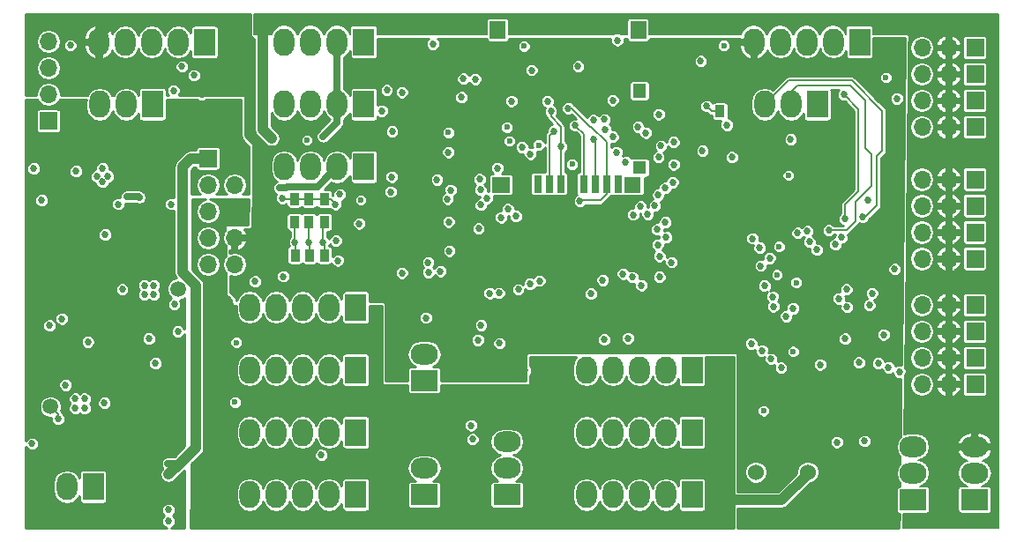
<source format=gbl>
G04 #@! TF.FileFunction,Copper,L4,Bot,Mixed*
%FSLAX46Y46*%
G04 Gerber Fmt 4.6, Leading zero omitted, Abs format (unit mm)*
G04 Created by KiCad (PCBNEW 4.0.7) date 02/08/18 09:42:22*
%MOMM*%
%LPD*%
G01*
G04 APERTURE LIST*
%ADD10C,0.100000*%
%ADD11C,0.600000*%
%ADD12R,1.700000X1.700000*%
%ADD13O,1.700000X1.700000*%
%ADD14C,1.500000*%
%ADD15R,0.900000X1.200000*%
%ADD16R,2.000000X2.600000*%
%ADD17O,2.000000X2.600000*%
%ADD18R,2.600000X2.000000*%
%ADD19O,2.600000X2.000000*%
%ADD20C,1.524000*%
%ADD21R,0.800100X1.678940*%
%ADD22R,1.290320X1.300480*%
%ADD23R,1.501140X1.699260*%
%ADD24R,1.699260X1.501140*%
%ADD25R,1.290320X1.399540*%
%ADD26R,1.600200X1.501140*%
%ADD27C,0.685800*%
%ADD28C,0.700000*%
%ADD29C,0.203200*%
%ADD30C,1.000000*%
%ADD31C,0.254000*%
%ADD32C,0.200000*%
G04 APERTURE END LIST*
D10*
D11*
X126496000Y-132743000D03*
X126037000Y-115812000D03*
X123661000Y-138443000D03*
X72923000Y-137605000D03*
X73034000Y-131878000D03*
X135396000Y-106424000D03*
X125142000Y-122657000D03*
X126791000Y-126122000D03*
X124947000Y-125368000D03*
X84992000Y-118187000D03*
X79823000Y-112432000D03*
X119834000Y-103351000D03*
X100667000Y-103407000D03*
X99018000Y-111202000D03*
X99270000Y-112515000D03*
X102064000Y-112906000D03*
X105277000Y-114750000D03*
D12*
X143974000Y-103584000D03*
D13*
X141434000Y-103584000D03*
X138894000Y-103584000D03*
D12*
X143974000Y-108664000D03*
D13*
X141434000Y-108664000D03*
X138894000Y-108664000D03*
D12*
X143974000Y-111204000D03*
D13*
X141434000Y-111204000D03*
X138894000Y-111204000D03*
D12*
X143974000Y-116230000D03*
D13*
X141434000Y-116230000D03*
X138894000Y-116230000D03*
D12*
X143974000Y-118770000D03*
D13*
X141434000Y-118770000D03*
X138894000Y-118770000D03*
D12*
X143974000Y-121310000D03*
D13*
X141434000Y-121310000D03*
X138894000Y-121310000D03*
D12*
X143974000Y-123850000D03*
D13*
X141434000Y-123850000D03*
X138894000Y-123850000D03*
D12*
X143974000Y-128300000D03*
D13*
X141434000Y-128300000D03*
X138894000Y-128300000D03*
D12*
X143974000Y-130840000D03*
D13*
X141434000Y-130840000D03*
X138894000Y-130840000D03*
D12*
X143974000Y-133380000D03*
D13*
X141434000Y-133380000D03*
X138894000Y-133380000D03*
D12*
X143974000Y-135920000D03*
D13*
X141434000Y-135920000D03*
X138894000Y-135920000D03*
D12*
X143974000Y-106124000D03*
D13*
X141434000Y-106124000D03*
X138894000Y-106124000D03*
D14*
X67422000Y-126736000D03*
X55207000Y-138040000D03*
D15*
X81496000Y-120284000D03*
X81496000Y-118084000D03*
X81484000Y-125687000D03*
X81484000Y-123487000D03*
X80018000Y-120277000D03*
X80018000Y-118077000D03*
X80067000Y-125687000D03*
X80067000Y-123487000D03*
X78616000Y-120269000D03*
X78616000Y-118069000D03*
X78684000Y-125687000D03*
X78684000Y-123487000D03*
X119482000Y-107470000D03*
X119482000Y-109670000D03*
D16*
X84500000Y-128500000D03*
D17*
X81960000Y-128500000D03*
X79420000Y-128500000D03*
X76880000Y-128500000D03*
X74340000Y-128500000D03*
X71800000Y-128500000D03*
D16*
X84500000Y-134500000D03*
D17*
X81960000Y-134500000D03*
X79420000Y-134500000D03*
X76880000Y-134500000D03*
X74340000Y-134500000D03*
X71800000Y-134500000D03*
D16*
X84500000Y-140500000D03*
D17*
X81960000Y-140500000D03*
X79420000Y-140500000D03*
X76880000Y-140500000D03*
X74340000Y-140500000D03*
X71800000Y-140500000D03*
D16*
X84500000Y-146500000D03*
D17*
X81960000Y-146500000D03*
X79420000Y-146500000D03*
X76880000Y-146500000D03*
X74340000Y-146500000D03*
X71800000Y-146500000D03*
D16*
X116800000Y-140500000D03*
D17*
X114260000Y-140500000D03*
X111720000Y-140500000D03*
X109180000Y-140500000D03*
X106640000Y-140500000D03*
X104100000Y-140500000D03*
D16*
X116800000Y-134500000D03*
D17*
X114260000Y-134500000D03*
X111720000Y-134500000D03*
X109180000Y-134500000D03*
X106640000Y-134500000D03*
X104100000Y-134500000D03*
D16*
X116800000Y-146500000D03*
D17*
X114260000Y-146500000D03*
X111720000Y-146500000D03*
X109180000Y-146500000D03*
X106640000Y-146500000D03*
X104100000Y-146500000D03*
D16*
X85273000Y-103000000D03*
D17*
X82733000Y-103000000D03*
X80193000Y-103000000D03*
X77653000Y-103000000D03*
D16*
X85273000Y-109000000D03*
D17*
X82733000Y-109000000D03*
X80193000Y-109000000D03*
X77653000Y-109000000D03*
D16*
X85273000Y-115000000D03*
D17*
X82733000Y-115000000D03*
X80193000Y-115000000D03*
X77653000Y-115000000D03*
D16*
X70000000Y-103000000D03*
D17*
X67460000Y-103000000D03*
X64920000Y-103000000D03*
X62380000Y-103000000D03*
X59840000Y-103000000D03*
D16*
X132875000Y-103000000D03*
D17*
X130335000Y-103000000D03*
X127795000Y-103000000D03*
X125255000Y-103000000D03*
X122715000Y-103000000D03*
D16*
X65000000Y-109000000D03*
D17*
X62460000Y-109000000D03*
X59920000Y-109000000D03*
D16*
X128829000Y-109000000D03*
D17*
X126289000Y-109000000D03*
X123749000Y-109000000D03*
D18*
X91084000Y-135509000D03*
D19*
X91084000Y-132969000D03*
D18*
X99022000Y-146500000D03*
D19*
X99022000Y-143960000D03*
X99022000Y-141420000D03*
X99022000Y-138880000D03*
D18*
X91084000Y-146500000D03*
D19*
X91084000Y-143960000D03*
X91084000Y-141420000D03*
D18*
X143939000Y-147000000D03*
D19*
X143939000Y-144460000D03*
X143939000Y-141920000D03*
D16*
X59294000Y-145735000D03*
D17*
X56754000Y-145735000D03*
D12*
X55004000Y-110592000D03*
D13*
X55004000Y-108052000D03*
X55004000Y-105512000D03*
X55004000Y-102972000D03*
D18*
X138000000Y-147000000D03*
D19*
X138000000Y-144460000D03*
X138000000Y-141920000D03*
D12*
X70325000Y-114191000D03*
D13*
X72865000Y-114191000D03*
X70325000Y-116731000D03*
X72865000Y-116731000D03*
X70325000Y-119271000D03*
X72865000Y-119271000D03*
X70325000Y-121811000D03*
X72865000Y-121811000D03*
X70325000Y-124351000D03*
X72865000Y-124351000D03*
D20*
X127902000Y-144323000D03*
X122902000Y-144323000D03*
D21*
X109687600Y-116628780D03*
X108587780Y-116628780D03*
X107487960Y-116628780D03*
X106388140Y-116628780D03*
X105285780Y-116628780D03*
X104185960Y-116628780D03*
X103086140Y-116628780D03*
X101986320Y-116628780D03*
D22*
X111742460Y-115069220D03*
D23*
X111635780Y-101868840D03*
D24*
X98437940Y-116720220D03*
D25*
X111742460Y-107670200D03*
D23*
X98138220Y-101868840D03*
D26*
X111097300Y-116720220D03*
D11*
X93403000Y-111704000D03*
D27*
X56632000Y-114640000D03*
X55362000Y-115148000D03*
X68854000Y-111088000D03*
X64225000Y-124233000D03*
X56670000Y-140111000D03*
X58514000Y-140157000D03*
X66350000Y-125141000D03*
X65679000Y-124531000D03*
X63749000Y-129845000D03*
X60221000Y-134866000D03*
X53584000Y-115148000D03*
X60188000Y-115148000D03*
X60188000Y-116418000D03*
X60696000Y-115910000D03*
X59680000Y-115910000D03*
X131486000Y-131516000D03*
X53431000Y-141595000D03*
X57581000Y-137274000D03*
X57581000Y-138174000D03*
X58481000Y-138174000D03*
X58481000Y-137274000D03*
X60378000Y-137671000D03*
X101384000Y-105705000D03*
X105853000Y-105350000D03*
X93436000Y-120282000D03*
X92309000Y-116232000D03*
X82787000Y-124004000D03*
X82616000Y-122084000D03*
X88941000Y-125197000D03*
X77438000Y-118003000D03*
X82570000Y-118586000D03*
X91920000Y-103190000D03*
X88941000Y-107838000D03*
X99464000Y-108676000D03*
X109625000Y-102847000D03*
X107339000Y-112334000D03*
X120621000Y-114060000D03*
X110642000Y-131475000D03*
X117626000Y-104836000D03*
X120137000Y-110978000D03*
X107088000Y-127182000D03*
X95583000Y-139840000D03*
X126263000Y-112365000D03*
X130698000Y-141448000D03*
X133340000Y-141346000D03*
X136234000Y-124827000D03*
X136459000Y-108448000D03*
X133693000Y-118156000D03*
X62088000Y-126774000D03*
X58807000Y-131811000D03*
X55115000Y-130245000D03*
X65123000Y-126370000D03*
X64223000Y-126370000D03*
X64223000Y-127270000D03*
X65123000Y-127270000D03*
X65273000Y-133868000D03*
X67086000Y-128222000D03*
X66545000Y-149036000D03*
X66534000Y-147950000D03*
X54346000Y-118196000D03*
X56648000Y-135960000D03*
X57648000Y-115402000D03*
X66792000Y-118577000D03*
X120228000Y-122804000D03*
X117754000Y-125517000D03*
X133690000Y-131089000D03*
X117805360Y-119151040D03*
X120192960Y-112846760D03*
X100778000Y-134554000D03*
X69723000Y-108025000D03*
X98557000Y-108753000D03*
X107031000Y-131719000D03*
X77404000Y-120049000D03*
X122591000Y-106538000D03*
X93367500Y-121828500D03*
X94823000Y-129677000D03*
X87234000Y-119272000D03*
X93612000Y-107819000D03*
X89074000Y-109797000D03*
X110729000Y-108783000D03*
X106878000Y-108539000D03*
X117603000Y-107053000D03*
X103590000Y-131594000D03*
X115707000Y-129113000D03*
X117866000Y-131460000D03*
X136154000Y-122530000D03*
X124358000Y-121737000D03*
X88011000Y-113980000D03*
X130866000Y-127650000D03*
X129083000Y-133990000D03*
X82974000Y-117638000D03*
X111610000Y-111161000D03*
X109525000Y-113589000D03*
X97353000Y-127142000D03*
X96294000Y-120929000D03*
X87862000Y-117386000D03*
X131155000Y-121783000D03*
X115016000Y-112608000D03*
X112349000Y-111724000D03*
X113812000Y-112979000D03*
X96520000Y-118648000D03*
X98247000Y-127122000D03*
X110419000Y-114524000D03*
X87965000Y-115961000D03*
X130542000Y-122450000D03*
X117790000Y-113462000D03*
X76444000Y-112235000D03*
X66487000Y-143500000D03*
X66528000Y-144556000D03*
X64663000Y-131491000D03*
X81361000Y-112085000D03*
X77196000Y-117023000D03*
X123749000Y-126416000D03*
X112532000Y-119543000D03*
X111846000Y-118811000D03*
X129913000Y-121089000D03*
X133152000Y-119825000D03*
X96469000Y-117211000D03*
X67010000Y-107671000D03*
X97125000Y-117988000D03*
X135179000Y-131120000D03*
X131374000Y-108072000D03*
X131468000Y-119992000D03*
X67828000Y-105359000D03*
X94839000Y-106528000D03*
X96412000Y-116186000D03*
X108219000Y-125882000D03*
X108356000Y-131582000D03*
X68976000Y-106208000D03*
X102908000Y-108692000D03*
X88000000Y-111603000D03*
X91497000Y-125124000D03*
X92629000Y-125014000D03*
X93619000Y-117218000D03*
X87493000Y-107625000D03*
X87010000Y-109626000D03*
X93322000Y-118080000D03*
X113671000Y-125570000D03*
X110155000Y-125273000D03*
X111049000Y-125598000D03*
X111923000Y-126370000D03*
X114818000Y-124165000D03*
X113660000Y-123579000D03*
X124389000Y-133469000D03*
X113436000Y-121008000D03*
X123495000Y-132659000D03*
X114303000Y-121763000D03*
X94645000Y-108311000D03*
X122489000Y-131989000D03*
X98104000Y-115100000D03*
X113487000Y-122489000D03*
X125339000Y-134308000D03*
X114219000Y-120310000D03*
X126919000Y-121356000D03*
X114209000Y-117036000D03*
X131605000Y-126770000D03*
X131674000Y-128473000D03*
X128062000Y-122210000D03*
X113546000Y-117683000D03*
X128778000Y-122972000D03*
X113218000Y-118727000D03*
X127848000Y-121188000D03*
X114940000Y-116487000D03*
X96545000Y-130211000D03*
X99873000Y-119725000D03*
X102154000Y-125943000D03*
X101270000Y-113767000D03*
X100462000Y-113096000D03*
X99121000Y-119055000D03*
X101239000Y-126248000D03*
X81199000Y-142667000D03*
X96241000Y-131643000D03*
X109179000Y-112105000D03*
X108448000Y-111394000D03*
X108387000Y-110439000D03*
X107328000Y-110505000D03*
X109179000Y-108596000D03*
X113603000Y-109945000D03*
X103495000Y-111603000D03*
X104893000Y-109385000D03*
X106025000Y-118278000D03*
X91242000Y-129494000D03*
X103236000Y-109652000D03*
X104207000Y-113043000D03*
X105579000Y-111031000D03*
X124249000Y-123774000D03*
X123383000Y-124501000D03*
X124526000Y-127483000D03*
X124610000Y-128416000D03*
X126477000Y-128588000D03*
X125821000Y-129357000D03*
X135640000Y-134268000D03*
X136714000Y-134691000D03*
X78677000Y-122240000D03*
X79995000Y-122293000D03*
X81374000Y-122232000D03*
X84841000Y-120442000D03*
X93492000Y-123073000D03*
X55941000Y-139192000D03*
X74839000Y-126004000D03*
X77541000Y-125517000D03*
X91463000Y-124187000D03*
X67452000Y-126660000D03*
X122587000Y-121878000D03*
X123292000Y-122773000D03*
X118179000Y-109169000D03*
X134066000Y-127152000D03*
X134676000Y-133868000D03*
X132817000Y-133792000D03*
X133822000Y-128275000D03*
X67437000Y-130816000D03*
X56297000Y-129586000D03*
X98466000Y-119863000D03*
X100104000Y-126782000D03*
X93391000Y-113589000D03*
X98313000Y-131948000D03*
X57099000Y-103327000D03*
X113568000Y-114071000D03*
X115034220Y-114777160D03*
X95966000Y-106573000D03*
X95707000Y-141163000D03*
X111145000Y-119588000D03*
X60442000Y-121498000D03*
X61712000Y-118577000D03*
D28*
X63681000Y-117879000D02*
X62531000Y-117879000D01*
X63744000Y-117942000D02*
X63681000Y-117879000D01*
D29*
X58468000Y-140111000D02*
X56670000Y-140111000D01*
X58514000Y-140157000D02*
X58468000Y-140111000D01*
X78616000Y-118069000D02*
X77504000Y-118069000D01*
X77504000Y-118069000D02*
X77438000Y-118003000D01*
X81496000Y-118084000D02*
X82068000Y-118084000D01*
X82068000Y-118084000D02*
X82570000Y-118586000D01*
X80018000Y-118077000D02*
X81489000Y-118077000D01*
X81489000Y-118077000D02*
X81496000Y-118084000D01*
X78616000Y-118069000D02*
X80010000Y-118069000D01*
X80010000Y-118069000D02*
X80018000Y-118077000D01*
X107487960Y-116628780D02*
X107487960Y-112482960D01*
X107487960Y-112482960D02*
X107339000Y-112334000D01*
D30*
X59840000Y-103000000D02*
X59840000Y-102351000D01*
X59840000Y-102351000D02*
X61216000Y-100975000D01*
X61216000Y-100975000D02*
X72392000Y-100975000D01*
X72392000Y-100975000D02*
X74320000Y-102903000D01*
X74320000Y-102903000D02*
X74320000Y-111955000D01*
X74320000Y-111955000D02*
X75801000Y-113436000D01*
D29*
X93395000Y-121855000D02*
X93394000Y-121855000D01*
X93394000Y-121855000D02*
X93367500Y-121828500D01*
X80067000Y-125687000D02*
X81484000Y-125687000D01*
X78684000Y-125687000D02*
X80067000Y-125687000D01*
X110729000Y-108783000D02*
X110734000Y-108788000D01*
D30*
X75606000Y-111397000D02*
X75606000Y-101143000D01*
X76444000Y-112235000D02*
X75606000Y-111397000D01*
X69122500Y-141961500D02*
X69122500Y-126371500D01*
X68676000Y-114191000D02*
X70325000Y-114191000D01*
X67866000Y-115001000D02*
X68676000Y-114191000D01*
X67866000Y-125115000D02*
X67866000Y-115001000D01*
X69122500Y-126371500D02*
X67866000Y-125115000D01*
X67594500Y-143489500D02*
X69122500Y-141961500D01*
D28*
X66497500Y-143489500D02*
X67594500Y-143489500D01*
X66487000Y-143500000D02*
X66497500Y-143489500D01*
D30*
X66528000Y-144556000D02*
X67594500Y-143489500D01*
D29*
X70325000Y-114191000D02*
X69802000Y-114191000D01*
D30*
X127902000Y-144323000D02*
X127902000Y-144482000D01*
X127902000Y-144482000D02*
X125379000Y-147005000D01*
X125379000Y-147005000D02*
X119741000Y-147005000D01*
D28*
X82733000Y-109000000D02*
X82733000Y-103000000D01*
X82733000Y-110713000D02*
X82733000Y-109000000D01*
X81361000Y-112085000D02*
X82733000Y-110713000D01*
X80852000Y-116881000D02*
X82733000Y-115000000D01*
X77927000Y-116881000D02*
X80852000Y-116881000D01*
X77805000Y-117003000D02*
X77927000Y-116881000D01*
X77216000Y-117003000D02*
X77805000Y-117003000D01*
X77196000Y-117023000D02*
X77216000Y-117003000D01*
D29*
X129913000Y-121089000D02*
X131606000Y-121089000D01*
X126878000Y-107208000D02*
X126289000Y-107797000D01*
X131978000Y-107208000D02*
X126878000Y-107208000D01*
X133401000Y-108631000D02*
X131978000Y-107208000D01*
X133401000Y-113185808D02*
X133401000Y-108631000D01*
X134010000Y-113794808D02*
X133401000Y-113185808D01*
X134010000Y-116871000D02*
X134010000Y-113794808D01*
X132481000Y-118400000D02*
X134010000Y-116871000D01*
X132481000Y-120214000D02*
X132481000Y-118400000D01*
X131606000Y-121089000D02*
X132481000Y-120214000D01*
X126289000Y-107797000D02*
X126289000Y-109000000D01*
X133152000Y-119825000D02*
X133419000Y-119825000D01*
X126039000Y-106710000D02*
X123749000Y-109000000D01*
X132130000Y-106710000D02*
X126039000Y-106710000D01*
X135026000Y-109606000D02*
X132130000Y-106710000D01*
X135026000Y-113478000D02*
X135026000Y-109606000D01*
X134539000Y-113965000D02*
X135026000Y-113478000D01*
X134539000Y-118705000D02*
X134539000Y-113965000D01*
X133419000Y-119825000D02*
X134539000Y-118705000D01*
X131468000Y-119992000D02*
X131468000Y-118623000D01*
X132743000Y-109441000D02*
X131374000Y-108072000D01*
X132743000Y-117348000D02*
X132743000Y-109441000D01*
X131468000Y-118623000D02*
X132743000Y-117348000D01*
X103086140Y-116628780D02*
X103086140Y-112011860D01*
X103086140Y-112011860D02*
X103495000Y-111603000D01*
X108587780Y-116628780D02*
X108587780Y-112600780D01*
X105250000Y-109385000D02*
X104893000Y-109385000D01*
X107000000Y-111135000D02*
X105250000Y-109385000D01*
X107122000Y-111135000D02*
X107000000Y-111135000D01*
X108587780Y-112600780D02*
X107122000Y-111135000D01*
X108587780Y-117635220D02*
X108587780Y-116628780D01*
X107991000Y-118232000D02*
X108587780Y-117635220D01*
X106071000Y-118232000D02*
X107991000Y-118232000D01*
X106025000Y-118278000D02*
X106071000Y-118232000D01*
X104185960Y-111130000D02*
X104181000Y-111130000D01*
X103236000Y-110185000D02*
X103236000Y-109652000D01*
X104181000Y-111130000D02*
X103236000Y-110185000D01*
X104207000Y-112803000D02*
X104185960Y-112803000D01*
X104185960Y-112824040D02*
X104207000Y-112803000D01*
X104185960Y-113021960D02*
X104185960Y-112824040D01*
X104207000Y-113043000D02*
X104185960Y-113021960D01*
X104185960Y-116628780D02*
X104185960Y-112803000D01*
X104185960Y-112803000D02*
X104185960Y-111130000D01*
X106388140Y-116628780D02*
X106388140Y-111852140D01*
X106388140Y-111852140D02*
X105579000Y-111043000D01*
X105579000Y-111043000D02*
X105579000Y-111031000D01*
X78616000Y-120269000D02*
X78616000Y-122179000D01*
X78616000Y-122179000D02*
X78677000Y-122240000D01*
X78684000Y-123487000D02*
X78684000Y-122247000D01*
X78684000Y-122247000D02*
X78677000Y-122240000D01*
X80018000Y-120277000D02*
X80018000Y-122270000D01*
X80018000Y-122270000D02*
X79995000Y-122293000D01*
X80067000Y-123487000D02*
X80067000Y-122365000D01*
X80067000Y-122365000D02*
X79995000Y-122293000D01*
X81374000Y-122232000D02*
X81374000Y-120406000D01*
X81374000Y-120406000D02*
X81496000Y-120284000D01*
X81484000Y-123487000D02*
X81484000Y-122342000D01*
X81484000Y-122342000D02*
X81374000Y-122232000D01*
X55941000Y-139192000D02*
X55941000Y-138774000D01*
X55941000Y-138774000D02*
X55207000Y-138040000D01*
X67452000Y-126660000D02*
X67422000Y-126690000D01*
X67422000Y-126690000D02*
X67422000Y-126736000D01*
X67426000Y-126070000D02*
X67497000Y-126141000D01*
X67497000Y-126141000D02*
X67544000Y-126141000D01*
X118680000Y-109670000D02*
X119482000Y-109670000D01*
X118179000Y-109169000D02*
X118680000Y-109670000D01*
D31*
X61712000Y-118577000D02*
X61585000Y-118577000D01*
G36*
X74407000Y-102403000D02*
X74425989Y-102503793D01*
X74485530Y-102596232D01*
X74576345Y-102658224D01*
X74684123Y-102680000D01*
X74779010Y-102679958D01*
X74779010Y-111397000D01*
X74841961Y-111713476D01*
X75021230Y-111981770D01*
X75859230Y-112819770D01*
X76127524Y-112999039D01*
X76444000Y-113061990D01*
X76760476Y-112999039D01*
X77028770Y-112819770D01*
X77204903Y-112556169D01*
X79195902Y-112556169D01*
X79291154Y-112786697D01*
X79467375Y-112963226D01*
X79697737Y-113058880D01*
X79947169Y-113059098D01*
X80177697Y-112963846D01*
X80354226Y-112787625D01*
X80449880Y-112557263D01*
X80450098Y-112307831D01*
X80354846Y-112077303D01*
X80178625Y-111900774D01*
X79948263Y-111805120D01*
X79698831Y-111804902D01*
X79468303Y-111900154D01*
X79291774Y-112076375D01*
X79196120Y-112306737D01*
X79195902Y-112556169D01*
X77204903Y-112556169D01*
X77208039Y-112551476D01*
X77270990Y-112235000D01*
X77208039Y-111918524D01*
X77028770Y-111650230D01*
X76432990Y-111054450D01*
X76432990Y-109848625D01*
X76714676Y-110270199D01*
X77145183Y-110557854D01*
X77653000Y-110658865D01*
X78160817Y-110557854D01*
X78591324Y-110270199D01*
X78878979Y-109839692D01*
X78923000Y-109618383D01*
X78967021Y-109839692D01*
X79254676Y-110270199D01*
X79685183Y-110557854D01*
X80193000Y-110658865D01*
X80700817Y-110557854D01*
X81131324Y-110270199D01*
X81418979Y-109839692D01*
X81463000Y-109618383D01*
X81507021Y-109839692D01*
X81794676Y-110270199D01*
X82048676Y-110439916D01*
X80882296Y-111606296D01*
X80862167Y-111636420D01*
X80793426Y-111705042D01*
X80755849Y-111795537D01*
X80735543Y-111825927D01*
X80728475Y-111861461D01*
X80691226Y-111951166D01*
X80691141Y-112049152D01*
X80684010Y-112085000D01*
X80691079Y-112120536D01*
X80690994Y-112217665D01*
X80728412Y-112308224D01*
X80735543Y-112344073D01*
X80755673Y-112374199D01*
X80792764Y-112463967D01*
X80861990Y-112533314D01*
X80882296Y-112563704D01*
X80912420Y-112583833D01*
X80981042Y-112652574D01*
X81071537Y-112690151D01*
X81101927Y-112710457D01*
X81137461Y-112717525D01*
X81227166Y-112754774D01*
X81325152Y-112754859D01*
X81361000Y-112761990D01*
X81396536Y-112754921D01*
X81493665Y-112755006D01*
X81584224Y-112717588D01*
X81620073Y-112710457D01*
X81650199Y-112690327D01*
X81739967Y-112653236D01*
X81754058Y-112639169D01*
X98642902Y-112639169D01*
X98738154Y-112869697D01*
X98914375Y-113046226D01*
X99144737Y-113141880D01*
X99394169Y-113142098D01*
X99624697Y-113046846D01*
X99801226Y-112870625D01*
X99896880Y-112640263D01*
X99897098Y-112390831D01*
X99801846Y-112160303D01*
X99625625Y-111983774D01*
X99395263Y-111888120D01*
X99145831Y-111887902D01*
X98915303Y-111983154D01*
X98738774Y-112159375D01*
X98643120Y-112389737D01*
X98642902Y-112639169D01*
X81754058Y-112639169D01*
X81809314Y-112584010D01*
X81839704Y-112563704D01*
X82667743Y-111735665D01*
X87329994Y-111735665D01*
X87431764Y-111981967D01*
X87620042Y-112170574D01*
X87866166Y-112272774D01*
X88132665Y-112273006D01*
X88378967Y-112171236D01*
X88567574Y-111982958D01*
X88631848Y-111828169D01*
X92775902Y-111828169D01*
X92871154Y-112058697D01*
X93047375Y-112235226D01*
X93277737Y-112330880D01*
X93527169Y-112331098D01*
X93757697Y-112235846D01*
X93934226Y-112059625D01*
X94029880Y-111829263D01*
X94030098Y-111579831D01*
X93934846Y-111349303D01*
X93911753Y-111326169D01*
X98390902Y-111326169D01*
X98486154Y-111556697D01*
X98662375Y-111733226D01*
X98892737Y-111828880D01*
X99142169Y-111829098D01*
X99372697Y-111733846D01*
X99549226Y-111557625D01*
X99644880Y-111327263D01*
X99645098Y-111077831D01*
X99549846Y-110847303D01*
X99373625Y-110670774D01*
X99143263Y-110575120D01*
X98893831Y-110574902D01*
X98663303Y-110670154D01*
X98486774Y-110846375D01*
X98391120Y-111076737D01*
X98390902Y-111326169D01*
X93911753Y-111326169D01*
X93758625Y-111172774D01*
X93528263Y-111077120D01*
X93278831Y-111076902D01*
X93048303Y-111172154D01*
X92871774Y-111348375D01*
X92776120Y-111578737D01*
X92775902Y-111828169D01*
X88631848Y-111828169D01*
X88669774Y-111736834D01*
X88670006Y-111470335D01*
X88568236Y-111224033D01*
X88379958Y-111035426D01*
X88133834Y-110933226D01*
X87867335Y-110932994D01*
X87621033Y-111034764D01*
X87432426Y-111223042D01*
X87330226Y-111469166D01*
X87329994Y-111735665D01*
X82667743Y-111735665D01*
X83211704Y-111191704D01*
X83358457Y-110972073D01*
X83409990Y-110713000D01*
X83409990Y-110444816D01*
X83671324Y-110270199D01*
X83939604Y-109868689D01*
X83939604Y-110300000D01*
X83962405Y-110421175D01*
X84034019Y-110532467D01*
X84143290Y-110607129D01*
X84273000Y-110633396D01*
X86273000Y-110633396D01*
X86394175Y-110610595D01*
X86505467Y-110538981D01*
X86580129Y-110429710D01*
X86606396Y-110300000D01*
X86606396Y-110169887D01*
X86630042Y-110193574D01*
X86876166Y-110295774D01*
X87142665Y-110296006D01*
X87388967Y-110194236D01*
X87577574Y-110005958D01*
X87679774Y-109759834D01*
X87680006Y-109493335D01*
X87578236Y-109247033D01*
X87389958Y-109058426D01*
X87143834Y-108956226D01*
X86877335Y-108955994D01*
X86631033Y-109057764D01*
X86606396Y-109082358D01*
X86606396Y-107757665D01*
X86822994Y-107757665D01*
X86924764Y-108003967D01*
X87113042Y-108192574D01*
X87359166Y-108294774D01*
X87625665Y-108295006D01*
X87871967Y-108193236D01*
X88060574Y-108004958D01*
X88074813Y-107970665D01*
X88270994Y-107970665D01*
X88372764Y-108216967D01*
X88561042Y-108405574D01*
X88807166Y-108507774D01*
X89073665Y-108508006D01*
X89229381Y-108443665D01*
X93974994Y-108443665D01*
X94076764Y-108689967D01*
X94265042Y-108878574D01*
X94511166Y-108980774D01*
X94777665Y-108981006D01*
X95023967Y-108879236D01*
X95094661Y-108808665D01*
X98793994Y-108808665D01*
X98895764Y-109054967D01*
X99084042Y-109243574D01*
X99330166Y-109345774D01*
X99596665Y-109346006D01*
X99842967Y-109244236D01*
X100031574Y-109055958D01*
X100133774Y-108809834D01*
X100134006Y-108543335D01*
X100032236Y-108297033D01*
X99843958Y-108108426D01*
X99597834Y-108006226D01*
X99331335Y-108005994D01*
X99085033Y-108107764D01*
X98896426Y-108296042D01*
X98794226Y-108542166D01*
X98793994Y-108808665D01*
X95094661Y-108808665D01*
X95212574Y-108690958D01*
X95314774Y-108444834D01*
X95315006Y-108178335D01*
X95213236Y-107932033D01*
X95024958Y-107743426D01*
X94778834Y-107641226D01*
X94512335Y-107640994D01*
X94266033Y-107742764D01*
X94077426Y-107931042D01*
X93975226Y-108177166D01*
X93974994Y-108443665D01*
X89229381Y-108443665D01*
X89319967Y-108406236D01*
X89508574Y-108217958D01*
X89610774Y-107971834D01*
X89611006Y-107705335D01*
X89509236Y-107459033D01*
X89320958Y-107270426D01*
X89074834Y-107168226D01*
X88808335Y-107167994D01*
X88562033Y-107269764D01*
X88373426Y-107458042D01*
X88271226Y-107704166D01*
X88270994Y-107970665D01*
X88074813Y-107970665D01*
X88162774Y-107758834D01*
X88163006Y-107492335D01*
X88061236Y-107246033D01*
X87872958Y-107057426D01*
X87626834Y-106955226D01*
X87360335Y-106954994D01*
X87114033Y-107056764D01*
X86925426Y-107245042D01*
X86823226Y-107491166D01*
X86822994Y-107757665D01*
X86606396Y-107757665D01*
X86606396Y-107700000D01*
X86583595Y-107578825D01*
X86511981Y-107467533D01*
X86402710Y-107392871D01*
X86273000Y-107366604D01*
X84273000Y-107366604D01*
X84151825Y-107389405D01*
X84040533Y-107461019D01*
X83965871Y-107570290D01*
X83939604Y-107700000D01*
X83939604Y-108131311D01*
X83671324Y-107729801D01*
X83409990Y-107555184D01*
X83409990Y-106660665D01*
X94168994Y-106660665D01*
X94270764Y-106906967D01*
X94459042Y-107095574D01*
X94705166Y-107197774D01*
X94971665Y-107198006D01*
X95217967Y-107096236D01*
X95387463Y-106927036D01*
X95397764Y-106951967D01*
X95586042Y-107140574D01*
X95832166Y-107242774D01*
X96098665Y-107243006D01*
X96344967Y-107141236D01*
X96516071Y-106970430D01*
X110763904Y-106970430D01*
X110763904Y-108369970D01*
X110786705Y-108491145D01*
X110858319Y-108602437D01*
X110967590Y-108677099D01*
X111097300Y-108703366D01*
X112387620Y-108703366D01*
X112508795Y-108680565D01*
X112620087Y-108608951D01*
X112694749Y-108499680D01*
X112721016Y-108369970D01*
X112721016Y-106970430D01*
X112698215Y-106849255D01*
X112626601Y-106737963D01*
X112517330Y-106663301D01*
X112387620Y-106637034D01*
X111097300Y-106637034D01*
X110976125Y-106659835D01*
X110864833Y-106731449D01*
X110790171Y-106840720D01*
X110763904Y-106970430D01*
X96516071Y-106970430D01*
X96533574Y-106952958D01*
X96635774Y-106706834D01*
X96636006Y-106440335D01*
X96534236Y-106194033D01*
X96345958Y-106005426D01*
X96099834Y-105903226D01*
X95833335Y-105902994D01*
X95587033Y-106004764D01*
X95417537Y-106173964D01*
X95407236Y-106149033D01*
X95218958Y-105960426D01*
X94972834Y-105858226D01*
X94706335Y-105857994D01*
X94460033Y-105959764D01*
X94271426Y-106148042D01*
X94169226Y-106394166D01*
X94168994Y-106660665D01*
X83409990Y-106660665D01*
X83409990Y-105837665D01*
X100713994Y-105837665D01*
X100815764Y-106083967D01*
X101004042Y-106272574D01*
X101250166Y-106374774D01*
X101516665Y-106375006D01*
X101762967Y-106273236D01*
X101951574Y-106084958D01*
X102053774Y-105838834D01*
X102054006Y-105572335D01*
X102016956Y-105482665D01*
X105182994Y-105482665D01*
X105284764Y-105728967D01*
X105473042Y-105917574D01*
X105719166Y-106019774D01*
X105985665Y-106020006D01*
X106231967Y-105918236D01*
X106420574Y-105729958D01*
X106522774Y-105483834D01*
X106523006Y-105217335D01*
X106421236Y-104971033D01*
X106418873Y-104968665D01*
X116955994Y-104968665D01*
X117057764Y-105214967D01*
X117246042Y-105403574D01*
X117492166Y-105505774D01*
X117758665Y-105506006D01*
X118004967Y-105404236D01*
X118193574Y-105215958D01*
X118295774Y-104969834D01*
X118296006Y-104703335D01*
X118194236Y-104457033D01*
X118005958Y-104268426D01*
X117759834Y-104166226D01*
X117493335Y-104165994D01*
X117247033Y-104267764D01*
X117058426Y-104456042D01*
X116956226Y-104702166D01*
X116955994Y-104968665D01*
X106418873Y-104968665D01*
X106232958Y-104782426D01*
X105986834Y-104680226D01*
X105720335Y-104679994D01*
X105474033Y-104781764D01*
X105285426Y-104970042D01*
X105183226Y-105216166D01*
X105182994Y-105482665D01*
X102016956Y-105482665D01*
X101952236Y-105326033D01*
X101763958Y-105137426D01*
X101517834Y-105035226D01*
X101251335Y-105034994D01*
X101005033Y-105136764D01*
X100816426Y-105325042D01*
X100714226Y-105571166D01*
X100713994Y-105837665D01*
X83409990Y-105837665D01*
X83409990Y-104444816D01*
X83671324Y-104270199D01*
X83939604Y-103868689D01*
X83939604Y-104300000D01*
X83962405Y-104421175D01*
X84034019Y-104532467D01*
X84143290Y-104607129D01*
X84273000Y-104633396D01*
X86273000Y-104633396D01*
X86394175Y-104610595D01*
X86505467Y-104538981D01*
X86580129Y-104429710D01*
X86606396Y-104300000D01*
X86606396Y-102674687D01*
X91490198Y-102672510D01*
X91352426Y-102810042D01*
X91250226Y-103056166D01*
X91249994Y-103322665D01*
X91351764Y-103568967D01*
X91540042Y-103757574D01*
X91786166Y-103859774D01*
X92052665Y-103860006D01*
X92298967Y-103758236D01*
X92487574Y-103569958D01*
X92503680Y-103531169D01*
X100039902Y-103531169D01*
X100135154Y-103761697D01*
X100311375Y-103938226D01*
X100541737Y-104033880D01*
X100791169Y-104034098D01*
X101021697Y-103938846D01*
X101198226Y-103762625D01*
X101293880Y-103532263D01*
X101294098Y-103282831D01*
X101198846Y-103052303D01*
X101022625Y-102875774D01*
X100792263Y-102780120D01*
X100542831Y-102779902D01*
X100312303Y-102875154D01*
X100135774Y-103051375D01*
X100040120Y-103281737D01*
X100039902Y-103531169D01*
X92503680Y-103531169D01*
X92589774Y-103323834D01*
X92590006Y-103057335D01*
X92488236Y-102811033D01*
X92349573Y-102672127D01*
X97054254Y-102670031D01*
X97054254Y-102718470D01*
X97077055Y-102839645D01*
X97148669Y-102950937D01*
X97257940Y-103025599D01*
X97387650Y-103051866D01*
X98888790Y-103051866D01*
X99009965Y-103029065D01*
X99121257Y-102957451D01*
X99195919Y-102848180D01*
X99222186Y-102718470D01*
X99222186Y-102669065D01*
X108975343Y-102664718D01*
X108955226Y-102713166D01*
X108954994Y-102979665D01*
X109056764Y-103225967D01*
X109245042Y-103414574D01*
X109491166Y-103516774D01*
X109757665Y-103517006D01*
X109858918Y-103475169D01*
X119206902Y-103475169D01*
X119302154Y-103705697D01*
X119478375Y-103882226D01*
X119708737Y-103977880D01*
X119958169Y-103978098D01*
X120188697Y-103882846D01*
X120365226Y-103706625D01*
X120460880Y-103476263D01*
X120460904Y-103448118D01*
X121287599Y-103448118D01*
X121452936Y-103983086D01*
X121810411Y-104414060D01*
X122274256Y-104657230D01*
X122492000Y-104601281D01*
X122492000Y-103223000D01*
X121388752Y-103223000D01*
X121287599Y-103448118D01*
X120460904Y-103448118D01*
X120461098Y-103226831D01*
X120365846Y-102996303D01*
X120189625Y-102819774D01*
X119959263Y-102724120D01*
X119709831Y-102723902D01*
X119479303Y-102819154D01*
X119302774Y-102995375D01*
X119207120Y-103225737D01*
X119206902Y-103475169D01*
X109858918Y-103475169D01*
X110003967Y-103415236D01*
X110192574Y-103226958D01*
X110294774Y-102980834D01*
X110295006Y-102714335D01*
X110274266Y-102664139D01*
X110551814Y-102664016D01*
X110551814Y-102718470D01*
X110574615Y-102839645D01*
X110646229Y-102950937D01*
X110755500Y-103025599D01*
X110885210Y-103051866D01*
X112386350Y-103051866D01*
X112507525Y-103029065D01*
X112618817Y-102957451D01*
X112693479Y-102848180D01*
X112719746Y-102718470D01*
X112719746Y-102663050D01*
X121335825Y-102659210D01*
X121388752Y-102777000D01*
X122492000Y-102777000D01*
X122492000Y-102757000D01*
X122938000Y-102757000D01*
X122938000Y-102777000D01*
X122958000Y-102777000D01*
X122958000Y-103223000D01*
X122938000Y-103223000D01*
X122938000Y-104601281D01*
X123155744Y-104657230D01*
X123619589Y-104414060D01*
X123977064Y-103983086D01*
X124026029Y-103824652D01*
X124029021Y-103839692D01*
X124316676Y-104270199D01*
X124747183Y-104557854D01*
X125255000Y-104658865D01*
X125762817Y-104557854D01*
X126193324Y-104270199D01*
X126480979Y-103839692D01*
X126525000Y-103618383D01*
X126569021Y-103839692D01*
X126856676Y-104270199D01*
X127287183Y-104557854D01*
X127795000Y-104658865D01*
X128302817Y-104557854D01*
X128733324Y-104270199D01*
X129020979Y-103839692D01*
X129065000Y-103618383D01*
X129109021Y-103839692D01*
X129396676Y-104270199D01*
X129827183Y-104557854D01*
X130335000Y-104658865D01*
X130842817Y-104557854D01*
X131273324Y-104270199D01*
X131541604Y-103868689D01*
X131541604Y-104300000D01*
X131564405Y-104421175D01*
X131636019Y-104532467D01*
X131745290Y-104607129D01*
X131875000Y-104633396D01*
X133875000Y-104633396D01*
X133996175Y-104610595D01*
X134107467Y-104538981D01*
X134182129Y-104429710D01*
X134208396Y-104300000D01*
X134208396Y-102653473D01*
X137233790Y-102652125D01*
X136858686Y-134025732D01*
X136847834Y-134021226D01*
X136581335Y-134020994D01*
X136335033Y-134122764D01*
X136309995Y-134147758D01*
X136310006Y-134135335D01*
X136208236Y-133889033D01*
X136019958Y-133700426D01*
X135773834Y-133598226D01*
X135507335Y-133597994D01*
X135321060Y-133674961D01*
X135244236Y-133489033D01*
X135055958Y-133300426D01*
X134809834Y-133198226D01*
X134543335Y-133197994D01*
X134297033Y-133299764D01*
X134108426Y-133488042D01*
X134006226Y-133734166D01*
X134005994Y-134000665D01*
X134107764Y-134246967D01*
X134296042Y-134435574D01*
X134542166Y-134537774D01*
X134808665Y-134538006D01*
X134994940Y-134461039D01*
X135071764Y-134646967D01*
X135260042Y-134835574D01*
X135506166Y-134937774D01*
X135772665Y-134938006D01*
X136018967Y-134836236D01*
X136044005Y-134811242D01*
X136043994Y-134823665D01*
X136145764Y-135069967D01*
X136334042Y-135258574D01*
X136580166Y-135360774D01*
X136842721Y-135361003D01*
X136775888Y-140950881D01*
X136729801Y-140981676D01*
X136442146Y-141412183D01*
X136341135Y-141920000D01*
X136442146Y-142427817D01*
X136729801Y-142858324D01*
X136752898Y-142873757D01*
X136745276Y-143511336D01*
X136729801Y-143521676D01*
X136442146Y-143952183D01*
X136341135Y-144460000D01*
X136442146Y-144967817D01*
X136722839Y-145387905D01*
X136719507Y-145666604D01*
X136700000Y-145666604D01*
X136578825Y-145689405D01*
X136467533Y-145761019D01*
X136392871Y-145870290D01*
X136366604Y-146000000D01*
X136366604Y-148000000D01*
X136389405Y-148121175D01*
X136461019Y-148232467D01*
X136570290Y-148307129D01*
X136687653Y-148330896D01*
X136671606Y-149673000D01*
X121181000Y-149673000D01*
X121181000Y-147831990D01*
X125379000Y-147831990D01*
X125695476Y-147769039D01*
X125963770Y-147589770D01*
X128158048Y-145395492D01*
X128518058Y-145246739D01*
X128824663Y-144940669D01*
X128990801Y-144540564D01*
X128991179Y-144107337D01*
X128825739Y-143706942D01*
X128519669Y-143400337D01*
X128119564Y-143234199D01*
X127686337Y-143233821D01*
X127285942Y-143399261D01*
X126979337Y-143705331D01*
X126813199Y-144105436D01*
X126812941Y-144401519D01*
X125036450Y-146178010D01*
X121181000Y-146178010D01*
X121181000Y-144538663D01*
X121812821Y-144538663D01*
X121978261Y-144939058D01*
X122284331Y-145245663D01*
X122684436Y-145411801D01*
X123117663Y-145412179D01*
X123518058Y-145246739D01*
X123824663Y-144940669D01*
X123990801Y-144540564D01*
X123991179Y-144107337D01*
X123825739Y-143706942D01*
X123519669Y-143400337D01*
X123119564Y-143234199D01*
X122686337Y-143233821D01*
X122285942Y-143399261D01*
X121979337Y-143705331D01*
X121813199Y-144105436D01*
X121812821Y-144538663D01*
X121181000Y-144538663D01*
X121181000Y-141580665D01*
X130027994Y-141580665D01*
X130129764Y-141826967D01*
X130318042Y-142015574D01*
X130564166Y-142117774D01*
X130830665Y-142118006D01*
X131076967Y-142016236D01*
X131265574Y-141827958D01*
X131367774Y-141581834D01*
X131367863Y-141478665D01*
X132669994Y-141478665D01*
X132771764Y-141724967D01*
X132960042Y-141913574D01*
X133206166Y-142015774D01*
X133472665Y-142016006D01*
X133718967Y-141914236D01*
X133907574Y-141725958D01*
X134009774Y-141479834D01*
X134010006Y-141213335D01*
X133908236Y-140967033D01*
X133719958Y-140778426D01*
X133473834Y-140676226D01*
X133207335Y-140675994D01*
X132961033Y-140777764D01*
X132772426Y-140966042D01*
X132670226Y-141212166D01*
X132669994Y-141478665D01*
X131367863Y-141478665D01*
X131368006Y-141315335D01*
X131266236Y-141069033D01*
X131077958Y-140880426D01*
X130831834Y-140778226D01*
X130565335Y-140777994D01*
X130319033Y-140879764D01*
X130130426Y-141068042D01*
X130028226Y-141314166D01*
X130027994Y-141580665D01*
X121181000Y-141580665D01*
X121181000Y-138567169D01*
X123033902Y-138567169D01*
X123129154Y-138797697D01*
X123305375Y-138974226D01*
X123535737Y-139069880D01*
X123785169Y-139070098D01*
X124015697Y-138974846D01*
X124192226Y-138798625D01*
X124287880Y-138568263D01*
X124288098Y-138318831D01*
X124192846Y-138088303D01*
X124016625Y-137911774D01*
X123786263Y-137816120D01*
X123536831Y-137815902D01*
X123306303Y-137911154D01*
X123129774Y-138087375D01*
X123034120Y-138317737D01*
X123033902Y-138567169D01*
X121181000Y-138567169D01*
X121181000Y-133124000D01*
X121162056Y-133023322D01*
X121102556Y-132930856D01*
X121011769Y-132868824D01*
X120904000Y-132847000D01*
X114289485Y-132847000D01*
X114260000Y-132841135D01*
X114230515Y-132847000D01*
X111749485Y-132847000D01*
X111720000Y-132841135D01*
X111690515Y-132847000D01*
X109209485Y-132847000D01*
X109180000Y-132841135D01*
X109150515Y-132847000D01*
X106669485Y-132847000D01*
X106640000Y-132841135D01*
X106610515Y-132847000D01*
X104129485Y-132847000D01*
X104100000Y-132841135D01*
X104070515Y-132847000D01*
X101087000Y-132847000D01*
X100986322Y-132865944D01*
X100893856Y-132925444D01*
X100831824Y-133016231D01*
X100810000Y-133124000D01*
X100810000Y-135567000D01*
X92717396Y-135567000D01*
X92717396Y-134509000D01*
X92694595Y-134387825D01*
X92622981Y-134276533D01*
X92513710Y-134201871D01*
X92384000Y-134175604D01*
X91952689Y-134175604D01*
X92354199Y-133907324D01*
X92641854Y-133476817D01*
X92742865Y-132969000D01*
X92641854Y-132461183D01*
X92354199Y-132030676D01*
X91972548Y-131775665D01*
X95570994Y-131775665D01*
X95672764Y-132021967D01*
X95861042Y-132210574D01*
X96107166Y-132312774D01*
X96373665Y-132313006D01*
X96619967Y-132211236D01*
X96750766Y-132080665D01*
X97642994Y-132080665D01*
X97744764Y-132326967D01*
X97933042Y-132515574D01*
X98179166Y-132617774D01*
X98445665Y-132618006D01*
X98691967Y-132516236D01*
X98880574Y-132327958D01*
X98982774Y-132081834D01*
X98983006Y-131815335D01*
X98941410Y-131714665D01*
X107685994Y-131714665D01*
X107787764Y-131960967D01*
X107976042Y-132149574D01*
X108222166Y-132251774D01*
X108488665Y-132252006D01*
X108734967Y-132150236D01*
X108923574Y-131961958D01*
X109025774Y-131715834D01*
X109025868Y-131607665D01*
X109971994Y-131607665D01*
X110073764Y-131853967D01*
X110262042Y-132042574D01*
X110508166Y-132144774D01*
X110774665Y-132145006D01*
X110831154Y-132121665D01*
X121818994Y-132121665D01*
X121920764Y-132367967D01*
X122109042Y-132556574D01*
X122355166Y-132658774D01*
X122621665Y-132659006D01*
X122825183Y-132574914D01*
X122824994Y-132791665D01*
X122926764Y-133037967D01*
X123115042Y-133226574D01*
X123361166Y-133328774D01*
X123627665Y-133329006D01*
X123741277Y-133282063D01*
X123719226Y-133335166D01*
X123718994Y-133601665D01*
X123820764Y-133847967D01*
X124009042Y-134036574D01*
X124255166Y-134138774D01*
X124521665Y-134139006D01*
X124717410Y-134058126D01*
X124669226Y-134174166D01*
X124668994Y-134440665D01*
X124770764Y-134686967D01*
X124959042Y-134875574D01*
X125205166Y-134977774D01*
X125471665Y-134978006D01*
X125717967Y-134876236D01*
X125906574Y-134687958D01*
X126008774Y-134441834D01*
X126009006Y-134175335D01*
X125987244Y-134122665D01*
X128412994Y-134122665D01*
X128514764Y-134368967D01*
X128703042Y-134557574D01*
X128949166Y-134659774D01*
X129215665Y-134660006D01*
X129461967Y-134558236D01*
X129650574Y-134369958D01*
X129752774Y-134123834D01*
X129752947Y-133924665D01*
X132146994Y-133924665D01*
X132248764Y-134170967D01*
X132437042Y-134359574D01*
X132683166Y-134461774D01*
X132949665Y-134462006D01*
X133195967Y-134360236D01*
X133384574Y-134171958D01*
X133486774Y-133925834D01*
X133487006Y-133659335D01*
X133385236Y-133413033D01*
X133196958Y-133224426D01*
X132950834Y-133122226D01*
X132684335Y-133121994D01*
X132438033Y-133223764D01*
X132249426Y-133412042D01*
X132147226Y-133658166D01*
X132146994Y-133924665D01*
X129752947Y-133924665D01*
X129753006Y-133857335D01*
X129651236Y-133611033D01*
X129462958Y-133422426D01*
X129216834Y-133320226D01*
X128950335Y-133319994D01*
X128704033Y-133421764D01*
X128515426Y-133610042D01*
X128413226Y-133856166D01*
X128412994Y-134122665D01*
X125987244Y-134122665D01*
X125907236Y-133929033D01*
X125718958Y-133740426D01*
X125472834Y-133638226D01*
X125206335Y-133637994D01*
X125010590Y-133718874D01*
X125058774Y-133602834D01*
X125059006Y-133336335D01*
X124957236Y-133090033D01*
X124768958Y-132901426D01*
X124686459Y-132867169D01*
X125868902Y-132867169D01*
X125964154Y-133097697D01*
X126140375Y-133274226D01*
X126370737Y-133369880D01*
X126620169Y-133370098D01*
X126850697Y-133274846D01*
X127027226Y-133098625D01*
X127122880Y-132868263D01*
X127123098Y-132618831D01*
X127027846Y-132388303D01*
X126851625Y-132211774D01*
X126621263Y-132116120D01*
X126371831Y-132115902D01*
X126141303Y-132211154D01*
X125964774Y-132387375D01*
X125869120Y-132617737D01*
X125868902Y-132867169D01*
X124686459Y-132867169D01*
X124522834Y-132799226D01*
X124256335Y-132798994D01*
X124142723Y-132845937D01*
X124164774Y-132792834D01*
X124165006Y-132526335D01*
X124063236Y-132280033D01*
X123874958Y-132091426D01*
X123628834Y-131989226D01*
X123362335Y-131988994D01*
X123158817Y-132073086D01*
X123159006Y-131856335D01*
X123073199Y-131648665D01*
X130815994Y-131648665D01*
X130917764Y-131894967D01*
X131106042Y-132083574D01*
X131352166Y-132185774D01*
X131618665Y-132186006D01*
X131864967Y-132084236D01*
X132053574Y-131895958D01*
X132155774Y-131649834D01*
X132156006Y-131383335D01*
X132102015Y-131252665D01*
X134508994Y-131252665D01*
X134610764Y-131498967D01*
X134799042Y-131687574D01*
X135045166Y-131789774D01*
X135311665Y-131790006D01*
X135557967Y-131688236D01*
X135746574Y-131499958D01*
X135848774Y-131253834D01*
X135849006Y-130987335D01*
X135747236Y-130741033D01*
X135558958Y-130552426D01*
X135312834Y-130450226D01*
X135046335Y-130449994D01*
X134800033Y-130551764D01*
X134611426Y-130740042D01*
X134509226Y-130986166D01*
X134508994Y-131252665D01*
X132102015Y-131252665D01*
X132054236Y-131137033D01*
X131865958Y-130948426D01*
X131619834Y-130846226D01*
X131353335Y-130845994D01*
X131107033Y-130947764D01*
X130918426Y-131136042D01*
X130816226Y-131382166D01*
X130815994Y-131648665D01*
X123073199Y-131648665D01*
X123057236Y-131610033D01*
X122868958Y-131421426D01*
X122622834Y-131319226D01*
X122356335Y-131318994D01*
X122110033Y-131420764D01*
X121921426Y-131609042D01*
X121819226Y-131855166D01*
X121818994Y-132121665D01*
X110831154Y-132121665D01*
X111020967Y-132043236D01*
X111209574Y-131854958D01*
X111311774Y-131608834D01*
X111312006Y-131342335D01*
X111210236Y-131096033D01*
X111021958Y-130907426D01*
X110775834Y-130805226D01*
X110509335Y-130804994D01*
X110263033Y-130906764D01*
X110074426Y-131095042D01*
X109972226Y-131341166D01*
X109971994Y-131607665D01*
X109025868Y-131607665D01*
X109026006Y-131449335D01*
X108924236Y-131203033D01*
X108735958Y-131014426D01*
X108489834Y-130912226D01*
X108223335Y-130911994D01*
X107977033Y-131013764D01*
X107788426Y-131202042D01*
X107686226Y-131448166D01*
X107685994Y-131714665D01*
X98941410Y-131714665D01*
X98881236Y-131569033D01*
X98692958Y-131380426D01*
X98446834Y-131278226D01*
X98180335Y-131277994D01*
X97934033Y-131379764D01*
X97745426Y-131568042D01*
X97643226Y-131814166D01*
X97642994Y-132080665D01*
X96750766Y-132080665D01*
X96808574Y-132022958D01*
X96910774Y-131776834D01*
X96911006Y-131510335D01*
X96809236Y-131264033D01*
X96620958Y-131075426D01*
X96374834Y-130973226D01*
X96108335Y-130972994D01*
X95862033Y-131074764D01*
X95673426Y-131263042D01*
X95571226Y-131509166D01*
X95570994Y-131775665D01*
X91972548Y-131775665D01*
X91923692Y-131743021D01*
X91415875Y-131642010D01*
X90752125Y-131642010D01*
X90244308Y-131743021D01*
X89813801Y-132030676D01*
X89526146Y-132461183D01*
X89425135Y-132969000D01*
X89526146Y-133476817D01*
X89813801Y-133907324D01*
X90215311Y-134175604D01*
X89784000Y-134175604D01*
X89662825Y-134198405D01*
X89551533Y-134270019D01*
X89476871Y-134379290D01*
X89450604Y-134509000D01*
X89450604Y-135567000D01*
X87394000Y-135567000D01*
X87394000Y-130343665D01*
X95874994Y-130343665D01*
X95976764Y-130589967D01*
X96165042Y-130778574D01*
X96411166Y-130880774D01*
X96677665Y-130881006D01*
X96923967Y-130779236D01*
X97112574Y-130590958D01*
X97214774Y-130344834D01*
X97215006Y-130078335D01*
X97113236Y-129832033D01*
X96924958Y-129643426D01*
X96678834Y-129541226D01*
X96412335Y-129540994D01*
X96166033Y-129642764D01*
X95977426Y-129831042D01*
X95875226Y-130077166D01*
X95874994Y-130343665D01*
X87394000Y-130343665D01*
X87394000Y-129626665D01*
X90571994Y-129626665D01*
X90673764Y-129872967D01*
X90862042Y-130061574D01*
X91108166Y-130163774D01*
X91374665Y-130164006D01*
X91620967Y-130062236D01*
X91809574Y-129873958D01*
X91911774Y-129627834D01*
X91911894Y-129489665D01*
X125150994Y-129489665D01*
X125252764Y-129735967D01*
X125441042Y-129924574D01*
X125687166Y-130026774D01*
X125953665Y-130027006D01*
X126199967Y-129925236D01*
X126388574Y-129736958D01*
X126490774Y-129490834D01*
X126490977Y-129257903D01*
X126609665Y-129258006D01*
X126855967Y-129156236D01*
X127044574Y-128967958D01*
X127146774Y-128721834D01*
X127147006Y-128455335D01*
X127045236Y-128209033D01*
X126856958Y-128020426D01*
X126610834Y-127918226D01*
X126344335Y-127917994D01*
X126098033Y-128019764D01*
X125909426Y-128208042D01*
X125807226Y-128454166D01*
X125807023Y-128687097D01*
X125688335Y-128686994D01*
X125442033Y-128788764D01*
X125253426Y-128977042D01*
X125151226Y-129223166D01*
X125150994Y-129489665D01*
X91911894Y-129489665D01*
X91912006Y-129361335D01*
X91810236Y-129115033D01*
X91621958Y-128926426D01*
X91375834Y-128824226D01*
X91109335Y-128823994D01*
X90863033Y-128925764D01*
X90674426Y-129114042D01*
X90572226Y-129360166D01*
X90571994Y-129626665D01*
X87394000Y-129626665D01*
X87394000Y-128217000D01*
X87375198Y-128116685D01*
X87315827Y-128024136D01*
X87225127Y-127961976D01*
X87117390Y-127940000D01*
X85833396Y-127938194D01*
X85833396Y-127274665D01*
X96682994Y-127274665D01*
X96784764Y-127520967D01*
X96973042Y-127709574D01*
X97219166Y-127811774D01*
X97485665Y-127812006D01*
X97731967Y-127710236D01*
X97809953Y-127632386D01*
X97867042Y-127689574D01*
X98113166Y-127791774D01*
X98379665Y-127792006D01*
X98625967Y-127690236D01*
X98814574Y-127501958D01*
X98916774Y-127255834D01*
X98917006Y-126989335D01*
X98886153Y-126914665D01*
X99433994Y-126914665D01*
X99535764Y-127160967D01*
X99724042Y-127349574D01*
X99970166Y-127451774D01*
X100236665Y-127452006D01*
X100482967Y-127350236D01*
X100518600Y-127314665D01*
X106417994Y-127314665D01*
X106519764Y-127560967D01*
X106708042Y-127749574D01*
X106954166Y-127851774D01*
X107220665Y-127852006D01*
X107466967Y-127750236D01*
X107655574Y-127561958D01*
X107757774Y-127315834D01*
X107758006Y-127049335D01*
X107656236Y-126803033D01*
X107467958Y-126614426D01*
X107221834Y-126512226D01*
X106955335Y-126511994D01*
X106709033Y-126613764D01*
X106520426Y-126802042D01*
X106418226Y-127048166D01*
X106417994Y-127314665D01*
X100518600Y-127314665D01*
X100671574Y-127161958D01*
X100773774Y-126915834D01*
X100773935Y-126730319D01*
X100859042Y-126815574D01*
X101105166Y-126917774D01*
X101371665Y-126918006D01*
X101617967Y-126816236D01*
X101806574Y-126627958D01*
X101843364Y-126539359D01*
X102020166Y-126612774D01*
X102286665Y-126613006D01*
X102532967Y-126511236D01*
X102721574Y-126322958D01*
X102823774Y-126076834D01*
X102823828Y-126014665D01*
X107548994Y-126014665D01*
X107650764Y-126260967D01*
X107839042Y-126449574D01*
X108085166Y-126551774D01*
X108351665Y-126552006D01*
X108597967Y-126450236D01*
X108786574Y-126261958D01*
X108888774Y-126015834D01*
X108889006Y-125749335D01*
X108787236Y-125503033D01*
X108690038Y-125405665D01*
X109484994Y-125405665D01*
X109586764Y-125651967D01*
X109775042Y-125840574D01*
X110021166Y-125942774D01*
X110287665Y-125943006D01*
X110440618Y-125879807D01*
X110480764Y-125976967D01*
X110669042Y-126165574D01*
X110915166Y-126267774D01*
X111181665Y-126268006D01*
X111253224Y-126238438D01*
X111252994Y-126502665D01*
X111354764Y-126748967D01*
X111543042Y-126937574D01*
X111789166Y-127039774D01*
X112055665Y-127040006D01*
X112301967Y-126938236D01*
X112490574Y-126749958D01*
X112574158Y-126548665D01*
X123078994Y-126548665D01*
X123180764Y-126794967D01*
X123369042Y-126983574D01*
X123615166Y-127085774D01*
X123881665Y-127086006D01*
X124041755Y-127019858D01*
X123958426Y-127103042D01*
X123856226Y-127349166D01*
X123855994Y-127615665D01*
X123957764Y-127861967D01*
X124087058Y-127991487D01*
X124042426Y-128036042D01*
X123940226Y-128282166D01*
X123939994Y-128548665D01*
X124041764Y-128794967D01*
X124230042Y-128983574D01*
X124476166Y-129085774D01*
X124742665Y-129086006D01*
X124988967Y-128984236D01*
X125177574Y-128795958D01*
X125279774Y-128549834D01*
X125280006Y-128283335D01*
X125178236Y-128037033D01*
X125048942Y-127907513D01*
X125093574Y-127862958D01*
X125126914Y-127782665D01*
X130195994Y-127782665D01*
X130297764Y-128028967D01*
X130486042Y-128217574D01*
X130732166Y-128319774D01*
X130998665Y-128320006D01*
X131014981Y-128313264D01*
X131004226Y-128339166D01*
X131003994Y-128605665D01*
X131105764Y-128851967D01*
X131294042Y-129040574D01*
X131540166Y-129142774D01*
X131806665Y-129143006D01*
X132052967Y-129041236D01*
X132241574Y-128852958D01*
X132343774Y-128606834D01*
X132343947Y-128407665D01*
X133151994Y-128407665D01*
X133253764Y-128653967D01*
X133442042Y-128842574D01*
X133688166Y-128944774D01*
X133954665Y-128945006D01*
X134200967Y-128843236D01*
X134389574Y-128654958D01*
X134491774Y-128408834D01*
X134492006Y-128142335D01*
X134390236Y-127896033D01*
X134281975Y-127787583D01*
X134444967Y-127720236D01*
X134633574Y-127531958D01*
X134735774Y-127285834D01*
X134736006Y-127019335D01*
X134634236Y-126773033D01*
X134445958Y-126584426D01*
X134199834Y-126482226D01*
X133933335Y-126481994D01*
X133687033Y-126583764D01*
X133498426Y-126772042D01*
X133396226Y-127018166D01*
X133395994Y-127284665D01*
X133497764Y-127530967D01*
X133606025Y-127639417D01*
X133443033Y-127706764D01*
X133254426Y-127895042D01*
X133152226Y-128141166D01*
X133151994Y-128407665D01*
X132343947Y-128407665D01*
X132344006Y-128340335D01*
X132242236Y-128094033D01*
X132053958Y-127905426D01*
X131807834Y-127803226D01*
X131541335Y-127802994D01*
X131525019Y-127809736D01*
X131535774Y-127783834D01*
X131536006Y-127517335D01*
X131503970Y-127439803D01*
X131737665Y-127440006D01*
X131983967Y-127338236D01*
X132172574Y-127149958D01*
X132274774Y-126903834D01*
X132275006Y-126637335D01*
X132173236Y-126391033D01*
X131984958Y-126202426D01*
X131738834Y-126100226D01*
X131472335Y-126099994D01*
X131226033Y-126201764D01*
X131037426Y-126390042D01*
X130935226Y-126636166D01*
X130934994Y-126902665D01*
X130967030Y-126980197D01*
X130733335Y-126979994D01*
X130487033Y-127081764D01*
X130298426Y-127270042D01*
X130196226Y-127516166D01*
X130195994Y-127782665D01*
X125126914Y-127782665D01*
X125195774Y-127616834D01*
X125196006Y-127350335D01*
X125094236Y-127104033D01*
X124905958Y-126915426D01*
X124659834Y-126813226D01*
X124393335Y-126812994D01*
X124233245Y-126879142D01*
X124316574Y-126795958D01*
X124418774Y-126549834D01*
X124419006Y-126283335D01*
X124403650Y-126246169D01*
X126163902Y-126246169D01*
X126259154Y-126476697D01*
X126435375Y-126653226D01*
X126665737Y-126748880D01*
X126915169Y-126749098D01*
X127145697Y-126653846D01*
X127322226Y-126477625D01*
X127417880Y-126247263D01*
X127418098Y-125997831D01*
X127322846Y-125767303D01*
X127146625Y-125590774D01*
X126916263Y-125495120D01*
X126666831Y-125494902D01*
X126436303Y-125590154D01*
X126259774Y-125766375D01*
X126164120Y-125996737D01*
X126163902Y-126246169D01*
X124403650Y-126246169D01*
X124317236Y-126037033D01*
X124128958Y-125848426D01*
X123882834Y-125746226D01*
X123616335Y-125745994D01*
X123370033Y-125847764D01*
X123181426Y-126036042D01*
X123079226Y-126282166D01*
X123078994Y-126548665D01*
X112574158Y-126548665D01*
X112592774Y-126503834D01*
X112593006Y-126237335D01*
X112491236Y-125991033D01*
X112302958Y-125802426D01*
X112062708Y-125702665D01*
X113000994Y-125702665D01*
X113102764Y-125948967D01*
X113291042Y-126137574D01*
X113537166Y-126239774D01*
X113803665Y-126240006D01*
X114049967Y-126138236D01*
X114238574Y-125949958D01*
X114340774Y-125703834D01*
X114340958Y-125492169D01*
X124319902Y-125492169D01*
X124415154Y-125722697D01*
X124591375Y-125899226D01*
X124821737Y-125994880D01*
X125071169Y-125995098D01*
X125301697Y-125899846D01*
X125478226Y-125723625D01*
X125573880Y-125493263D01*
X125574098Y-125243831D01*
X125478846Y-125013303D01*
X125425302Y-124959665D01*
X135563994Y-124959665D01*
X135665764Y-125205967D01*
X135854042Y-125394574D01*
X136100166Y-125496774D01*
X136366665Y-125497006D01*
X136612967Y-125395236D01*
X136801574Y-125206958D01*
X136903774Y-124960834D01*
X136904006Y-124694335D01*
X136802236Y-124448033D01*
X136613958Y-124259426D01*
X136367834Y-124157226D01*
X136101335Y-124156994D01*
X135855033Y-124258764D01*
X135666426Y-124447042D01*
X135564226Y-124693166D01*
X135563994Y-124959665D01*
X125425302Y-124959665D01*
X125302625Y-124836774D01*
X125072263Y-124741120D01*
X124822831Y-124740902D01*
X124592303Y-124836154D01*
X124415774Y-125012375D01*
X124320120Y-125242737D01*
X124319902Y-125492169D01*
X114340958Y-125492169D01*
X114341006Y-125437335D01*
X114239236Y-125191033D01*
X114050958Y-125002426D01*
X113804834Y-124900226D01*
X113538335Y-124899994D01*
X113292033Y-125001764D01*
X113103426Y-125190042D01*
X113001226Y-125436166D01*
X113000994Y-125702665D01*
X112062708Y-125702665D01*
X112056834Y-125700226D01*
X111790335Y-125699994D01*
X111718776Y-125729562D01*
X111719006Y-125465335D01*
X111617236Y-125219033D01*
X111428958Y-125030426D01*
X111182834Y-124928226D01*
X110916335Y-124927994D01*
X110763382Y-124991193D01*
X110723236Y-124894033D01*
X110534958Y-124705426D01*
X110288834Y-124603226D01*
X110022335Y-124602994D01*
X109776033Y-124704764D01*
X109587426Y-124893042D01*
X109485226Y-125139166D01*
X109484994Y-125405665D01*
X108690038Y-125405665D01*
X108598958Y-125314426D01*
X108352834Y-125212226D01*
X108086335Y-125211994D01*
X107840033Y-125313764D01*
X107651426Y-125502042D01*
X107549226Y-125748166D01*
X107548994Y-126014665D01*
X102823828Y-126014665D01*
X102824006Y-125810335D01*
X102722236Y-125564033D01*
X102533958Y-125375426D01*
X102287834Y-125273226D01*
X102021335Y-125272994D01*
X101775033Y-125374764D01*
X101586426Y-125563042D01*
X101549636Y-125651641D01*
X101372834Y-125578226D01*
X101106335Y-125577994D01*
X100860033Y-125679764D01*
X100671426Y-125868042D01*
X100569226Y-126114166D01*
X100569065Y-126299681D01*
X100483958Y-126214426D01*
X100237834Y-126112226D01*
X99971335Y-126111994D01*
X99725033Y-126213764D01*
X99536426Y-126402042D01*
X99434226Y-126648166D01*
X99433994Y-126914665D01*
X98886153Y-126914665D01*
X98815236Y-126743033D01*
X98626958Y-126554426D01*
X98380834Y-126452226D01*
X98114335Y-126451994D01*
X97868033Y-126553764D01*
X97790047Y-126631614D01*
X97732958Y-126574426D01*
X97486834Y-126472226D01*
X97220335Y-126471994D01*
X96974033Y-126573764D01*
X96785426Y-126762042D01*
X96683226Y-127008166D01*
X96682994Y-127274665D01*
X85833396Y-127274665D01*
X85833396Y-127200000D01*
X85810595Y-127078825D01*
X85738981Y-126967533D01*
X85629710Y-126892871D01*
X85500000Y-126866604D01*
X83500000Y-126866604D01*
X83378825Y-126889405D01*
X83267533Y-126961019D01*
X83192871Y-127070290D01*
X83166604Y-127200000D01*
X83166604Y-127631311D01*
X82898324Y-127229801D01*
X82467817Y-126942146D01*
X81960000Y-126841135D01*
X81452183Y-126942146D01*
X81021676Y-127229801D01*
X80734021Y-127660308D01*
X80690000Y-127881617D01*
X80645979Y-127660308D01*
X80358324Y-127229801D01*
X79927817Y-126942146D01*
X79420000Y-126841135D01*
X78912183Y-126942146D01*
X78481676Y-127229801D01*
X78194021Y-127660308D01*
X78150000Y-127881617D01*
X78105979Y-127660308D01*
X77818324Y-127229801D01*
X77387817Y-126942146D01*
X76880000Y-126841135D01*
X76372183Y-126942146D01*
X75941676Y-127229801D01*
X75654021Y-127660308D01*
X75610000Y-127881617D01*
X75565979Y-127660308D01*
X75278324Y-127229801D01*
X74847817Y-126942146D01*
X74340000Y-126841135D01*
X73832183Y-126942146D01*
X73401676Y-127229801D01*
X73114021Y-127660308D01*
X73070000Y-127881617D01*
X73025979Y-127660308D01*
X72738324Y-127229801D01*
X72452361Y-127038727D01*
X72440934Y-126136665D01*
X74168994Y-126136665D01*
X74270764Y-126382967D01*
X74459042Y-126571574D01*
X74705166Y-126673774D01*
X74971665Y-126674006D01*
X75217967Y-126572236D01*
X75406574Y-126383958D01*
X75508774Y-126137834D01*
X75509006Y-125871335D01*
X75417414Y-125649665D01*
X76870994Y-125649665D01*
X76972764Y-125895967D01*
X77161042Y-126084574D01*
X77407166Y-126186774D01*
X77673665Y-126187006D01*
X77919967Y-126085236D01*
X78108574Y-125896958D01*
X78210774Y-125650834D01*
X78211006Y-125384335D01*
X78188417Y-125329665D01*
X88270994Y-125329665D01*
X88372764Y-125575967D01*
X88561042Y-125764574D01*
X88807166Y-125866774D01*
X89073665Y-125867006D01*
X89319967Y-125765236D01*
X89508574Y-125576958D01*
X89610774Y-125330834D01*
X89611006Y-125064335D01*
X89509236Y-124818033D01*
X89320958Y-124629426D01*
X89074834Y-124527226D01*
X88808335Y-124526994D01*
X88562033Y-124628764D01*
X88373426Y-124817042D01*
X88271226Y-125063166D01*
X88270994Y-125329665D01*
X78188417Y-125329665D01*
X78109236Y-125138033D01*
X77920958Y-124949426D01*
X77674834Y-124847226D01*
X77408335Y-124846994D01*
X77162033Y-124948764D01*
X76973426Y-125137042D01*
X76871226Y-125383166D01*
X76870994Y-125649665D01*
X75417414Y-125649665D01*
X75407236Y-125625033D01*
X75218958Y-125436426D01*
X74972834Y-125334226D01*
X74706335Y-125333994D01*
X74460033Y-125435764D01*
X74271426Y-125624042D01*
X74169226Y-125870166D01*
X74168994Y-126136665D01*
X72440934Y-126136665D01*
X72432190Y-125446486D01*
X72841941Y-125527990D01*
X72888059Y-125527990D01*
X73338474Y-125438397D01*
X73720317Y-125183258D01*
X73975456Y-124801415D01*
X74065049Y-124351000D01*
X73975456Y-123900585D01*
X73720317Y-123518742D01*
X73338474Y-123263603D01*
X72888059Y-123174010D01*
X72841941Y-123174010D01*
X72404504Y-123261022D01*
X72401078Y-122990579D01*
X72448045Y-123018032D01*
X72642000Y-122961648D01*
X72642000Y-122034000D01*
X73088000Y-122034000D01*
X73088000Y-122961648D01*
X73281955Y-123018032D01*
X73712127Y-122766590D01*
X74013332Y-122369669D01*
X74072013Y-122227952D01*
X74013806Y-122034000D01*
X73088000Y-122034000D01*
X72642000Y-122034000D01*
X72622000Y-122034000D01*
X72622000Y-121588000D01*
X72642000Y-121588000D01*
X72642000Y-121568000D01*
X73088000Y-121568000D01*
X73088000Y-121588000D01*
X74013806Y-121588000D01*
X74072013Y-121394048D01*
X74013332Y-121252331D01*
X73814506Y-120990323D01*
X74306373Y-120994988D01*
X74404524Y-120978008D01*
X74498156Y-120920359D01*
X74561982Y-120830823D01*
X74585945Y-120723510D01*
X74606926Y-119669000D01*
X77832604Y-119669000D01*
X77832604Y-120869000D01*
X77855405Y-120990175D01*
X77927019Y-121101467D01*
X78036290Y-121176129D01*
X78166000Y-121202396D01*
X78187410Y-121202396D01*
X78187410Y-121782194D01*
X78109426Y-121860042D01*
X78007226Y-122106166D01*
X78006994Y-122372665D01*
X78095724Y-122587409D01*
X78001533Y-122648019D01*
X77926871Y-122757290D01*
X77900604Y-122887000D01*
X77900604Y-124087000D01*
X77923405Y-124208175D01*
X77995019Y-124319467D01*
X78104290Y-124394129D01*
X78234000Y-124420396D01*
X79134000Y-124420396D01*
X79255175Y-124397595D01*
X79366467Y-124325981D01*
X79374575Y-124314115D01*
X79378019Y-124319467D01*
X79487290Y-124394129D01*
X79617000Y-124420396D01*
X80517000Y-124420396D01*
X80638175Y-124397595D01*
X80749467Y-124325981D01*
X80775085Y-124288488D01*
X80795019Y-124319467D01*
X80904290Y-124394129D01*
X81034000Y-124420396D01*
X81934000Y-124420396D01*
X82055175Y-124397595D01*
X82166467Y-124325981D01*
X82184383Y-124299760D01*
X82218764Y-124382967D01*
X82407042Y-124571574D01*
X82653166Y-124673774D01*
X82919665Y-124674006D01*
X83165967Y-124572236D01*
X83354574Y-124383958D01*
X83381270Y-124319665D01*
X90792994Y-124319665D01*
X90894764Y-124565967D01*
X91001102Y-124672491D01*
X90929426Y-124744042D01*
X90827226Y-124990166D01*
X90826994Y-125256665D01*
X90928764Y-125502967D01*
X91117042Y-125691574D01*
X91363166Y-125793774D01*
X91629665Y-125794006D01*
X91875967Y-125692236D01*
X92064574Y-125503958D01*
X92096003Y-125428268D01*
X92249042Y-125581574D01*
X92495166Y-125683774D01*
X92761665Y-125684006D01*
X93007967Y-125582236D01*
X93196574Y-125393958D01*
X93298774Y-125147834D01*
X93299006Y-124881335D01*
X93197236Y-124635033D01*
X93008958Y-124446426D01*
X92762834Y-124344226D01*
X92496335Y-124343994D01*
X92250033Y-124445764D01*
X92061426Y-124634042D01*
X92029997Y-124709732D01*
X91958898Y-124638509D01*
X92030574Y-124566958D01*
X92132774Y-124320834D01*
X92133006Y-124054335D01*
X92031236Y-123808033D01*
X91842958Y-123619426D01*
X91596834Y-123517226D01*
X91330335Y-123516994D01*
X91084033Y-123618764D01*
X90895426Y-123807042D01*
X90793226Y-124053166D01*
X90792994Y-124319665D01*
X83381270Y-124319665D01*
X83456774Y-124137834D01*
X83457006Y-123871335D01*
X83355236Y-123625033D01*
X83166958Y-123436426D01*
X82920834Y-123334226D01*
X82654335Y-123333994D01*
X82408033Y-123435764D01*
X82267396Y-123576156D01*
X82267396Y-123205665D01*
X92821994Y-123205665D01*
X92923764Y-123451967D01*
X93112042Y-123640574D01*
X93358166Y-123742774D01*
X93624665Y-123743006D01*
X93870967Y-123641236D01*
X94059574Y-123452958D01*
X94161774Y-123206834D01*
X94162006Y-122940335D01*
X94060236Y-122694033D01*
X93871958Y-122505426D01*
X93625834Y-122403226D01*
X93359335Y-122402994D01*
X93113033Y-122504764D01*
X92924426Y-122693042D01*
X92822226Y-122939166D01*
X92821994Y-123205665D01*
X82267396Y-123205665D01*
X82267396Y-122887000D01*
X82244595Y-122765825D01*
X82172981Y-122654533D01*
X82063710Y-122579871D01*
X81963338Y-122559545D01*
X82025657Y-122409464D01*
X82047764Y-122462967D01*
X82236042Y-122651574D01*
X82482166Y-122753774D01*
X82748665Y-122754006D01*
X82994967Y-122652236D01*
X83183574Y-122463958D01*
X83285774Y-122217834D01*
X83286006Y-121951335D01*
X83184236Y-121705033D01*
X82995958Y-121516426D01*
X82749834Y-121414226D01*
X82483335Y-121413994D01*
X82237033Y-121515764D01*
X82048426Y-121704042D01*
X81964343Y-121906536D01*
X81942236Y-121853033D01*
X81802590Y-121713143D01*
X81802590Y-121217396D01*
X81946000Y-121217396D01*
X82067175Y-121194595D01*
X82178467Y-121122981D01*
X82253129Y-121013710D01*
X82279396Y-120884000D01*
X82279396Y-120574665D01*
X84170994Y-120574665D01*
X84272764Y-120820967D01*
X84461042Y-121009574D01*
X84707166Y-121111774D01*
X84973665Y-121112006D01*
X85095499Y-121061665D01*
X95623994Y-121061665D01*
X95725764Y-121307967D01*
X95914042Y-121496574D01*
X96160166Y-121598774D01*
X96426665Y-121599006D01*
X96672967Y-121497236D01*
X96861574Y-121308958D01*
X96931455Y-121140665D01*
X112765994Y-121140665D01*
X112867764Y-121386967D01*
X113056042Y-121575574D01*
X113302166Y-121677774D01*
X113568665Y-121678006D01*
X113633207Y-121651338D01*
X113633056Y-121824301D01*
X113620834Y-121819226D01*
X113354335Y-121818994D01*
X113108033Y-121920764D01*
X112919426Y-122109042D01*
X112817226Y-122355166D01*
X112816994Y-122621665D01*
X112918764Y-122867967D01*
X113107042Y-123056574D01*
X113197511Y-123094140D01*
X113092426Y-123199042D01*
X112990226Y-123445166D01*
X112989994Y-123711665D01*
X113091764Y-123957967D01*
X113280042Y-124146574D01*
X113526166Y-124248774D01*
X113792665Y-124249006D01*
X114038967Y-124147236D01*
X114148220Y-124038174D01*
X114147994Y-124297665D01*
X114249764Y-124543967D01*
X114438042Y-124732574D01*
X114684166Y-124834774D01*
X114950665Y-124835006D01*
X115196967Y-124733236D01*
X115296711Y-124633665D01*
X122712994Y-124633665D01*
X122814764Y-124879967D01*
X123003042Y-125068574D01*
X123249166Y-125170774D01*
X123515665Y-125171006D01*
X123761967Y-125069236D01*
X123950574Y-124880958D01*
X124052774Y-124634834D01*
X124052963Y-124417945D01*
X124115166Y-124443774D01*
X124381665Y-124444006D01*
X124627967Y-124342236D01*
X124816574Y-124153958D01*
X124918774Y-123907834D01*
X124919006Y-123641335D01*
X124817236Y-123395033D01*
X124628958Y-123206426D01*
X124382834Y-123104226D01*
X124116335Y-123103994D01*
X123870033Y-123205764D01*
X123681426Y-123394042D01*
X123579226Y-123640166D01*
X123579037Y-123857055D01*
X123516834Y-123831226D01*
X123250335Y-123830994D01*
X123004033Y-123932764D01*
X122815426Y-124121042D01*
X122713226Y-124367166D01*
X122712994Y-124633665D01*
X115296711Y-124633665D01*
X115385574Y-124544958D01*
X115487774Y-124298834D01*
X115488006Y-124032335D01*
X115386236Y-123786033D01*
X115197958Y-123597426D01*
X114951834Y-123495226D01*
X114685335Y-123494994D01*
X114439033Y-123596764D01*
X114329780Y-123705826D01*
X114330006Y-123446335D01*
X114228236Y-123200033D01*
X114039958Y-123011426D01*
X113949489Y-122973860D01*
X114054574Y-122868958D01*
X114156774Y-122622834D01*
X114156944Y-122427699D01*
X114169166Y-122432774D01*
X114435665Y-122433006D01*
X114681967Y-122331236D01*
X114870574Y-122142958D01*
X114925507Y-122010665D01*
X121916994Y-122010665D01*
X122018764Y-122256967D01*
X122207042Y-122445574D01*
X122453166Y-122547774D01*
X122660101Y-122547954D01*
X122622226Y-122639166D01*
X122621994Y-122905665D01*
X122723764Y-123151967D01*
X122912042Y-123340574D01*
X123158166Y-123442774D01*
X123424665Y-123443006D01*
X123670967Y-123341236D01*
X123859574Y-123152958D01*
X123961774Y-122906834D01*
X123961883Y-122781169D01*
X124514902Y-122781169D01*
X124610154Y-123011697D01*
X124786375Y-123188226D01*
X125016737Y-123283880D01*
X125266169Y-123284098D01*
X125496697Y-123188846D01*
X125673226Y-123012625D01*
X125768880Y-122782263D01*
X125769098Y-122532831D01*
X125673846Y-122302303D01*
X125497625Y-122125774D01*
X125267263Y-122030120D01*
X125017831Y-122029902D01*
X124787303Y-122125154D01*
X124610774Y-122301375D01*
X124515120Y-122531737D01*
X124514902Y-122781169D01*
X123961883Y-122781169D01*
X123962006Y-122640335D01*
X123860236Y-122394033D01*
X123671958Y-122205426D01*
X123425834Y-122103226D01*
X123218899Y-122103046D01*
X123256774Y-122011834D01*
X123257006Y-121745335D01*
X123155236Y-121499033D01*
X123144887Y-121488665D01*
X126248994Y-121488665D01*
X126350764Y-121734967D01*
X126539042Y-121923574D01*
X126785166Y-122025774D01*
X127051665Y-122026006D01*
X127297967Y-121924236D01*
X127467484Y-121755015D01*
X127468042Y-121755574D01*
X127539359Y-121785187D01*
X127494426Y-121830042D01*
X127392226Y-122076166D01*
X127391994Y-122342665D01*
X127493764Y-122588967D01*
X127682042Y-122777574D01*
X127928166Y-122879774D01*
X128108190Y-122879931D01*
X128107994Y-123104665D01*
X128209764Y-123350967D01*
X128398042Y-123539574D01*
X128644166Y-123641774D01*
X128910665Y-123642006D01*
X129156967Y-123540236D01*
X129345574Y-123351958D01*
X129447774Y-123105834D01*
X129448006Y-122839335D01*
X129346236Y-122593033D01*
X129157958Y-122404426D01*
X128911834Y-122302226D01*
X128731810Y-122302069D01*
X128732006Y-122077335D01*
X128630236Y-121831033D01*
X128441958Y-121642426D01*
X128370641Y-121612813D01*
X128415574Y-121567958D01*
X128517774Y-121321834D01*
X128518006Y-121055335D01*
X128416236Y-120809033D01*
X128227958Y-120620426D01*
X127981834Y-120518226D01*
X127715335Y-120517994D01*
X127469033Y-120619764D01*
X127299516Y-120788985D01*
X127298958Y-120788426D01*
X127052834Y-120686226D01*
X126786335Y-120685994D01*
X126540033Y-120787764D01*
X126351426Y-120976042D01*
X126249226Y-121222166D01*
X126248994Y-121488665D01*
X123144887Y-121488665D01*
X122966958Y-121310426D01*
X122720834Y-121208226D01*
X122454335Y-121207994D01*
X122208033Y-121309764D01*
X122019426Y-121498042D01*
X121917226Y-121744166D01*
X121916994Y-122010665D01*
X114925507Y-122010665D01*
X114972774Y-121896834D01*
X114973006Y-121630335D01*
X114871236Y-121384033D01*
X114682958Y-121195426D01*
X114436834Y-121093226D01*
X114170335Y-121092994D01*
X114105793Y-121119662D01*
X114105915Y-120979792D01*
X114351665Y-120980006D01*
X114597967Y-120878236D01*
X114786574Y-120689958D01*
X114888774Y-120443834D01*
X114889006Y-120177335D01*
X114787236Y-119931033D01*
X114598958Y-119742426D01*
X114352834Y-119640226D01*
X114086335Y-119639994D01*
X113840033Y-119741764D01*
X113651426Y-119930042D01*
X113549226Y-120176166D01*
X113549085Y-120338208D01*
X113303335Y-120337994D01*
X113057033Y-120439764D01*
X112868426Y-120628042D01*
X112766226Y-120874166D01*
X112765994Y-121140665D01*
X96931455Y-121140665D01*
X96963774Y-121062834D01*
X96964006Y-120796335D01*
X96862236Y-120550033D01*
X96673958Y-120361426D01*
X96427834Y-120259226D01*
X96161335Y-120258994D01*
X95915033Y-120360764D01*
X95726426Y-120549042D01*
X95624226Y-120795166D01*
X95623994Y-121061665D01*
X85095499Y-121061665D01*
X85219967Y-121010236D01*
X85408574Y-120821958D01*
X85510774Y-120575834D01*
X85510914Y-120414665D01*
X92765994Y-120414665D01*
X92867764Y-120660967D01*
X93056042Y-120849574D01*
X93302166Y-120951774D01*
X93568665Y-120952006D01*
X93814967Y-120850236D01*
X94003574Y-120661958D01*
X94105774Y-120415834D01*
X94106006Y-120149335D01*
X94042511Y-119995665D01*
X97795994Y-119995665D01*
X97897764Y-120241967D01*
X98086042Y-120430574D01*
X98332166Y-120532774D01*
X98598665Y-120533006D01*
X98844967Y-120431236D01*
X99033574Y-120242958D01*
X99135774Y-119996834D01*
X99136006Y-119730335D01*
X99133761Y-119724902D01*
X99203110Y-119724962D01*
X99202994Y-119857665D01*
X99304764Y-120103967D01*
X99493042Y-120292574D01*
X99739166Y-120394774D01*
X100005665Y-120395006D01*
X100251967Y-120293236D01*
X100440574Y-120104958D01*
X100542774Y-119858834D01*
X100542894Y-119720665D01*
X110474994Y-119720665D01*
X110576764Y-119966967D01*
X110765042Y-120155574D01*
X111011166Y-120257774D01*
X111277665Y-120258006D01*
X111523967Y-120156236D01*
X111712574Y-119967958D01*
X111814774Y-119721834D01*
X111814984Y-119480864D01*
X111862164Y-119480905D01*
X111861994Y-119675665D01*
X111963764Y-119921967D01*
X112152042Y-120110574D01*
X112398166Y-120212774D01*
X112664665Y-120213006D01*
X112910967Y-120111236D01*
X113099574Y-119922958D01*
X113201774Y-119676834D01*
X113202006Y-119410335D01*
X113196443Y-119396872D01*
X113350665Y-119397006D01*
X113596967Y-119295236D01*
X113785574Y-119106958D01*
X113887774Y-118860834D01*
X113888006Y-118594335D01*
X113786236Y-118348033D01*
X113758338Y-118320086D01*
X113924967Y-118251236D01*
X114113574Y-118062958D01*
X114215774Y-117816834D01*
X114215871Y-117705896D01*
X114341665Y-117706006D01*
X114587967Y-117604236D01*
X114776574Y-117415958D01*
X114878774Y-117169834D01*
X114878785Y-117156837D01*
X115072665Y-117157006D01*
X115318967Y-117055236D01*
X115507574Y-116866958D01*
X115609774Y-116620834D01*
X115610006Y-116354335D01*
X115508236Y-116108033D01*
X115336672Y-115936169D01*
X125409902Y-115936169D01*
X125505154Y-116166697D01*
X125681375Y-116343226D01*
X125911737Y-116438880D01*
X126161169Y-116439098D01*
X126391697Y-116343846D01*
X126568226Y-116167625D01*
X126663880Y-115937263D01*
X126664098Y-115687831D01*
X126568846Y-115457303D01*
X126392625Y-115280774D01*
X126162263Y-115185120D01*
X125912831Y-115184902D01*
X125682303Y-115280154D01*
X125505774Y-115456375D01*
X125410120Y-115686737D01*
X125409902Y-115936169D01*
X115336672Y-115936169D01*
X115319958Y-115919426D01*
X115073834Y-115817226D01*
X114807335Y-115816994D01*
X114561033Y-115918764D01*
X114372426Y-116107042D01*
X114270226Y-116353166D01*
X114270215Y-116366163D01*
X114076335Y-116365994D01*
X113830033Y-116467764D01*
X113641426Y-116656042D01*
X113539226Y-116902166D01*
X113539129Y-117013104D01*
X113413335Y-117012994D01*
X113167033Y-117114764D01*
X112978426Y-117303042D01*
X112876226Y-117549166D01*
X112875994Y-117815665D01*
X112977764Y-118061967D01*
X113005662Y-118089914D01*
X112839033Y-118158764D01*
X112650426Y-118347042D01*
X112548226Y-118593166D01*
X112547994Y-118859665D01*
X112553557Y-118873128D01*
X112515836Y-118873095D01*
X112516006Y-118678335D01*
X112414236Y-118432033D01*
X112225958Y-118243426D01*
X111979834Y-118141226D01*
X111713335Y-118140994D01*
X111467033Y-118242764D01*
X111278426Y-118431042D01*
X111176226Y-118677166D01*
X111176016Y-118918136D01*
X111012335Y-118917994D01*
X110766033Y-119019764D01*
X110577426Y-119208042D01*
X110475226Y-119454166D01*
X110474994Y-119720665D01*
X100542894Y-119720665D01*
X100543006Y-119592335D01*
X100441236Y-119346033D01*
X100252958Y-119157426D01*
X100006834Y-119055226D01*
X99790890Y-119055038D01*
X99791006Y-118922335D01*
X99689236Y-118676033D01*
X99500958Y-118487426D01*
X99254834Y-118385226D01*
X98988335Y-118384994D01*
X98742033Y-118486764D01*
X98553426Y-118675042D01*
X98451226Y-118921166D01*
X98450994Y-119187665D01*
X98453239Y-119193098D01*
X98333335Y-119192994D01*
X98087033Y-119294764D01*
X97898426Y-119483042D01*
X97796226Y-119729166D01*
X97795994Y-119995665D01*
X94042511Y-119995665D01*
X94004236Y-119903033D01*
X93815958Y-119714426D01*
X93569834Y-119612226D01*
X93303335Y-119611994D01*
X93057033Y-119713764D01*
X92868426Y-119902042D01*
X92766226Y-120148166D01*
X92765994Y-120414665D01*
X85510914Y-120414665D01*
X85511006Y-120309335D01*
X85409236Y-120063033D01*
X85220958Y-119874426D01*
X84974834Y-119772226D01*
X84708335Y-119771994D01*
X84462033Y-119873764D01*
X84273426Y-120062042D01*
X84171226Y-120308166D01*
X84170994Y-120574665D01*
X82279396Y-120574665D01*
X82279396Y-119684000D01*
X82256595Y-119562825D01*
X82184981Y-119451533D01*
X82075710Y-119376871D01*
X81946000Y-119350604D01*
X81046000Y-119350604D01*
X80924825Y-119373405D01*
X80813533Y-119445019D01*
X80758820Y-119525094D01*
X80706981Y-119444533D01*
X80597710Y-119369871D01*
X80468000Y-119343604D01*
X79568000Y-119343604D01*
X79446825Y-119366405D01*
X79335533Y-119438019D01*
X79320291Y-119460326D01*
X79304981Y-119436533D01*
X79195710Y-119361871D01*
X79066000Y-119335604D01*
X78166000Y-119335604D01*
X78044825Y-119358405D01*
X77933533Y-119430019D01*
X77858871Y-119539290D01*
X77832604Y-119669000D01*
X74606926Y-119669000D01*
X74639945Y-118009510D01*
X74621241Y-117904362D01*
X74657176Y-117851769D01*
X74679000Y-117744000D01*
X74679000Y-114668125D01*
X76326010Y-114668125D01*
X76326010Y-115331875D01*
X76427021Y-115839692D01*
X76714676Y-116270199D01*
X76916128Y-116404804D01*
X76880775Y-116428426D01*
X76817033Y-116454764D01*
X76767792Y-116503919D01*
X76737296Y-116524296D01*
X76717296Y-116544296D01*
X76697167Y-116574420D01*
X76628426Y-116643042D01*
X76590849Y-116733537D01*
X76570543Y-116763927D01*
X76563475Y-116799461D01*
X76526226Y-116889166D01*
X76526141Y-116987152D01*
X76519010Y-117023000D01*
X76526079Y-117058536D01*
X76525994Y-117155665D01*
X76563412Y-117246224D01*
X76570543Y-117282073D01*
X76590673Y-117312199D01*
X76627764Y-117401967D01*
X76696990Y-117471314D01*
X76717296Y-117501704D01*
X76747420Y-117521833D01*
X76816042Y-117590574D01*
X76877420Y-117616060D01*
X76870426Y-117623042D01*
X76768226Y-117869166D01*
X76767994Y-118135665D01*
X76869764Y-118381967D01*
X77058042Y-118570574D01*
X77304166Y-118672774D01*
X77570665Y-118673006D01*
X77816967Y-118571236D01*
X77832604Y-118555626D01*
X77832604Y-118669000D01*
X77855405Y-118790175D01*
X77927019Y-118901467D01*
X78036290Y-118976129D01*
X78166000Y-119002396D01*
X79066000Y-119002396D01*
X79187175Y-118979595D01*
X79298467Y-118907981D01*
X79313709Y-118885674D01*
X79329019Y-118909467D01*
X79438290Y-118984129D01*
X79568000Y-119010396D01*
X80468000Y-119010396D01*
X80589175Y-118987595D01*
X80700467Y-118915981D01*
X80755180Y-118835906D01*
X80807019Y-118916467D01*
X80916290Y-118991129D01*
X81046000Y-119017396D01*
X81946000Y-119017396D01*
X82037007Y-119000272D01*
X82190042Y-119153574D01*
X82436166Y-119255774D01*
X82702665Y-119256006D01*
X82948967Y-119154236D01*
X83137574Y-118965958D01*
X83239774Y-118719834D01*
X83240006Y-118453335D01*
X83181264Y-118311169D01*
X84364902Y-118311169D01*
X84460154Y-118541697D01*
X84636375Y-118718226D01*
X84866737Y-118813880D01*
X85116169Y-118814098D01*
X85346697Y-118718846D01*
X85523226Y-118542625D01*
X85618880Y-118312263D01*
X85618967Y-118212665D01*
X92651994Y-118212665D01*
X92753764Y-118458967D01*
X92942042Y-118647574D01*
X93188166Y-118749774D01*
X93454665Y-118750006D01*
X93700967Y-118648236D01*
X93889574Y-118459958D01*
X93991774Y-118213834D01*
X93992006Y-117947335D01*
X93936018Y-117811833D01*
X93997967Y-117786236D01*
X94186574Y-117597958D01*
X94288774Y-117351834D01*
X94289006Y-117085335D01*
X94187236Y-116839033D01*
X93998958Y-116650426D01*
X93752834Y-116548226D01*
X93486335Y-116547994D01*
X93240033Y-116649764D01*
X93051426Y-116838042D01*
X92949226Y-117084166D01*
X92948994Y-117350665D01*
X93004982Y-117486167D01*
X92943033Y-117511764D01*
X92754426Y-117700042D01*
X92652226Y-117946166D01*
X92651994Y-118212665D01*
X85618967Y-118212665D01*
X85619098Y-118062831D01*
X85523846Y-117832303D01*
X85347625Y-117655774D01*
X85117263Y-117560120D01*
X84867831Y-117559902D01*
X84637303Y-117655154D01*
X84460774Y-117831375D01*
X84365120Y-118061737D01*
X84364902Y-118311169D01*
X83181264Y-118311169D01*
X83169269Y-118282139D01*
X83352967Y-118206236D01*
X83541574Y-118017958D01*
X83643774Y-117771834D01*
X83643994Y-117518665D01*
X87191994Y-117518665D01*
X87293764Y-117764967D01*
X87482042Y-117953574D01*
X87728166Y-118055774D01*
X87994665Y-118056006D01*
X88240967Y-117954236D01*
X88429574Y-117765958D01*
X88531774Y-117519834D01*
X88532006Y-117253335D01*
X88430236Y-117007033D01*
X88241958Y-116818426D01*
X87995834Y-116716226D01*
X87729335Y-116715994D01*
X87483033Y-116817764D01*
X87294426Y-117006042D01*
X87192226Y-117252166D01*
X87191994Y-117518665D01*
X83643994Y-117518665D01*
X83644006Y-117505335D01*
X83542236Y-117259033D01*
X83353958Y-117070426D01*
X83107834Y-116968226D01*
X82841335Y-116967994D01*
X82595033Y-117069764D01*
X82406426Y-117258042D01*
X82304226Y-117504166D01*
X82304024Y-117736149D01*
X82279396Y-117719693D01*
X82279396Y-117484000D01*
X82256595Y-117362825D01*
X82184981Y-117251533D01*
X82075710Y-117176871D01*
X81946000Y-117150604D01*
X81539804Y-117150604D01*
X82169656Y-116520752D01*
X82225183Y-116557854D01*
X82733000Y-116658865D01*
X83240817Y-116557854D01*
X83671324Y-116270199D01*
X83939604Y-115868689D01*
X83939604Y-116300000D01*
X83962405Y-116421175D01*
X84034019Y-116532467D01*
X84143290Y-116607129D01*
X84273000Y-116633396D01*
X86273000Y-116633396D01*
X86394175Y-116610595D01*
X86505467Y-116538981D01*
X86580129Y-116429710D01*
X86606396Y-116300000D01*
X86606396Y-116093665D01*
X87294994Y-116093665D01*
X87396764Y-116339967D01*
X87585042Y-116528574D01*
X87831166Y-116630774D01*
X88097665Y-116631006D01*
X88343967Y-116529236D01*
X88508825Y-116364665D01*
X91638994Y-116364665D01*
X91740764Y-116610967D01*
X91929042Y-116799574D01*
X92175166Y-116901774D01*
X92441665Y-116902006D01*
X92687967Y-116800236D01*
X92876574Y-116611958D01*
X92978774Y-116365834D01*
X92978815Y-116318665D01*
X95741994Y-116318665D01*
X95843764Y-116564967D01*
X96005582Y-116727068D01*
X95901426Y-116831042D01*
X95799226Y-117077166D01*
X95798994Y-117343665D01*
X95900764Y-117589967D01*
X96089042Y-117778574D01*
X96335166Y-117880774D01*
X96455203Y-117880878D01*
X96455118Y-117978053D01*
X96387335Y-117977994D01*
X96141033Y-118079764D01*
X95952426Y-118268042D01*
X95850226Y-118514166D01*
X95849994Y-118780665D01*
X95951764Y-119026967D01*
X96140042Y-119215574D01*
X96386166Y-119317774D01*
X96652665Y-119318006D01*
X96898967Y-119216236D01*
X97087574Y-119027958D01*
X97189774Y-118781834D01*
X97189882Y-118657947D01*
X97257665Y-118658006D01*
X97503967Y-118556236D01*
X97692574Y-118367958D01*
X97794774Y-118121834D01*
X97795006Y-117855335D01*
X97773872Y-117804186D01*
X99287570Y-117804186D01*
X99408745Y-117781385D01*
X99520037Y-117709771D01*
X99594699Y-117600500D01*
X99620966Y-117470790D01*
X99620966Y-115969650D01*
X99598165Y-115848475D01*
X99526551Y-115737183D01*
X99417280Y-115662521D01*
X99287570Y-115636254D01*
X98515005Y-115636254D01*
X98671574Y-115479958D01*
X98773774Y-115233834D01*
X98774006Y-114967335D01*
X98672236Y-114721033D01*
X98483958Y-114532426D01*
X98237834Y-114430226D01*
X97971335Y-114429994D01*
X97725033Y-114531764D01*
X97536426Y-114720042D01*
X97434226Y-114966166D01*
X97433994Y-115232665D01*
X97535764Y-115478967D01*
X97692777Y-115636254D01*
X97588310Y-115636254D01*
X97467135Y-115659055D01*
X97355843Y-115730669D01*
X97281181Y-115839940D01*
X97254914Y-115969650D01*
X97254914Y-117318223D01*
X97138797Y-117318122D01*
X97139006Y-117078335D01*
X97037236Y-116832033D01*
X96875418Y-116669932D01*
X96979574Y-116565958D01*
X97081774Y-116319834D01*
X97082006Y-116053335D01*
X96980236Y-115807033D01*
X96791958Y-115618426D01*
X96545834Y-115516226D01*
X96279335Y-115515994D01*
X96033033Y-115617764D01*
X95844426Y-115806042D01*
X95742226Y-116052166D01*
X95741994Y-116318665D01*
X92978815Y-116318665D01*
X92979006Y-116099335D01*
X92877236Y-115853033D01*
X92688958Y-115664426D01*
X92442834Y-115562226D01*
X92176335Y-115561994D01*
X91930033Y-115663764D01*
X91741426Y-115852042D01*
X91639226Y-116098166D01*
X91638994Y-116364665D01*
X88508825Y-116364665D01*
X88532574Y-116340958D01*
X88634774Y-116094834D01*
X88635006Y-115828335D01*
X88533236Y-115582033D01*
X88344958Y-115393426D01*
X88098834Y-115291226D01*
X87832335Y-115290994D01*
X87586033Y-115392764D01*
X87397426Y-115581042D01*
X87295226Y-115827166D01*
X87294994Y-116093665D01*
X86606396Y-116093665D01*
X86606396Y-113721665D01*
X92720994Y-113721665D01*
X92822764Y-113967967D01*
X93011042Y-114156574D01*
X93257166Y-114258774D01*
X93523665Y-114259006D01*
X93769967Y-114157236D01*
X93958574Y-113968958D01*
X94060774Y-113722834D01*
X94061006Y-113456335D01*
X93966935Y-113228665D01*
X99791994Y-113228665D01*
X99893764Y-113474967D01*
X100082042Y-113663574D01*
X100328166Y-113765774D01*
X100594665Y-113766006D01*
X100600112Y-113763755D01*
X100599994Y-113899665D01*
X100701764Y-114145967D01*
X100890042Y-114334574D01*
X101136166Y-114436774D01*
X101402665Y-114437006D01*
X101648967Y-114335236D01*
X101837574Y-114146958D01*
X101939774Y-113900834D01*
X101940006Y-113634335D01*
X101889667Y-113512504D01*
X101938737Y-113532880D01*
X102188169Y-113533098D01*
X102418697Y-113437846D01*
X102595226Y-113261625D01*
X102657550Y-113111531D01*
X102657550Y-115460601D01*
X102564667Y-115478078D01*
X102537163Y-115495776D01*
X102516345Y-115481552D01*
X102386370Y-115455231D01*
X101586270Y-115455231D01*
X101464847Y-115478078D01*
X101353326Y-115549840D01*
X101278512Y-115659335D01*
X101252191Y-115789310D01*
X101252191Y-117468250D01*
X101275038Y-117589673D01*
X101346800Y-117701194D01*
X101456295Y-117776008D01*
X101586270Y-117802329D01*
X102386370Y-117802329D01*
X102507793Y-117779482D01*
X102535297Y-117761784D01*
X102556115Y-117776008D01*
X102686090Y-117802329D01*
X103486190Y-117802329D01*
X103607613Y-117779482D01*
X103635117Y-117761784D01*
X103655935Y-117776008D01*
X103785910Y-117802329D01*
X104586010Y-117802329D01*
X104707433Y-117779482D01*
X104818954Y-117707720D01*
X104893768Y-117598225D01*
X104920089Y-117468250D01*
X104920089Y-115789310D01*
X104897242Y-115667887D01*
X104825480Y-115556366D01*
X104715985Y-115481552D01*
X104614550Y-115461011D01*
X104614550Y-114874169D01*
X104649902Y-114874169D01*
X104745154Y-115104697D01*
X104921375Y-115281226D01*
X105151737Y-115376880D01*
X105401169Y-115377098D01*
X105631697Y-115281846D01*
X105808226Y-115105625D01*
X105903880Y-114875263D01*
X105904098Y-114625831D01*
X105808846Y-114395303D01*
X105632625Y-114218774D01*
X105402263Y-114123120D01*
X105152831Y-114122902D01*
X104922303Y-114218154D01*
X104745774Y-114394375D01*
X104650120Y-114624737D01*
X104649902Y-114874169D01*
X104614550Y-114874169D01*
X104614550Y-113582703D01*
X104774574Y-113422958D01*
X104876774Y-113176834D01*
X104877006Y-112910335D01*
X104775236Y-112664033D01*
X104614550Y-112503066D01*
X104614550Y-111130000D01*
X104581926Y-110965986D01*
X104489019Y-110826941D01*
X104474071Y-110816953D01*
X103746275Y-110089157D01*
X103803574Y-110031958D01*
X103905774Y-109785834D01*
X103906006Y-109519335D01*
X103905316Y-109517665D01*
X104222994Y-109517665D01*
X104324764Y-109763967D01*
X104513042Y-109952574D01*
X104759166Y-110054774D01*
X105025665Y-110055006D01*
X105229617Y-109970735D01*
X105620027Y-110361145D01*
X105446335Y-110360994D01*
X105200033Y-110462764D01*
X105011426Y-110651042D01*
X104909226Y-110897166D01*
X104908994Y-111163665D01*
X105010764Y-111409967D01*
X105199042Y-111598574D01*
X105445166Y-111700774D01*
X105630818Y-111700936D01*
X105959550Y-112029668D01*
X105959550Y-115460601D01*
X105866667Y-115478078D01*
X105755146Y-115549840D01*
X105680332Y-115659335D01*
X105654011Y-115789310D01*
X105654011Y-117468250D01*
X105676858Y-117589673D01*
X105731429Y-117674479D01*
X105646033Y-117709764D01*
X105457426Y-117898042D01*
X105355226Y-118144166D01*
X105354994Y-118410665D01*
X105456764Y-118656967D01*
X105645042Y-118845574D01*
X105891166Y-118947774D01*
X106157665Y-118948006D01*
X106403967Y-118846236D01*
X106589937Y-118660590D01*
X107991000Y-118660590D01*
X108155015Y-118627966D01*
X108294059Y-118535059D01*
X108890839Y-117938279D01*
X108913085Y-117904985D01*
X108981678Y-117802329D01*
X108987830Y-117802329D01*
X109109253Y-117779482D01*
X109136757Y-117761784D01*
X109157575Y-117776008D01*
X109287550Y-117802329D01*
X110087650Y-117802329D01*
X110189771Y-117783114D01*
X110297200Y-117804869D01*
X111897400Y-117804869D01*
X112018823Y-117782022D01*
X112130344Y-117710260D01*
X112205158Y-117600765D01*
X112231479Y-117470790D01*
X112231479Y-116053539D01*
X112387620Y-116053539D01*
X112509043Y-116030692D01*
X112620564Y-115958930D01*
X112695378Y-115849435D01*
X112721699Y-115719460D01*
X112721699Y-114909825D01*
X114364214Y-114909825D01*
X114465984Y-115156127D01*
X114654262Y-115344734D01*
X114900386Y-115446934D01*
X115166885Y-115447166D01*
X115413187Y-115345396D01*
X115601794Y-115157118D01*
X115703994Y-114910994D01*
X115704226Y-114644495D01*
X115602456Y-114398193D01*
X115414178Y-114209586D01*
X115373428Y-114192665D01*
X119950994Y-114192665D01*
X120052764Y-114438967D01*
X120241042Y-114627574D01*
X120487166Y-114729774D01*
X120753665Y-114730006D01*
X120999967Y-114628236D01*
X121188574Y-114439958D01*
X121290774Y-114193834D01*
X121291006Y-113927335D01*
X121189236Y-113681033D01*
X121000958Y-113492426D01*
X120754834Y-113390226D01*
X120488335Y-113389994D01*
X120242033Y-113491764D01*
X120053426Y-113680042D01*
X119951226Y-113926166D01*
X119950994Y-114192665D01*
X115373428Y-114192665D01*
X115168054Y-114107386D01*
X114901555Y-114107154D01*
X114655253Y-114208924D01*
X114466646Y-114397202D01*
X114364446Y-114643326D01*
X114364214Y-114909825D01*
X112721699Y-114909825D01*
X112721699Y-114418980D01*
X112698852Y-114297557D01*
X112638434Y-114203665D01*
X112897994Y-114203665D01*
X112999764Y-114449967D01*
X113188042Y-114638574D01*
X113434166Y-114740774D01*
X113700665Y-114741006D01*
X113946967Y-114639236D01*
X114135574Y-114450958D01*
X114237774Y-114204834D01*
X114238006Y-113938335D01*
X114136236Y-113692033D01*
X114049884Y-113605530D01*
X114076179Y-113594665D01*
X117119994Y-113594665D01*
X117221764Y-113840967D01*
X117410042Y-114029574D01*
X117656166Y-114131774D01*
X117922665Y-114132006D01*
X118168967Y-114030236D01*
X118357574Y-113841958D01*
X118459774Y-113595834D01*
X118460006Y-113329335D01*
X118358236Y-113083033D01*
X118169958Y-112894426D01*
X117923834Y-112792226D01*
X117657335Y-112791994D01*
X117411033Y-112893764D01*
X117222426Y-113082042D01*
X117120226Y-113328166D01*
X117119994Y-113594665D01*
X114076179Y-113594665D01*
X114190967Y-113547236D01*
X114379574Y-113358958D01*
X114481774Y-113112834D01*
X114481854Y-113021116D01*
X114636042Y-113175574D01*
X114882166Y-113277774D01*
X115148665Y-113278006D01*
X115394967Y-113176236D01*
X115583574Y-112987958D01*
X115685774Y-112741834D01*
X115685986Y-112497665D01*
X125592994Y-112497665D01*
X125694764Y-112743967D01*
X125883042Y-112932574D01*
X126129166Y-113034774D01*
X126395665Y-113035006D01*
X126641967Y-112933236D01*
X126830574Y-112744958D01*
X126932774Y-112498834D01*
X126933006Y-112232335D01*
X126831236Y-111986033D01*
X126642958Y-111797426D01*
X126396834Y-111695226D01*
X126130335Y-111694994D01*
X125884033Y-111796764D01*
X125695426Y-111985042D01*
X125593226Y-112231166D01*
X125592994Y-112497665D01*
X115685986Y-112497665D01*
X115686006Y-112475335D01*
X115584236Y-112229033D01*
X115395958Y-112040426D01*
X115149834Y-111938226D01*
X114883335Y-111937994D01*
X114637033Y-112039764D01*
X114448426Y-112228042D01*
X114346226Y-112474166D01*
X114346146Y-112565884D01*
X114191958Y-112411426D01*
X113945834Y-112309226D01*
X113679335Y-112308994D01*
X113433033Y-112410764D01*
X113244426Y-112599042D01*
X113142226Y-112845166D01*
X113141994Y-113111665D01*
X113243764Y-113357967D01*
X113330116Y-113444470D01*
X113189033Y-113502764D01*
X113000426Y-113691042D01*
X112898226Y-113937166D01*
X112897994Y-114203665D01*
X112638434Y-114203665D01*
X112627090Y-114186036D01*
X112517595Y-114111222D01*
X112387620Y-114084901D01*
X111097300Y-114084901D01*
X110975877Y-114107748D01*
X110960131Y-114117880D01*
X110798958Y-113956426D01*
X110552834Y-113854226D01*
X110286335Y-113853994D01*
X110110069Y-113926826D01*
X110194774Y-113722834D01*
X110195006Y-113456335D01*
X110093236Y-113210033D01*
X109904958Y-113021426D01*
X109658834Y-112919226D01*
X109392335Y-112918994D01*
X109146033Y-113020764D01*
X109016370Y-113150201D01*
X109016370Y-112762817D01*
X109045166Y-112774774D01*
X109311665Y-112775006D01*
X109557967Y-112673236D01*
X109746574Y-112484958D01*
X109848774Y-112238834D01*
X109849006Y-111972335D01*
X109747236Y-111726033D01*
X109558958Y-111537426D01*
X109312834Y-111435226D01*
X109117855Y-111435056D01*
X109117977Y-111293665D01*
X110939994Y-111293665D01*
X111041764Y-111539967D01*
X111230042Y-111728574D01*
X111476166Y-111830774D01*
X111679016Y-111830951D01*
X111678994Y-111856665D01*
X111780764Y-112102967D01*
X111969042Y-112291574D01*
X112215166Y-112393774D01*
X112481665Y-112394006D01*
X112727967Y-112292236D01*
X112916574Y-112103958D01*
X113018774Y-111857834D01*
X113019006Y-111591335D01*
X112917236Y-111345033D01*
X112728958Y-111156426D01*
X112482834Y-111054226D01*
X112279984Y-111054049D01*
X112280006Y-111028335D01*
X112178236Y-110782033D01*
X111989958Y-110593426D01*
X111743834Y-110491226D01*
X111477335Y-110490994D01*
X111231033Y-110592764D01*
X111042426Y-110781042D01*
X110940226Y-111027166D01*
X110939994Y-111293665D01*
X109117977Y-111293665D01*
X109118006Y-111261335D01*
X109016236Y-111015033D01*
X108887421Y-110885993D01*
X108954574Y-110818958D01*
X109056774Y-110572834D01*
X109057006Y-110306335D01*
X108962522Y-110077665D01*
X112932994Y-110077665D01*
X113034764Y-110323967D01*
X113223042Y-110512574D01*
X113469166Y-110614774D01*
X113735665Y-110615006D01*
X113981967Y-110513236D01*
X114170574Y-110324958D01*
X114272774Y-110078834D01*
X114273006Y-109812335D01*
X114171236Y-109566033D01*
X113982958Y-109377426D01*
X113800506Y-109301665D01*
X117508994Y-109301665D01*
X117610764Y-109547967D01*
X117799042Y-109736574D01*
X118045166Y-109838774D01*
X118242828Y-109838946D01*
X118376941Y-109973059D01*
X118515985Y-110065966D01*
X118680000Y-110098590D01*
X118698604Y-110098590D01*
X118698604Y-110270000D01*
X118721405Y-110391175D01*
X118793019Y-110502467D01*
X118902290Y-110577129D01*
X119032000Y-110603396D01*
X119567203Y-110603396D01*
X119467226Y-110844166D01*
X119466994Y-111110665D01*
X119568764Y-111356967D01*
X119757042Y-111545574D01*
X120003166Y-111647774D01*
X120269665Y-111648006D01*
X120515967Y-111546236D01*
X120704574Y-111357958D01*
X120806774Y-111111834D01*
X120807006Y-110845335D01*
X120705236Y-110599033D01*
X120516958Y-110410426D01*
X120270834Y-110308226D01*
X120257657Y-110308215D01*
X120265396Y-110270000D01*
X120265396Y-109070000D01*
X120242595Y-108948825D01*
X120170981Y-108837533D01*
X120061710Y-108762871D01*
X119932000Y-108736604D01*
X119032000Y-108736604D01*
X118910825Y-108759405D01*
X118799533Y-108831019D01*
X118777497Y-108863270D01*
X118747236Y-108790033D01*
X118625541Y-108668125D01*
X122422010Y-108668125D01*
X122422010Y-109331875D01*
X122523021Y-109839692D01*
X122810676Y-110270199D01*
X123241183Y-110557854D01*
X123749000Y-110658865D01*
X124256817Y-110557854D01*
X124687324Y-110270199D01*
X124974979Y-109839692D01*
X125019000Y-109618383D01*
X125063021Y-109839692D01*
X125350676Y-110270199D01*
X125781183Y-110557854D01*
X126289000Y-110658865D01*
X126796817Y-110557854D01*
X127227324Y-110270199D01*
X127495604Y-109868689D01*
X127495604Y-110300000D01*
X127518405Y-110421175D01*
X127590019Y-110532467D01*
X127699290Y-110607129D01*
X127829000Y-110633396D01*
X129829000Y-110633396D01*
X129950175Y-110610595D01*
X130061467Y-110538981D01*
X130136129Y-110429710D01*
X130162396Y-110300000D01*
X130162396Y-107700000D01*
X130150464Y-107636590D01*
X130861975Y-107636590D01*
X130806426Y-107692042D01*
X130704226Y-107938166D01*
X130703994Y-108204665D01*
X130805764Y-108450967D01*
X130994042Y-108639574D01*
X131240166Y-108741774D01*
X131437828Y-108741946D01*
X132314410Y-109618528D01*
X132314410Y-117170472D01*
X131164941Y-118319941D01*
X131072034Y-118458985D01*
X131055582Y-118541697D01*
X131039410Y-118623000D01*
X131039410Y-119473300D01*
X130900426Y-119612042D01*
X130798226Y-119858166D01*
X130797994Y-120124665D01*
X130899764Y-120370967D01*
X131088042Y-120559574D01*
X131330881Y-120660410D01*
X130431700Y-120660410D01*
X130292958Y-120521426D01*
X130046834Y-120419226D01*
X129780335Y-120418994D01*
X129534033Y-120520764D01*
X129345426Y-120709042D01*
X129243226Y-120955166D01*
X129242994Y-121221665D01*
X129344764Y-121467967D01*
X129533042Y-121656574D01*
X129779166Y-121758774D01*
X130045665Y-121759006D01*
X130291967Y-121657236D01*
X130431857Y-121517590D01*
X130539861Y-121517590D01*
X130485226Y-121649166D01*
X130485112Y-121780060D01*
X130409335Y-121779994D01*
X130163033Y-121881764D01*
X129974426Y-122070042D01*
X129872226Y-122316166D01*
X129871994Y-122582665D01*
X129973764Y-122828967D01*
X130162042Y-123017574D01*
X130408166Y-123119774D01*
X130674665Y-123120006D01*
X130920967Y-123018236D01*
X131109574Y-122829958D01*
X131211774Y-122583834D01*
X131211888Y-122452940D01*
X131287665Y-122453006D01*
X131533967Y-122351236D01*
X131722574Y-122162958D01*
X131824774Y-121916834D01*
X131825006Y-121650335D01*
X131757690Y-121487418D01*
X131770015Y-121484966D01*
X131909059Y-121392059D01*
X132784059Y-120517059D01*
X132846562Y-120423518D01*
X133018166Y-120494774D01*
X133284665Y-120495006D01*
X133530967Y-120393236D01*
X133719574Y-120204958D01*
X133772415Y-120077703D01*
X134842059Y-119008059D01*
X134934966Y-118869015D01*
X134967590Y-118705000D01*
X134967590Y-114142528D01*
X135329059Y-113781059D01*
X135421966Y-113642015D01*
X135454590Y-113478000D01*
X135454590Y-109606000D01*
X135421966Y-109441986D01*
X135329059Y-109302941D01*
X134606783Y-108580665D01*
X135788994Y-108580665D01*
X135890764Y-108826967D01*
X136079042Y-109015574D01*
X136325166Y-109117774D01*
X136591665Y-109118006D01*
X136837967Y-109016236D01*
X137026574Y-108827958D01*
X137128774Y-108581834D01*
X137129006Y-108315335D01*
X137027236Y-108069033D01*
X136838958Y-107880426D01*
X136592834Y-107778226D01*
X136326335Y-107777994D01*
X136080033Y-107879764D01*
X135891426Y-108068042D01*
X135789226Y-108314166D01*
X135788994Y-108580665D01*
X134606783Y-108580665D01*
X132574287Y-106548169D01*
X134768902Y-106548169D01*
X134864154Y-106778697D01*
X135040375Y-106955226D01*
X135270737Y-107050880D01*
X135520169Y-107051098D01*
X135750697Y-106955846D01*
X135927226Y-106779625D01*
X136022880Y-106549263D01*
X136023098Y-106299831D01*
X135927846Y-106069303D01*
X135751625Y-105892774D01*
X135521263Y-105797120D01*
X135271831Y-105796902D01*
X135041303Y-105892154D01*
X134864774Y-106068375D01*
X134769120Y-106298737D01*
X134768902Y-106548169D01*
X132574287Y-106548169D01*
X132433059Y-106406941D01*
X132294015Y-106314034D01*
X132130000Y-106281410D01*
X126039000Y-106281410D01*
X125874985Y-106314034D01*
X125735941Y-106406941D01*
X124522927Y-107619955D01*
X124256817Y-107442146D01*
X123749000Y-107341135D01*
X123241183Y-107442146D01*
X122810676Y-107729801D01*
X122523021Y-108160308D01*
X122422010Y-108668125D01*
X118625541Y-108668125D01*
X118558958Y-108601426D01*
X118312834Y-108499226D01*
X118046335Y-108498994D01*
X117800033Y-108600764D01*
X117611426Y-108789042D01*
X117509226Y-109035166D01*
X117508994Y-109301665D01*
X113800506Y-109301665D01*
X113736834Y-109275226D01*
X113470335Y-109274994D01*
X113224033Y-109376764D01*
X113035426Y-109565042D01*
X112933226Y-109811166D01*
X112932994Y-110077665D01*
X108962522Y-110077665D01*
X108955236Y-110060033D01*
X108766958Y-109871426D01*
X108520834Y-109769226D01*
X108254335Y-109768994D01*
X108008033Y-109870764D01*
X107824403Y-110054074D01*
X107707958Y-109937426D01*
X107461834Y-109835226D01*
X107195335Y-109834994D01*
X106949033Y-109936764D01*
X106760426Y-110125042D01*
X106712230Y-110241112D01*
X105553059Y-109081941D01*
X105469543Y-109026137D01*
X105461236Y-109006033D01*
X105272958Y-108817426D01*
X105059199Y-108728665D01*
X108508994Y-108728665D01*
X108610764Y-108974967D01*
X108799042Y-109163574D01*
X109045166Y-109265774D01*
X109311665Y-109266006D01*
X109557967Y-109164236D01*
X109746574Y-108975958D01*
X109848774Y-108729834D01*
X109849006Y-108463335D01*
X109747236Y-108217033D01*
X109558958Y-108028426D01*
X109312834Y-107926226D01*
X109046335Y-107925994D01*
X108800033Y-108027764D01*
X108611426Y-108216042D01*
X108509226Y-108462166D01*
X108508994Y-108728665D01*
X105059199Y-108728665D01*
X105026834Y-108715226D01*
X104760335Y-108714994D01*
X104514033Y-108816764D01*
X104325426Y-109005042D01*
X104223226Y-109251166D01*
X104222994Y-109517665D01*
X103905316Y-109517665D01*
X103804236Y-109273033D01*
X103615958Y-109084426D01*
X103491804Y-109032872D01*
X103577774Y-108825834D01*
X103578006Y-108559335D01*
X103476236Y-108313033D01*
X103287958Y-108124426D01*
X103041834Y-108022226D01*
X102775335Y-108021994D01*
X102529033Y-108123764D01*
X102340426Y-108312042D01*
X102238226Y-108558166D01*
X102237994Y-108824665D01*
X102339764Y-109070967D01*
X102528042Y-109259574D01*
X102652196Y-109311128D01*
X102566226Y-109518166D01*
X102565994Y-109784665D01*
X102667764Y-110030967D01*
X102807410Y-110170857D01*
X102807410Y-110185000D01*
X102840034Y-110349015D01*
X102932941Y-110488059D01*
X103377890Y-110933008D01*
X103362335Y-110932994D01*
X103116033Y-111034764D01*
X102927426Y-111223042D01*
X102825226Y-111469166D01*
X102825054Y-111666828D01*
X102783081Y-111708801D01*
X102690174Y-111847845D01*
X102668853Y-111955033D01*
X102657550Y-112011860D01*
X102657550Y-112700638D01*
X102595846Y-112551303D01*
X102419625Y-112374774D01*
X102189263Y-112279120D01*
X101939831Y-112278902D01*
X101709303Y-112374154D01*
X101532774Y-112550375D01*
X101437120Y-112780737D01*
X101436902Y-113030169D01*
X101477196Y-113127689D01*
X101403834Y-113097226D01*
X101137335Y-113096994D01*
X101131888Y-113099245D01*
X101132006Y-112963335D01*
X101030236Y-112717033D01*
X100841958Y-112528426D01*
X100595834Y-112426226D01*
X100329335Y-112425994D01*
X100083033Y-112527764D01*
X99894426Y-112716042D01*
X99792226Y-112962166D01*
X99791994Y-113228665D01*
X93966935Y-113228665D01*
X93959236Y-113210033D01*
X93770958Y-113021426D01*
X93524834Y-112919226D01*
X93258335Y-112918994D01*
X93012033Y-113020764D01*
X92823426Y-113209042D01*
X92721226Y-113455166D01*
X92720994Y-113721665D01*
X86606396Y-113721665D01*
X86606396Y-113700000D01*
X86583595Y-113578825D01*
X86511981Y-113467533D01*
X86402710Y-113392871D01*
X86273000Y-113366604D01*
X84273000Y-113366604D01*
X84151825Y-113389405D01*
X84040533Y-113461019D01*
X83965871Y-113570290D01*
X83939604Y-113700000D01*
X83939604Y-114131311D01*
X83671324Y-113729801D01*
X83240817Y-113442146D01*
X82733000Y-113341135D01*
X82225183Y-113442146D01*
X81794676Y-113729801D01*
X81507021Y-114160308D01*
X81463000Y-114381617D01*
X81418979Y-114160308D01*
X81131324Y-113729801D01*
X80700817Y-113442146D01*
X80193000Y-113341135D01*
X79685183Y-113442146D01*
X79254676Y-113729801D01*
X78967021Y-114160308D01*
X78923000Y-114381617D01*
X78878979Y-114160308D01*
X78591324Y-113729801D01*
X78160817Y-113442146D01*
X77653000Y-113341135D01*
X77145183Y-113442146D01*
X76714676Y-113729801D01*
X76427021Y-114160308D01*
X76326010Y-114668125D01*
X74679000Y-114668125D01*
X74679000Y-108387000D01*
X74660056Y-108286322D01*
X74600556Y-108193856D01*
X74509769Y-108131824D01*
X74402000Y-108110000D01*
X67518429Y-108110000D01*
X67577574Y-108050958D01*
X67679774Y-107804834D01*
X67680006Y-107538335D01*
X67578236Y-107292033D01*
X67389958Y-107103426D01*
X67143834Y-107001226D01*
X66877335Y-107000994D01*
X66631033Y-107102764D01*
X66442426Y-107291042D01*
X66340226Y-107537166D01*
X66339994Y-107803665D01*
X66441764Y-108049967D01*
X66501692Y-108110000D01*
X66333396Y-108110000D01*
X66333396Y-107700000D01*
X66310595Y-107578825D01*
X66238981Y-107467533D01*
X66129710Y-107392871D01*
X66000000Y-107366604D01*
X64000000Y-107366604D01*
X63878825Y-107389405D01*
X63767533Y-107461019D01*
X63692871Y-107570290D01*
X63666604Y-107700000D01*
X63666604Y-108110000D01*
X63652364Y-108110000D01*
X63398324Y-107729801D01*
X62967817Y-107442146D01*
X62460000Y-107341135D01*
X61952183Y-107442146D01*
X61521676Y-107729801D01*
X61267636Y-108110000D01*
X61112364Y-108110000D01*
X60858324Y-107729801D01*
X60427817Y-107442146D01*
X59920000Y-107341135D01*
X59412183Y-107442146D01*
X58981676Y-107729801D01*
X58727636Y-108110000D01*
X56192512Y-108110000D01*
X56204049Y-108052000D01*
X56114456Y-107601585D01*
X55859317Y-107219742D01*
X55477474Y-106964603D01*
X55027059Y-106875010D01*
X54980941Y-106875010D01*
X54530526Y-106964603D01*
X54148683Y-107219742D01*
X53893544Y-107601585D01*
X53803951Y-108052000D01*
X53815488Y-108110000D01*
X52827000Y-108110000D01*
X52827000Y-105512000D01*
X53803951Y-105512000D01*
X53893544Y-105962415D01*
X54148683Y-106344258D01*
X54530526Y-106599397D01*
X54980941Y-106688990D01*
X55027059Y-106688990D01*
X55477474Y-106599397D01*
X55859317Y-106344258D01*
X55861717Y-106340665D01*
X68305994Y-106340665D01*
X68407764Y-106586967D01*
X68596042Y-106775574D01*
X68842166Y-106877774D01*
X69108665Y-106878006D01*
X69354967Y-106776236D01*
X69543574Y-106587958D01*
X69645774Y-106341834D01*
X69646006Y-106075335D01*
X69544236Y-105829033D01*
X69355958Y-105640426D01*
X69109834Y-105538226D01*
X68843335Y-105537994D01*
X68597033Y-105639764D01*
X68408426Y-105828042D01*
X68306226Y-106074166D01*
X68305994Y-106340665D01*
X55861717Y-106340665D01*
X56114456Y-105962415D01*
X56204049Y-105512000D01*
X56200005Y-105491665D01*
X67157994Y-105491665D01*
X67259764Y-105737967D01*
X67448042Y-105926574D01*
X67694166Y-106028774D01*
X67960665Y-106029006D01*
X68206967Y-105927236D01*
X68395574Y-105738958D01*
X68497774Y-105492834D01*
X68498006Y-105226335D01*
X68396236Y-104980033D01*
X68207958Y-104791426D01*
X67961834Y-104689226D01*
X67695335Y-104688994D01*
X67449033Y-104790764D01*
X67260426Y-104979042D01*
X67158226Y-105225166D01*
X67157994Y-105491665D01*
X56200005Y-105491665D01*
X56114456Y-105061585D01*
X55859317Y-104679742D01*
X55477474Y-104424603D01*
X55027059Y-104335010D01*
X54980941Y-104335010D01*
X54530526Y-104424603D01*
X54148683Y-104679742D01*
X53893544Y-105061585D01*
X53803951Y-105512000D01*
X52827000Y-105512000D01*
X52827000Y-102972000D01*
X53803951Y-102972000D01*
X53893544Y-103422415D01*
X54148683Y-103804258D01*
X54530526Y-104059397D01*
X54980941Y-104148990D01*
X55027059Y-104148990D01*
X55477474Y-104059397D01*
X55859317Y-103804258D01*
X56089566Y-103459665D01*
X56428994Y-103459665D01*
X56530764Y-103705967D01*
X56719042Y-103894574D01*
X56965166Y-103996774D01*
X57231665Y-103997006D01*
X57477967Y-103895236D01*
X57666574Y-103706958D01*
X57768774Y-103460834D01*
X57768785Y-103448118D01*
X58412599Y-103448118D01*
X58577936Y-103983086D01*
X58935411Y-104414060D01*
X59399256Y-104657230D01*
X59617000Y-104601281D01*
X59617000Y-103223000D01*
X58513752Y-103223000D01*
X58412599Y-103448118D01*
X57768785Y-103448118D01*
X57769006Y-103194335D01*
X57667236Y-102948033D01*
X57478958Y-102759426D01*
X57232834Y-102657226D01*
X56966335Y-102656994D01*
X56720033Y-102758764D01*
X56531426Y-102947042D01*
X56429226Y-103193166D01*
X56428994Y-103459665D01*
X56089566Y-103459665D01*
X56114456Y-103422415D01*
X56204049Y-102972000D01*
X56120483Y-102551882D01*
X58412599Y-102551882D01*
X58513752Y-102777000D01*
X59617000Y-102777000D01*
X59617000Y-101398719D01*
X60063000Y-101398719D01*
X60063000Y-102777000D01*
X60083000Y-102777000D01*
X60083000Y-103223000D01*
X60063000Y-103223000D01*
X60063000Y-104601281D01*
X60280744Y-104657230D01*
X60744589Y-104414060D01*
X61102064Y-103983086D01*
X61151029Y-103824652D01*
X61154021Y-103839692D01*
X61441676Y-104270199D01*
X61872183Y-104557854D01*
X62380000Y-104658865D01*
X62887817Y-104557854D01*
X63318324Y-104270199D01*
X63605979Y-103839692D01*
X63650000Y-103618383D01*
X63694021Y-103839692D01*
X63981676Y-104270199D01*
X64412183Y-104557854D01*
X64920000Y-104658865D01*
X65427817Y-104557854D01*
X65858324Y-104270199D01*
X66145979Y-103839692D01*
X66190000Y-103618383D01*
X66234021Y-103839692D01*
X66521676Y-104270199D01*
X66952183Y-104557854D01*
X67460000Y-104658865D01*
X67967817Y-104557854D01*
X68398324Y-104270199D01*
X68666604Y-103868689D01*
X68666604Y-104300000D01*
X68689405Y-104421175D01*
X68761019Y-104532467D01*
X68870290Y-104607129D01*
X69000000Y-104633396D01*
X71000000Y-104633396D01*
X71121175Y-104610595D01*
X71232467Y-104538981D01*
X71307129Y-104429710D01*
X71333396Y-104300000D01*
X71333396Y-101700000D01*
X71310595Y-101578825D01*
X71238981Y-101467533D01*
X71129710Y-101392871D01*
X71000000Y-101366604D01*
X69000000Y-101366604D01*
X68878825Y-101389405D01*
X68767533Y-101461019D01*
X68692871Y-101570290D01*
X68666604Y-101700000D01*
X68666604Y-102131311D01*
X68398324Y-101729801D01*
X67967817Y-101442146D01*
X67460000Y-101341135D01*
X66952183Y-101442146D01*
X66521676Y-101729801D01*
X66234021Y-102160308D01*
X66190000Y-102381617D01*
X66145979Y-102160308D01*
X65858324Y-101729801D01*
X65427817Y-101442146D01*
X64920000Y-101341135D01*
X64412183Y-101442146D01*
X63981676Y-101729801D01*
X63694021Y-102160308D01*
X63650000Y-102381617D01*
X63605979Y-102160308D01*
X63318324Y-101729801D01*
X62887817Y-101442146D01*
X62380000Y-101341135D01*
X61872183Y-101442146D01*
X61441676Y-101729801D01*
X61154021Y-102160308D01*
X61151029Y-102175348D01*
X61102064Y-102016914D01*
X60744589Y-101585940D01*
X60280744Y-101342770D01*
X60063000Y-101398719D01*
X59617000Y-101398719D01*
X59399256Y-101342770D01*
X58935411Y-101585940D01*
X58577936Y-102016914D01*
X58412599Y-102551882D01*
X56120483Y-102551882D01*
X56114456Y-102521585D01*
X55859317Y-102139742D01*
X55477474Y-101884603D01*
X55027059Y-101795010D01*
X54980941Y-101795010D01*
X54530526Y-101884603D01*
X54148683Y-102139742D01*
X53893544Y-102521585D01*
X53803951Y-102972000D01*
X52827000Y-102972000D01*
X52827000Y-100327000D01*
X74407000Y-100327000D01*
X74407000Y-102403000D01*
X74407000Y-102403000D01*
G37*
X74407000Y-102403000D02*
X74425989Y-102503793D01*
X74485530Y-102596232D01*
X74576345Y-102658224D01*
X74684123Y-102680000D01*
X74779010Y-102679958D01*
X74779010Y-111397000D01*
X74841961Y-111713476D01*
X75021230Y-111981770D01*
X75859230Y-112819770D01*
X76127524Y-112999039D01*
X76444000Y-113061990D01*
X76760476Y-112999039D01*
X77028770Y-112819770D01*
X77204903Y-112556169D01*
X79195902Y-112556169D01*
X79291154Y-112786697D01*
X79467375Y-112963226D01*
X79697737Y-113058880D01*
X79947169Y-113059098D01*
X80177697Y-112963846D01*
X80354226Y-112787625D01*
X80449880Y-112557263D01*
X80450098Y-112307831D01*
X80354846Y-112077303D01*
X80178625Y-111900774D01*
X79948263Y-111805120D01*
X79698831Y-111804902D01*
X79468303Y-111900154D01*
X79291774Y-112076375D01*
X79196120Y-112306737D01*
X79195902Y-112556169D01*
X77204903Y-112556169D01*
X77208039Y-112551476D01*
X77270990Y-112235000D01*
X77208039Y-111918524D01*
X77028770Y-111650230D01*
X76432990Y-111054450D01*
X76432990Y-109848625D01*
X76714676Y-110270199D01*
X77145183Y-110557854D01*
X77653000Y-110658865D01*
X78160817Y-110557854D01*
X78591324Y-110270199D01*
X78878979Y-109839692D01*
X78923000Y-109618383D01*
X78967021Y-109839692D01*
X79254676Y-110270199D01*
X79685183Y-110557854D01*
X80193000Y-110658865D01*
X80700817Y-110557854D01*
X81131324Y-110270199D01*
X81418979Y-109839692D01*
X81463000Y-109618383D01*
X81507021Y-109839692D01*
X81794676Y-110270199D01*
X82048676Y-110439916D01*
X80882296Y-111606296D01*
X80862167Y-111636420D01*
X80793426Y-111705042D01*
X80755849Y-111795537D01*
X80735543Y-111825927D01*
X80728475Y-111861461D01*
X80691226Y-111951166D01*
X80691141Y-112049152D01*
X80684010Y-112085000D01*
X80691079Y-112120536D01*
X80690994Y-112217665D01*
X80728412Y-112308224D01*
X80735543Y-112344073D01*
X80755673Y-112374199D01*
X80792764Y-112463967D01*
X80861990Y-112533314D01*
X80882296Y-112563704D01*
X80912420Y-112583833D01*
X80981042Y-112652574D01*
X81071537Y-112690151D01*
X81101927Y-112710457D01*
X81137461Y-112717525D01*
X81227166Y-112754774D01*
X81325152Y-112754859D01*
X81361000Y-112761990D01*
X81396536Y-112754921D01*
X81493665Y-112755006D01*
X81584224Y-112717588D01*
X81620073Y-112710457D01*
X81650199Y-112690327D01*
X81739967Y-112653236D01*
X81754058Y-112639169D01*
X98642902Y-112639169D01*
X98738154Y-112869697D01*
X98914375Y-113046226D01*
X99144737Y-113141880D01*
X99394169Y-113142098D01*
X99624697Y-113046846D01*
X99801226Y-112870625D01*
X99896880Y-112640263D01*
X99897098Y-112390831D01*
X99801846Y-112160303D01*
X99625625Y-111983774D01*
X99395263Y-111888120D01*
X99145831Y-111887902D01*
X98915303Y-111983154D01*
X98738774Y-112159375D01*
X98643120Y-112389737D01*
X98642902Y-112639169D01*
X81754058Y-112639169D01*
X81809314Y-112584010D01*
X81839704Y-112563704D01*
X82667743Y-111735665D01*
X87329994Y-111735665D01*
X87431764Y-111981967D01*
X87620042Y-112170574D01*
X87866166Y-112272774D01*
X88132665Y-112273006D01*
X88378967Y-112171236D01*
X88567574Y-111982958D01*
X88631848Y-111828169D01*
X92775902Y-111828169D01*
X92871154Y-112058697D01*
X93047375Y-112235226D01*
X93277737Y-112330880D01*
X93527169Y-112331098D01*
X93757697Y-112235846D01*
X93934226Y-112059625D01*
X94029880Y-111829263D01*
X94030098Y-111579831D01*
X93934846Y-111349303D01*
X93911753Y-111326169D01*
X98390902Y-111326169D01*
X98486154Y-111556697D01*
X98662375Y-111733226D01*
X98892737Y-111828880D01*
X99142169Y-111829098D01*
X99372697Y-111733846D01*
X99549226Y-111557625D01*
X99644880Y-111327263D01*
X99645098Y-111077831D01*
X99549846Y-110847303D01*
X99373625Y-110670774D01*
X99143263Y-110575120D01*
X98893831Y-110574902D01*
X98663303Y-110670154D01*
X98486774Y-110846375D01*
X98391120Y-111076737D01*
X98390902Y-111326169D01*
X93911753Y-111326169D01*
X93758625Y-111172774D01*
X93528263Y-111077120D01*
X93278831Y-111076902D01*
X93048303Y-111172154D01*
X92871774Y-111348375D01*
X92776120Y-111578737D01*
X92775902Y-111828169D01*
X88631848Y-111828169D01*
X88669774Y-111736834D01*
X88670006Y-111470335D01*
X88568236Y-111224033D01*
X88379958Y-111035426D01*
X88133834Y-110933226D01*
X87867335Y-110932994D01*
X87621033Y-111034764D01*
X87432426Y-111223042D01*
X87330226Y-111469166D01*
X87329994Y-111735665D01*
X82667743Y-111735665D01*
X83211704Y-111191704D01*
X83358457Y-110972073D01*
X83409990Y-110713000D01*
X83409990Y-110444816D01*
X83671324Y-110270199D01*
X83939604Y-109868689D01*
X83939604Y-110300000D01*
X83962405Y-110421175D01*
X84034019Y-110532467D01*
X84143290Y-110607129D01*
X84273000Y-110633396D01*
X86273000Y-110633396D01*
X86394175Y-110610595D01*
X86505467Y-110538981D01*
X86580129Y-110429710D01*
X86606396Y-110300000D01*
X86606396Y-110169887D01*
X86630042Y-110193574D01*
X86876166Y-110295774D01*
X87142665Y-110296006D01*
X87388967Y-110194236D01*
X87577574Y-110005958D01*
X87679774Y-109759834D01*
X87680006Y-109493335D01*
X87578236Y-109247033D01*
X87389958Y-109058426D01*
X87143834Y-108956226D01*
X86877335Y-108955994D01*
X86631033Y-109057764D01*
X86606396Y-109082358D01*
X86606396Y-107757665D01*
X86822994Y-107757665D01*
X86924764Y-108003967D01*
X87113042Y-108192574D01*
X87359166Y-108294774D01*
X87625665Y-108295006D01*
X87871967Y-108193236D01*
X88060574Y-108004958D01*
X88074813Y-107970665D01*
X88270994Y-107970665D01*
X88372764Y-108216967D01*
X88561042Y-108405574D01*
X88807166Y-108507774D01*
X89073665Y-108508006D01*
X89229381Y-108443665D01*
X93974994Y-108443665D01*
X94076764Y-108689967D01*
X94265042Y-108878574D01*
X94511166Y-108980774D01*
X94777665Y-108981006D01*
X95023967Y-108879236D01*
X95094661Y-108808665D01*
X98793994Y-108808665D01*
X98895764Y-109054967D01*
X99084042Y-109243574D01*
X99330166Y-109345774D01*
X99596665Y-109346006D01*
X99842967Y-109244236D01*
X100031574Y-109055958D01*
X100133774Y-108809834D01*
X100134006Y-108543335D01*
X100032236Y-108297033D01*
X99843958Y-108108426D01*
X99597834Y-108006226D01*
X99331335Y-108005994D01*
X99085033Y-108107764D01*
X98896426Y-108296042D01*
X98794226Y-108542166D01*
X98793994Y-108808665D01*
X95094661Y-108808665D01*
X95212574Y-108690958D01*
X95314774Y-108444834D01*
X95315006Y-108178335D01*
X95213236Y-107932033D01*
X95024958Y-107743426D01*
X94778834Y-107641226D01*
X94512335Y-107640994D01*
X94266033Y-107742764D01*
X94077426Y-107931042D01*
X93975226Y-108177166D01*
X93974994Y-108443665D01*
X89229381Y-108443665D01*
X89319967Y-108406236D01*
X89508574Y-108217958D01*
X89610774Y-107971834D01*
X89611006Y-107705335D01*
X89509236Y-107459033D01*
X89320958Y-107270426D01*
X89074834Y-107168226D01*
X88808335Y-107167994D01*
X88562033Y-107269764D01*
X88373426Y-107458042D01*
X88271226Y-107704166D01*
X88270994Y-107970665D01*
X88074813Y-107970665D01*
X88162774Y-107758834D01*
X88163006Y-107492335D01*
X88061236Y-107246033D01*
X87872958Y-107057426D01*
X87626834Y-106955226D01*
X87360335Y-106954994D01*
X87114033Y-107056764D01*
X86925426Y-107245042D01*
X86823226Y-107491166D01*
X86822994Y-107757665D01*
X86606396Y-107757665D01*
X86606396Y-107700000D01*
X86583595Y-107578825D01*
X86511981Y-107467533D01*
X86402710Y-107392871D01*
X86273000Y-107366604D01*
X84273000Y-107366604D01*
X84151825Y-107389405D01*
X84040533Y-107461019D01*
X83965871Y-107570290D01*
X83939604Y-107700000D01*
X83939604Y-108131311D01*
X83671324Y-107729801D01*
X83409990Y-107555184D01*
X83409990Y-106660665D01*
X94168994Y-106660665D01*
X94270764Y-106906967D01*
X94459042Y-107095574D01*
X94705166Y-107197774D01*
X94971665Y-107198006D01*
X95217967Y-107096236D01*
X95387463Y-106927036D01*
X95397764Y-106951967D01*
X95586042Y-107140574D01*
X95832166Y-107242774D01*
X96098665Y-107243006D01*
X96344967Y-107141236D01*
X96516071Y-106970430D01*
X110763904Y-106970430D01*
X110763904Y-108369970D01*
X110786705Y-108491145D01*
X110858319Y-108602437D01*
X110967590Y-108677099D01*
X111097300Y-108703366D01*
X112387620Y-108703366D01*
X112508795Y-108680565D01*
X112620087Y-108608951D01*
X112694749Y-108499680D01*
X112721016Y-108369970D01*
X112721016Y-106970430D01*
X112698215Y-106849255D01*
X112626601Y-106737963D01*
X112517330Y-106663301D01*
X112387620Y-106637034D01*
X111097300Y-106637034D01*
X110976125Y-106659835D01*
X110864833Y-106731449D01*
X110790171Y-106840720D01*
X110763904Y-106970430D01*
X96516071Y-106970430D01*
X96533574Y-106952958D01*
X96635774Y-106706834D01*
X96636006Y-106440335D01*
X96534236Y-106194033D01*
X96345958Y-106005426D01*
X96099834Y-105903226D01*
X95833335Y-105902994D01*
X95587033Y-106004764D01*
X95417537Y-106173964D01*
X95407236Y-106149033D01*
X95218958Y-105960426D01*
X94972834Y-105858226D01*
X94706335Y-105857994D01*
X94460033Y-105959764D01*
X94271426Y-106148042D01*
X94169226Y-106394166D01*
X94168994Y-106660665D01*
X83409990Y-106660665D01*
X83409990Y-105837665D01*
X100713994Y-105837665D01*
X100815764Y-106083967D01*
X101004042Y-106272574D01*
X101250166Y-106374774D01*
X101516665Y-106375006D01*
X101762967Y-106273236D01*
X101951574Y-106084958D01*
X102053774Y-105838834D01*
X102054006Y-105572335D01*
X102016956Y-105482665D01*
X105182994Y-105482665D01*
X105284764Y-105728967D01*
X105473042Y-105917574D01*
X105719166Y-106019774D01*
X105985665Y-106020006D01*
X106231967Y-105918236D01*
X106420574Y-105729958D01*
X106522774Y-105483834D01*
X106523006Y-105217335D01*
X106421236Y-104971033D01*
X106418873Y-104968665D01*
X116955994Y-104968665D01*
X117057764Y-105214967D01*
X117246042Y-105403574D01*
X117492166Y-105505774D01*
X117758665Y-105506006D01*
X118004967Y-105404236D01*
X118193574Y-105215958D01*
X118295774Y-104969834D01*
X118296006Y-104703335D01*
X118194236Y-104457033D01*
X118005958Y-104268426D01*
X117759834Y-104166226D01*
X117493335Y-104165994D01*
X117247033Y-104267764D01*
X117058426Y-104456042D01*
X116956226Y-104702166D01*
X116955994Y-104968665D01*
X106418873Y-104968665D01*
X106232958Y-104782426D01*
X105986834Y-104680226D01*
X105720335Y-104679994D01*
X105474033Y-104781764D01*
X105285426Y-104970042D01*
X105183226Y-105216166D01*
X105182994Y-105482665D01*
X102016956Y-105482665D01*
X101952236Y-105326033D01*
X101763958Y-105137426D01*
X101517834Y-105035226D01*
X101251335Y-105034994D01*
X101005033Y-105136764D01*
X100816426Y-105325042D01*
X100714226Y-105571166D01*
X100713994Y-105837665D01*
X83409990Y-105837665D01*
X83409990Y-104444816D01*
X83671324Y-104270199D01*
X83939604Y-103868689D01*
X83939604Y-104300000D01*
X83962405Y-104421175D01*
X84034019Y-104532467D01*
X84143290Y-104607129D01*
X84273000Y-104633396D01*
X86273000Y-104633396D01*
X86394175Y-104610595D01*
X86505467Y-104538981D01*
X86580129Y-104429710D01*
X86606396Y-104300000D01*
X86606396Y-102674687D01*
X91490198Y-102672510D01*
X91352426Y-102810042D01*
X91250226Y-103056166D01*
X91249994Y-103322665D01*
X91351764Y-103568967D01*
X91540042Y-103757574D01*
X91786166Y-103859774D01*
X92052665Y-103860006D01*
X92298967Y-103758236D01*
X92487574Y-103569958D01*
X92503680Y-103531169D01*
X100039902Y-103531169D01*
X100135154Y-103761697D01*
X100311375Y-103938226D01*
X100541737Y-104033880D01*
X100791169Y-104034098D01*
X101021697Y-103938846D01*
X101198226Y-103762625D01*
X101293880Y-103532263D01*
X101294098Y-103282831D01*
X101198846Y-103052303D01*
X101022625Y-102875774D01*
X100792263Y-102780120D01*
X100542831Y-102779902D01*
X100312303Y-102875154D01*
X100135774Y-103051375D01*
X100040120Y-103281737D01*
X100039902Y-103531169D01*
X92503680Y-103531169D01*
X92589774Y-103323834D01*
X92590006Y-103057335D01*
X92488236Y-102811033D01*
X92349573Y-102672127D01*
X97054254Y-102670031D01*
X97054254Y-102718470D01*
X97077055Y-102839645D01*
X97148669Y-102950937D01*
X97257940Y-103025599D01*
X97387650Y-103051866D01*
X98888790Y-103051866D01*
X99009965Y-103029065D01*
X99121257Y-102957451D01*
X99195919Y-102848180D01*
X99222186Y-102718470D01*
X99222186Y-102669065D01*
X108975343Y-102664718D01*
X108955226Y-102713166D01*
X108954994Y-102979665D01*
X109056764Y-103225967D01*
X109245042Y-103414574D01*
X109491166Y-103516774D01*
X109757665Y-103517006D01*
X109858918Y-103475169D01*
X119206902Y-103475169D01*
X119302154Y-103705697D01*
X119478375Y-103882226D01*
X119708737Y-103977880D01*
X119958169Y-103978098D01*
X120188697Y-103882846D01*
X120365226Y-103706625D01*
X120460880Y-103476263D01*
X120460904Y-103448118D01*
X121287599Y-103448118D01*
X121452936Y-103983086D01*
X121810411Y-104414060D01*
X122274256Y-104657230D01*
X122492000Y-104601281D01*
X122492000Y-103223000D01*
X121388752Y-103223000D01*
X121287599Y-103448118D01*
X120460904Y-103448118D01*
X120461098Y-103226831D01*
X120365846Y-102996303D01*
X120189625Y-102819774D01*
X119959263Y-102724120D01*
X119709831Y-102723902D01*
X119479303Y-102819154D01*
X119302774Y-102995375D01*
X119207120Y-103225737D01*
X119206902Y-103475169D01*
X109858918Y-103475169D01*
X110003967Y-103415236D01*
X110192574Y-103226958D01*
X110294774Y-102980834D01*
X110295006Y-102714335D01*
X110274266Y-102664139D01*
X110551814Y-102664016D01*
X110551814Y-102718470D01*
X110574615Y-102839645D01*
X110646229Y-102950937D01*
X110755500Y-103025599D01*
X110885210Y-103051866D01*
X112386350Y-103051866D01*
X112507525Y-103029065D01*
X112618817Y-102957451D01*
X112693479Y-102848180D01*
X112719746Y-102718470D01*
X112719746Y-102663050D01*
X121335825Y-102659210D01*
X121388752Y-102777000D01*
X122492000Y-102777000D01*
X122492000Y-102757000D01*
X122938000Y-102757000D01*
X122938000Y-102777000D01*
X122958000Y-102777000D01*
X122958000Y-103223000D01*
X122938000Y-103223000D01*
X122938000Y-104601281D01*
X123155744Y-104657230D01*
X123619589Y-104414060D01*
X123977064Y-103983086D01*
X124026029Y-103824652D01*
X124029021Y-103839692D01*
X124316676Y-104270199D01*
X124747183Y-104557854D01*
X125255000Y-104658865D01*
X125762817Y-104557854D01*
X126193324Y-104270199D01*
X126480979Y-103839692D01*
X126525000Y-103618383D01*
X126569021Y-103839692D01*
X126856676Y-104270199D01*
X127287183Y-104557854D01*
X127795000Y-104658865D01*
X128302817Y-104557854D01*
X128733324Y-104270199D01*
X129020979Y-103839692D01*
X129065000Y-103618383D01*
X129109021Y-103839692D01*
X129396676Y-104270199D01*
X129827183Y-104557854D01*
X130335000Y-104658865D01*
X130842817Y-104557854D01*
X131273324Y-104270199D01*
X131541604Y-103868689D01*
X131541604Y-104300000D01*
X131564405Y-104421175D01*
X131636019Y-104532467D01*
X131745290Y-104607129D01*
X131875000Y-104633396D01*
X133875000Y-104633396D01*
X133996175Y-104610595D01*
X134107467Y-104538981D01*
X134182129Y-104429710D01*
X134208396Y-104300000D01*
X134208396Y-102653473D01*
X137233790Y-102652125D01*
X136858686Y-134025732D01*
X136847834Y-134021226D01*
X136581335Y-134020994D01*
X136335033Y-134122764D01*
X136309995Y-134147758D01*
X136310006Y-134135335D01*
X136208236Y-133889033D01*
X136019958Y-133700426D01*
X135773834Y-133598226D01*
X135507335Y-133597994D01*
X135321060Y-133674961D01*
X135244236Y-133489033D01*
X135055958Y-133300426D01*
X134809834Y-133198226D01*
X134543335Y-133197994D01*
X134297033Y-133299764D01*
X134108426Y-133488042D01*
X134006226Y-133734166D01*
X134005994Y-134000665D01*
X134107764Y-134246967D01*
X134296042Y-134435574D01*
X134542166Y-134537774D01*
X134808665Y-134538006D01*
X134994940Y-134461039D01*
X135071764Y-134646967D01*
X135260042Y-134835574D01*
X135506166Y-134937774D01*
X135772665Y-134938006D01*
X136018967Y-134836236D01*
X136044005Y-134811242D01*
X136043994Y-134823665D01*
X136145764Y-135069967D01*
X136334042Y-135258574D01*
X136580166Y-135360774D01*
X136842721Y-135361003D01*
X136775888Y-140950881D01*
X136729801Y-140981676D01*
X136442146Y-141412183D01*
X136341135Y-141920000D01*
X136442146Y-142427817D01*
X136729801Y-142858324D01*
X136752898Y-142873757D01*
X136745276Y-143511336D01*
X136729801Y-143521676D01*
X136442146Y-143952183D01*
X136341135Y-144460000D01*
X136442146Y-144967817D01*
X136722839Y-145387905D01*
X136719507Y-145666604D01*
X136700000Y-145666604D01*
X136578825Y-145689405D01*
X136467533Y-145761019D01*
X136392871Y-145870290D01*
X136366604Y-146000000D01*
X136366604Y-148000000D01*
X136389405Y-148121175D01*
X136461019Y-148232467D01*
X136570290Y-148307129D01*
X136687653Y-148330896D01*
X136671606Y-149673000D01*
X121181000Y-149673000D01*
X121181000Y-147831990D01*
X125379000Y-147831990D01*
X125695476Y-147769039D01*
X125963770Y-147589770D01*
X128158048Y-145395492D01*
X128518058Y-145246739D01*
X128824663Y-144940669D01*
X128990801Y-144540564D01*
X128991179Y-144107337D01*
X128825739Y-143706942D01*
X128519669Y-143400337D01*
X128119564Y-143234199D01*
X127686337Y-143233821D01*
X127285942Y-143399261D01*
X126979337Y-143705331D01*
X126813199Y-144105436D01*
X126812941Y-144401519D01*
X125036450Y-146178010D01*
X121181000Y-146178010D01*
X121181000Y-144538663D01*
X121812821Y-144538663D01*
X121978261Y-144939058D01*
X122284331Y-145245663D01*
X122684436Y-145411801D01*
X123117663Y-145412179D01*
X123518058Y-145246739D01*
X123824663Y-144940669D01*
X123990801Y-144540564D01*
X123991179Y-144107337D01*
X123825739Y-143706942D01*
X123519669Y-143400337D01*
X123119564Y-143234199D01*
X122686337Y-143233821D01*
X122285942Y-143399261D01*
X121979337Y-143705331D01*
X121813199Y-144105436D01*
X121812821Y-144538663D01*
X121181000Y-144538663D01*
X121181000Y-141580665D01*
X130027994Y-141580665D01*
X130129764Y-141826967D01*
X130318042Y-142015574D01*
X130564166Y-142117774D01*
X130830665Y-142118006D01*
X131076967Y-142016236D01*
X131265574Y-141827958D01*
X131367774Y-141581834D01*
X131367863Y-141478665D01*
X132669994Y-141478665D01*
X132771764Y-141724967D01*
X132960042Y-141913574D01*
X133206166Y-142015774D01*
X133472665Y-142016006D01*
X133718967Y-141914236D01*
X133907574Y-141725958D01*
X134009774Y-141479834D01*
X134010006Y-141213335D01*
X133908236Y-140967033D01*
X133719958Y-140778426D01*
X133473834Y-140676226D01*
X133207335Y-140675994D01*
X132961033Y-140777764D01*
X132772426Y-140966042D01*
X132670226Y-141212166D01*
X132669994Y-141478665D01*
X131367863Y-141478665D01*
X131368006Y-141315335D01*
X131266236Y-141069033D01*
X131077958Y-140880426D01*
X130831834Y-140778226D01*
X130565335Y-140777994D01*
X130319033Y-140879764D01*
X130130426Y-141068042D01*
X130028226Y-141314166D01*
X130027994Y-141580665D01*
X121181000Y-141580665D01*
X121181000Y-138567169D01*
X123033902Y-138567169D01*
X123129154Y-138797697D01*
X123305375Y-138974226D01*
X123535737Y-139069880D01*
X123785169Y-139070098D01*
X124015697Y-138974846D01*
X124192226Y-138798625D01*
X124287880Y-138568263D01*
X124288098Y-138318831D01*
X124192846Y-138088303D01*
X124016625Y-137911774D01*
X123786263Y-137816120D01*
X123536831Y-137815902D01*
X123306303Y-137911154D01*
X123129774Y-138087375D01*
X123034120Y-138317737D01*
X123033902Y-138567169D01*
X121181000Y-138567169D01*
X121181000Y-133124000D01*
X121162056Y-133023322D01*
X121102556Y-132930856D01*
X121011769Y-132868824D01*
X120904000Y-132847000D01*
X114289485Y-132847000D01*
X114260000Y-132841135D01*
X114230515Y-132847000D01*
X111749485Y-132847000D01*
X111720000Y-132841135D01*
X111690515Y-132847000D01*
X109209485Y-132847000D01*
X109180000Y-132841135D01*
X109150515Y-132847000D01*
X106669485Y-132847000D01*
X106640000Y-132841135D01*
X106610515Y-132847000D01*
X104129485Y-132847000D01*
X104100000Y-132841135D01*
X104070515Y-132847000D01*
X101087000Y-132847000D01*
X100986322Y-132865944D01*
X100893856Y-132925444D01*
X100831824Y-133016231D01*
X100810000Y-133124000D01*
X100810000Y-135567000D01*
X92717396Y-135567000D01*
X92717396Y-134509000D01*
X92694595Y-134387825D01*
X92622981Y-134276533D01*
X92513710Y-134201871D01*
X92384000Y-134175604D01*
X91952689Y-134175604D01*
X92354199Y-133907324D01*
X92641854Y-133476817D01*
X92742865Y-132969000D01*
X92641854Y-132461183D01*
X92354199Y-132030676D01*
X91972548Y-131775665D01*
X95570994Y-131775665D01*
X95672764Y-132021967D01*
X95861042Y-132210574D01*
X96107166Y-132312774D01*
X96373665Y-132313006D01*
X96619967Y-132211236D01*
X96750766Y-132080665D01*
X97642994Y-132080665D01*
X97744764Y-132326967D01*
X97933042Y-132515574D01*
X98179166Y-132617774D01*
X98445665Y-132618006D01*
X98691967Y-132516236D01*
X98880574Y-132327958D01*
X98982774Y-132081834D01*
X98983006Y-131815335D01*
X98941410Y-131714665D01*
X107685994Y-131714665D01*
X107787764Y-131960967D01*
X107976042Y-132149574D01*
X108222166Y-132251774D01*
X108488665Y-132252006D01*
X108734967Y-132150236D01*
X108923574Y-131961958D01*
X109025774Y-131715834D01*
X109025868Y-131607665D01*
X109971994Y-131607665D01*
X110073764Y-131853967D01*
X110262042Y-132042574D01*
X110508166Y-132144774D01*
X110774665Y-132145006D01*
X110831154Y-132121665D01*
X121818994Y-132121665D01*
X121920764Y-132367967D01*
X122109042Y-132556574D01*
X122355166Y-132658774D01*
X122621665Y-132659006D01*
X122825183Y-132574914D01*
X122824994Y-132791665D01*
X122926764Y-133037967D01*
X123115042Y-133226574D01*
X123361166Y-133328774D01*
X123627665Y-133329006D01*
X123741277Y-133282063D01*
X123719226Y-133335166D01*
X123718994Y-133601665D01*
X123820764Y-133847967D01*
X124009042Y-134036574D01*
X124255166Y-134138774D01*
X124521665Y-134139006D01*
X124717410Y-134058126D01*
X124669226Y-134174166D01*
X124668994Y-134440665D01*
X124770764Y-134686967D01*
X124959042Y-134875574D01*
X125205166Y-134977774D01*
X125471665Y-134978006D01*
X125717967Y-134876236D01*
X125906574Y-134687958D01*
X126008774Y-134441834D01*
X126009006Y-134175335D01*
X125987244Y-134122665D01*
X128412994Y-134122665D01*
X128514764Y-134368967D01*
X128703042Y-134557574D01*
X128949166Y-134659774D01*
X129215665Y-134660006D01*
X129461967Y-134558236D01*
X129650574Y-134369958D01*
X129752774Y-134123834D01*
X129752947Y-133924665D01*
X132146994Y-133924665D01*
X132248764Y-134170967D01*
X132437042Y-134359574D01*
X132683166Y-134461774D01*
X132949665Y-134462006D01*
X133195967Y-134360236D01*
X133384574Y-134171958D01*
X133486774Y-133925834D01*
X133487006Y-133659335D01*
X133385236Y-133413033D01*
X133196958Y-133224426D01*
X132950834Y-133122226D01*
X132684335Y-133121994D01*
X132438033Y-133223764D01*
X132249426Y-133412042D01*
X132147226Y-133658166D01*
X132146994Y-133924665D01*
X129752947Y-133924665D01*
X129753006Y-133857335D01*
X129651236Y-133611033D01*
X129462958Y-133422426D01*
X129216834Y-133320226D01*
X128950335Y-133319994D01*
X128704033Y-133421764D01*
X128515426Y-133610042D01*
X128413226Y-133856166D01*
X128412994Y-134122665D01*
X125987244Y-134122665D01*
X125907236Y-133929033D01*
X125718958Y-133740426D01*
X125472834Y-133638226D01*
X125206335Y-133637994D01*
X125010590Y-133718874D01*
X125058774Y-133602834D01*
X125059006Y-133336335D01*
X124957236Y-133090033D01*
X124768958Y-132901426D01*
X124686459Y-132867169D01*
X125868902Y-132867169D01*
X125964154Y-133097697D01*
X126140375Y-133274226D01*
X126370737Y-133369880D01*
X126620169Y-133370098D01*
X126850697Y-133274846D01*
X127027226Y-133098625D01*
X127122880Y-132868263D01*
X127123098Y-132618831D01*
X127027846Y-132388303D01*
X126851625Y-132211774D01*
X126621263Y-132116120D01*
X126371831Y-132115902D01*
X126141303Y-132211154D01*
X125964774Y-132387375D01*
X125869120Y-132617737D01*
X125868902Y-132867169D01*
X124686459Y-132867169D01*
X124522834Y-132799226D01*
X124256335Y-132798994D01*
X124142723Y-132845937D01*
X124164774Y-132792834D01*
X124165006Y-132526335D01*
X124063236Y-132280033D01*
X123874958Y-132091426D01*
X123628834Y-131989226D01*
X123362335Y-131988994D01*
X123158817Y-132073086D01*
X123159006Y-131856335D01*
X123073199Y-131648665D01*
X130815994Y-131648665D01*
X130917764Y-131894967D01*
X131106042Y-132083574D01*
X131352166Y-132185774D01*
X131618665Y-132186006D01*
X131864967Y-132084236D01*
X132053574Y-131895958D01*
X132155774Y-131649834D01*
X132156006Y-131383335D01*
X132102015Y-131252665D01*
X134508994Y-131252665D01*
X134610764Y-131498967D01*
X134799042Y-131687574D01*
X135045166Y-131789774D01*
X135311665Y-131790006D01*
X135557967Y-131688236D01*
X135746574Y-131499958D01*
X135848774Y-131253834D01*
X135849006Y-130987335D01*
X135747236Y-130741033D01*
X135558958Y-130552426D01*
X135312834Y-130450226D01*
X135046335Y-130449994D01*
X134800033Y-130551764D01*
X134611426Y-130740042D01*
X134509226Y-130986166D01*
X134508994Y-131252665D01*
X132102015Y-131252665D01*
X132054236Y-131137033D01*
X131865958Y-130948426D01*
X131619834Y-130846226D01*
X131353335Y-130845994D01*
X131107033Y-130947764D01*
X130918426Y-131136042D01*
X130816226Y-131382166D01*
X130815994Y-131648665D01*
X123073199Y-131648665D01*
X123057236Y-131610033D01*
X122868958Y-131421426D01*
X122622834Y-131319226D01*
X122356335Y-131318994D01*
X122110033Y-131420764D01*
X121921426Y-131609042D01*
X121819226Y-131855166D01*
X121818994Y-132121665D01*
X110831154Y-132121665D01*
X111020967Y-132043236D01*
X111209574Y-131854958D01*
X111311774Y-131608834D01*
X111312006Y-131342335D01*
X111210236Y-131096033D01*
X111021958Y-130907426D01*
X110775834Y-130805226D01*
X110509335Y-130804994D01*
X110263033Y-130906764D01*
X110074426Y-131095042D01*
X109972226Y-131341166D01*
X109971994Y-131607665D01*
X109025868Y-131607665D01*
X109026006Y-131449335D01*
X108924236Y-131203033D01*
X108735958Y-131014426D01*
X108489834Y-130912226D01*
X108223335Y-130911994D01*
X107977033Y-131013764D01*
X107788426Y-131202042D01*
X107686226Y-131448166D01*
X107685994Y-131714665D01*
X98941410Y-131714665D01*
X98881236Y-131569033D01*
X98692958Y-131380426D01*
X98446834Y-131278226D01*
X98180335Y-131277994D01*
X97934033Y-131379764D01*
X97745426Y-131568042D01*
X97643226Y-131814166D01*
X97642994Y-132080665D01*
X96750766Y-132080665D01*
X96808574Y-132022958D01*
X96910774Y-131776834D01*
X96911006Y-131510335D01*
X96809236Y-131264033D01*
X96620958Y-131075426D01*
X96374834Y-130973226D01*
X96108335Y-130972994D01*
X95862033Y-131074764D01*
X95673426Y-131263042D01*
X95571226Y-131509166D01*
X95570994Y-131775665D01*
X91972548Y-131775665D01*
X91923692Y-131743021D01*
X91415875Y-131642010D01*
X90752125Y-131642010D01*
X90244308Y-131743021D01*
X89813801Y-132030676D01*
X89526146Y-132461183D01*
X89425135Y-132969000D01*
X89526146Y-133476817D01*
X89813801Y-133907324D01*
X90215311Y-134175604D01*
X89784000Y-134175604D01*
X89662825Y-134198405D01*
X89551533Y-134270019D01*
X89476871Y-134379290D01*
X89450604Y-134509000D01*
X89450604Y-135567000D01*
X87394000Y-135567000D01*
X87394000Y-130343665D01*
X95874994Y-130343665D01*
X95976764Y-130589967D01*
X96165042Y-130778574D01*
X96411166Y-130880774D01*
X96677665Y-130881006D01*
X96923967Y-130779236D01*
X97112574Y-130590958D01*
X97214774Y-130344834D01*
X97215006Y-130078335D01*
X97113236Y-129832033D01*
X96924958Y-129643426D01*
X96678834Y-129541226D01*
X96412335Y-129540994D01*
X96166033Y-129642764D01*
X95977426Y-129831042D01*
X95875226Y-130077166D01*
X95874994Y-130343665D01*
X87394000Y-130343665D01*
X87394000Y-129626665D01*
X90571994Y-129626665D01*
X90673764Y-129872967D01*
X90862042Y-130061574D01*
X91108166Y-130163774D01*
X91374665Y-130164006D01*
X91620967Y-130062236D01*
X91809574Y-129873958D01*
X91911774Y-129627834D01*
X91911894Y-129489665D01*
X125150994Y-129489665D01*
X125252764Y-129735967D01*
X125441042Y-129924574D01*
X125687166Y-130026774D01*
X125953665Y-130027006D01*
X126199967Y-129925236D01*
X126388574Y-129736958D01*
X126490774Y-129490834D01*
X126490977Y-129257903D01*
X126609665Y-129258006D01*
X126855967Y-129156236D01*
X127044574Y-128967958D01*
X127146774Y-128721834D01*
X127147006Y-128455335D01*
X127045236Y-128209033D01*
X126856958Y-128020426D01*
X126610834Y-127918226D01*
X126344335Y-127917994D01*
X126098033Y-128019764D01*
X125909426Y-128208042D01*
X125807226Y-128454166D01*
X125807023Y-128687097D01*
X125688335Y-128686994D01*
X125442033Y-128788764D01*
X125253426Y-128977042D01*
X125151226Y-129223166D01*
X125150994Y-129489665D01*
X91911894Y-129489665D01*
X91912006Y-129361335D01*
X91810236Y-129115033D01*
X91621958Y-128926426D01*
X91375834Y-128824226D01*
X91109335Y-128823994D01*
X90863033Y-128925764D01*
X90674426Y-129114042D01*
X90572226Y-129360166D01*
X90571994Y-129626665D01*
X87394000Y-129626665D01*
X87394000Y-128217000D01*
X87375198Y-128116685D01*
X87315827Y-128024136D01*
X87225127Y-127961976D01*
X87117390Y-127940000D01*
X85833396Y-127938194D01*
X85833396Y-127274665D01*
X96682994Y-127274665D01*
X96784764Y-127520967D01*
X96973042Y-127709574D01*
X97219166Y-127811774D01*
X97485665Y-127812006D01*
X97731967Y-127710236D01*
X97809953Y-127632386D01*
X97867042Y-127689574D01*
X98113166Y-127791774D01*
X98379665Y-127792006D01*
X98625967Y-127690236D01*
X98814574Y-127501958D01*
X98916774Y-127255834D01*
X98917006Y-126989335D01*
X98886153Y-126914665D01*
X99433994Y-126914665D01*
X99535764Y-127160967D01*
X99724042Y-127349574D01*
X99970166Y-127451774D01*
X100236665Y-127452006D01*
X100482967Y-127350236D01*
X100518600Y-127314665D01*
X106417994Y-127314665D01*
X106519764Y-127560967D01*
X106708042Y-127749574D01*
X106954166Y-127851774D01*
X107220665Y-127852006D01*
X107466967Y-127750236D01*
X107655574Y-127561958D01*
X107757774Y-127315834D01*
X107758006Y-127049335D01*
X107656236Y-126803033D01*
X107467958Y-126614426D01*
X107221834Y-126512226D01*
X106955335Y-126511994D01*
X106709033Y-126613764D01*
X106520426Y-126802042D01*
X106418226Y-127048166D01*
X106417994Y-127314665D01*
X100518600Y-127314665D01*
X100671574Y-127161958D01*
X100773774Y-126915834D01*
X100773935Y-126730319D01*
X100859042Y-126815574D01*
X101105166Y-126917774D01*
X101371665Y-126918006D01*
X101617967Y-126816236D01*
X101806574Y-126627958D01*
X101843364Y-126539359D01*
X102020166Y-126612774D01*
X102286665Y-126613006D01*
X102532967Y-126511236D01*
X102721574Y-126322958D01*
X102823774Y-126076834D01*
X102823828Y-126014665D01*
X107548994Y-126014665D01*
X107650764Y-126260967D01*
X107839042Y-126449574D01*
X108085166Y-126551774D01*
X108351665Y-126552006D01*
X108597967Y-126450236D01*
X108786574Y-126261958D01*
X108888774Y-126015834D01*
X108889006Y-125749335D01*
X108787236Y-125503033D01*
X108690038Y-125405665D01*
X109484994Y-125405665D01*
X109586764Y-125651967D01*
X109775042Y-125840574D01*
X110021166Y-125942774D01*
X110287665Y-125943006D01*
X110440618Y-125879807D01*
X110480764Y-125976967D01*
X110669042Y-126165574D01*
X110915166Y-126267774D01*
X111181665Y-126268006D01*
X111253224Y-126238438D01*
X111252994Y-126502665D01*
X111354764Y-126748967D01*
X111543042Y-126937574D01*
X111789166Y-127039774D01*
X112055665Y-127040006D01*
X112301967Y-126938236D01*
X112490574Y-126749958D01*
X112574158Y-126548665D01*
X123078994Y-126548665D01*
X123180764Y-126794967D01*
X123369042Y-126983574D01*
X123615166Y-127085774D01*
X123881665Y-127086006D01*
X124041755Y-127019858D01*
X123958426Y-127103042D01*
X123856226Y-127349166D01*
X123855994Y-127615665D01*
X123957764Y-127861967D01*
X124087058Y-127991487D01*
X124042426Y-128036042D01*
X123940226Y-128282166D01*
X123939994Y-128548665D01*
X124041764Y-128794967D01*
X124230042Y-128983574D01*
X124476166Y-129085774D01*
X124742665Y-129086006D01*
X124988967Y-128984236D01*
X125177574Y-128795958D01*
X125279774Y-128549834D01*
X125280006Y-128283335D01*
X125178236Y-128037033D01*
X125048942Y-127907513D01*
X125093574Y-127862958D01*
X125126914Y-127782665D01*
X130195994Y-127782665D01*
X130297764Y-128028967D01*
X130486042Y-128217574D01*
X130732166Y-128319774D01*
X130998665Y-128320006D01*
X131014981Y-128313264D01*
X131004226Y-128339166D01*
X131003994Y-128605665D01*
X131105764Y-128851967D01*
X131294042Y-129040574D01*
X131540166Y-129142774D01*
X131806665Y-129143006D01*
X132052967Y-129041236D01*
X132241574Y-128852958D01*
X132343774Y-128606834D01*
X132343947Y-128407665D01*
X133151994Y-128407665D01*
X133253764Y-128653967D01*
X133442042Y-128842574D01*
X133688166Y-128944774D01*
X133954665Y-128945006D01*
X134200967Y-128843236D01*
X134389574Y-128654958D01*
X134491774Y-128408834D01*
X134492006Y-128142335D01*
X134390236Y-127896033D01*
X134281975Y-127787583D01*
X134444967Y-127720236D01*
X134633574Y-127531958D01*
X134735774Y-127285834D01*
X134736006Y-127019335D01*
X134634236Y-126773033D01*
X134445958Y-126584426D01*
X134199834Y-126482226D01*
X133933335Y-126481994D01*
X133687033Y-126583764D01*
X133498426Y-126772042D01*
X133396226Y-127018166D01*
X133395994Y-127284665D01*
X133497764Y-127530967D01*
X133606025Y-127639417D01*
X133443033Y-127706764D01*
X133254426Y-127895042D01*
X133152226Y-128141166D01*
X133151994Y-128407665D01*
X132343947Y-128407665D01*
X132344006Y-128340335D01*
X132242236Y-128094033D01*
X132053958Y-127905426D01*
X131807834Y-127803226D01*
X131541335Y-127802994D01*
X131525019Y-127809736D01*
X131535774Y-127783834D01*
X131536006Y-127517335D01*
X131503970Y-127439803D01*
X131737665Y-127440006D01*
X131983967Y-127338236D01*
X132172574Y-127149958D01*
X132274774Y-126903834D01*
X132275006Y-126637335D01*
X132173236Y-126391033D01*
X131984958Y-126202426D01*
X131738834Y-126100226D01*
X131472335Y-126099994D01*
X131226033Y-126201764D01*
X131037426Y-126390042D01*
X130935226Y-126636166D01*
X130934994Y-126902665D01*
X130967030Y-126980197D01*
X130733335Y-126979994D01*
X130487033Y-127081764D01*
X130298426Y-127270042D01*
X130196226Y-127516166D01*
X130195994Y-127782665D01*
X125126914Y-127782665D01*
X125195774Y-127616834D01*
X125196006Y-127350335D01*
X125094236Y-127104033D01*
X124905958Y-126915426D01*
X124659834Y-126813226D01*
X124393335Y-126812994D01*
X124233245Y-126879142D01*
X124316574Y-126795958D01*
X124418774Y-126549834D01*
X124419006Y-126283335D01*
X124403650Y-126246169D01*
X126163902Y-126246169D01*
X126259154Y-126476697D01*
X126435375Y-126653226D01*
X126665737Y-126748880D01*
X126915169Y-126749098D01*
X127145697Y-126653846D01*
X127322226Y-126477625D01*
X127417880Y-126247263D01*
X127418098Y-125997831D01*
X127322846Y-125767303D01*
X127146625Y-125590774D01*
X126916263Y-125495120D01*
X126666831Y-125494902D01*
X126436303Y-125590154D01*
X126259774Y-125766375D01*
X126164120Y-125996737D01*
X126163902Y-126246169D01*
X124403650Y-126246169D01*
X124317236Y-126037033D01*
X124128958Y-125848426D01*
X123882834Y-125746226D01*
X123616335Y-125745994D01*
X123370033Y-125847764D01*
X123181426Y-126036042D01*
X123079226Y-126282166D01*
X123078994Y-126548665D01*
X112574158Y-126548665D01*
X112592774Y-126503834D01*
X112593006Y-126237335D01*
X112491236Y-125991033D01*
X112302958Y-125802426D01*
X112062708Y-125702665D01*
X113000994Y-125702665D01*
X113102764Y-125948967D01*
X113291042Y-126137574D01*
X113537166Y-126239774D01*
X113803665Y-126240006D01*
X114049967Y-126138236D01*
X114238574Y-125949958D01*
X114340774Y-125703834D01*
X114340958Y-125492169D01*
X124319902Y-125492169D01*
X124415154Y-125722697D01*
X124591375Y-125899226D01*
X124821737Y-125994880D01*
X125071169Y-125995098D01*
X125301697Y-125899846D01*
X125478226Y-125723625D01*
X125573880Y-125493263D01*
X125574098Y-125243831D01*
X125478846Y-125013303D01*
X125425302Y-124959665D01*
X135563994Y-124959665D01*
X135665764Y-125205967D01*
X135854042Y-125394574D01*
X136100166Y-125496774D01*
X136366665Y-125497006D01*
X136612967Y-125395236D01*
X136801574Y-125206958D01*
X136903774Y-124960834D01*
X136904006Y-124694335D01*
X136802236Y-124448033D01*
X136613958Y-124259426D01*
X136367834Y-124157226D01*
X136101335Y-124156994D01*
X135855033Y-124258764D01*
X135666426Y-124447042D01*
X135564226Y-124693166D01*
X135563994Y-124959665D01*
X125425302Y-124959665D01*
X125302625Y-124836774D01*
X125072263Y-124741120D01*
X124822831Y-124740902D01*
X124592303Y-124836154D01*
X124415774Y-125012375D01*
X124320120Y-125242737D01*
X124319902Y-125492169D01*
X114340958Y-125492169D01*
X114341006Y-125437335D01*
X114239236Y-125191033D01*
X114050958Y-125002426D01*
X113804834Y-124900226D01*
X113538335Y-124899994D01*
X113292033Y-125001764D01*
X113103426Y-125190042D01*
X113001226Y-125436166D01*
X113000994Y-125702665D01*
X112062708Y-125702665D01*
X112056834Y-125700226D01*
X111790335Y-125699994D01*
X111718776Y-125729562D01*
X111719006Y-125465335D01*
X111617236Y-125219033D01*
X111428958Y-125030426D01*
X111182834Y-124928226D01*
X110916335Y-124927994D01*
X110763382Y-124991193D01*
X110723236Y-124894033D01*
X110534958Y-124705426D01*
X110288834Y-124603226D01*
X110022335Y-124602994D01*
X109776033Y-124704764D01*
X109587426Y-124893042D01*
X109485226Y-125139166D01*
X109484994Y-125405665D01*
X108690038Y-125405665D01*
X108598958Y-125314426D01*
X108352834Y-125212226D01*
X108086335Y-125211994D01*
X107840033Y-125313764D01*
X107651426Y-125502042D01*
X107549226Y-125748166D01*
X107548994Y-126014665D01*
X102823828Y-126014665D01*
X102824006Y-125810335D01*
X102722236Y-125564033D01*
X102533958Y-125375426D01*
X102287834Y-125273226D01*
X102021335Y-125272994D01*
X101775033Y-125374764D01*
X101586426Y-125563042D01*
X101549636Y-125651641D01*
X101372834Y-125578226D01*
X101106335Y-125577994D01*
X100860033Y-125679764D01*
X100671426Y-125868042D01*
X100569226Y-126114166D01*
X100569065Y-126299681D01*
X100483958Y-126214426D01*
X100237834Y-126112226D01*
X99971335Y-126111994D01*
X99725033Y-126213764D01*
X99536426Y-126402042D01*
X99434226Y-126648166D01*
X99433994Y-126914665D01*
X98886153Y-126914665D01*
X98815236Y-126743033D01*
X98626958Y-126554426D01*
X98380834Y-126452226D01*
X98114335Y-126451994D01*
X97868033Y-126553764D01*
X97790047Y-126631614D01*
X97732958Y-126574426D01*
X97486834Y-126472226D01*
X97220335Y-126471994D01*
X96974033Y-126573764D01*
X96785426Y-126762042D01*
X96683226Y-127008166D01*
X96682994Y-127274665D01*
X85833396Y-127274665D01*
X85833396Y-127200000D01*
X85810595Y-127078825D01*
X85738981Y-126967533D01*
X85629710Y-126892871D01*
X85500000Y-126866604D01*
X83500000Y-126866604D01*
X83378825Y-126889405D01*
X83267533Y-126961019D01*
X83192871Y-127070290D01*
X83166604Y-127200000D01*
X83166604Y-127631311D01*
X82898324Y-127229801D01*
X82467817Y-126942146D01*
X81960000Y-126841135D01*
X81452183Y-126942146D01*
X81021676Y-127229801D01*
X80734021Y-127660308D01*
X80690000Y-127881617D01*
X80645979Y-127660308D01*
X80358324Y-127229801D01*
X79927817Y-126942146D01*
X79420000Y-126841135D01*
X78912183Y-126942146D01*
X78481676Y-127229801D01*
X78194021Y-127660308D01*
X78150000Y-127881617D01*
X78105979Y-127660308D01*
X77818324Y-127229801D01*
X77387817Y-126942146D01*
X76880000Y-126841135D01*
X76372183Y-126942146D01*
X75941676Y-127229801D01*
X75654021Y-127660308D01*
X75610000Y-127881617D01*
X75565979Y-127660308D01*
X75278324Y-127229801D01*
X74847817Y-126942146D01*
X74340000Y-126841135D01*
X73832183Y-126942146D01*
X73401676Y-127229801D01*
X73114021Y-127660308D01*
X73070000Y-127881617D01*
X73025979Y-127660308D01*
X72738324Y-127229801D01*
X72452361Y-127038727D01*
X72440934Y-126136665D01*
X74168994Y-126136665D01*
X74270764Y-126382967D01*
X74459042Y-126571574D01*
X74705166Y-126673774D01*
X74971665Y-126674006D01*
X75217967Y-126572236D01*
X75406574Y-126383958D01*
X75508774Y-126137834D01*
X75509006Y-125871335D01*
X75417414Y-125649665D01*
X76870994Y-125649665D01*
X76972764Y-125895967D01*
X77161042Y-126084574D01*
X77407166Y-126186774D01*
X77673665Y-126187006D01*
X77919967Y-126085236D01*
X78108574Y-125896958D01*
X78210774Y-125650834D01*
X78211006Y-125384335D01*
X78188417Y-125329665D01*
X88270994Y-125329665D01*
X88372764Y-125575967D01*
X88561042Y-125764574D01*
X88807166Y-125866774D01*
X89073665Y-125867006D01*
X89319967Y-125765236D01*
X89508574Y-125576958D01*
X89610774Y-125330834D01*
X89611006Y-125064335D01*
X89509236Y-124818033D01*
X89320958Y-124629426D01*
X89074834Y-124527226D01*
X88808335Y-124526994D01*
X88562033Y-124628764D01*
X88373426Y-124817042D01*
X88271226Y-125063166D01*
X88270994Y-125329665D01*
X78188417Y-125329665D01*
X78109236Y-125138033D01*
X77920958Y-124949426D01*
X77674834Y-124847226D01*
X77408335Y-124846994D01*
X77162033Y-124948764D01*
X76973426Y-125137042D01*
X76871226Y-125383166D01*
X76870994Y-125649665D01*
X75417414Y-125649665D01*
X75407236Y-125625033D01*
X75218958Y-125436426D01*
X74972834Y-125334226D01*
X74706335Y-125333994D01*
X74460033Y-125435764D01*
X74271426Y-125624042D01*
X74169226Y-125870166D01*
X74168994Y-126136665D01*
X72440934Y-126136665D01*
X72432190Y-125446486D01*
X72841941Y-125527990D01*
X72888059Y-125527990D01*
X73338474Y-125438397D01*
X73720317Y-125183258D01*
X73975456Y-124801415D01*
X74065049Y-124351000D01*
X73975456Y-123900585D01*
X73720317Y-123518742D01*
X73338474Y-123263603D01*
X72888059Y-123174010D01*
X72841941Y-123174010D01*
X72404504Y-123261022D01*
X72401078Y-122990579D01*
X72448045Y-123018032D01*
X72642000Y-122961648D01*
X72642000Y-122034000D01*
X73088000Y-122034000D01*
X73088000Y-122961648D01*
X73281955Y-123018032D01*
X73712127Y-122766590D01*
X74013332Y-122369669D01*
X74072013Y-122227952D01*
X74013806Y-122034000D01*
X73088000Y-122034000D01*
X72642000Y-122034000D01*
X72622000Y-122034000D01*
X72622000Y-121588000D01*
X72642000Y-121588000D01*
X72642000Y-121568000D01*
X73088000Y-121568000D01*
X73088000Y-121588000D01*
X74013806Y-121588000D01*
X74072013Y-121394048D01*
X74013332Y-121252331D01*
X73814506Y-120990323D01*
X74306373Y-120994988D01*
X74404524Y-120978008D01*
X74498156Y-120920359D01*
X74561982Y-120830823D01*
X74585945Y-120723510D01*
X74606926Y-119669000D01*
X77832604Y-119669000D01*
X77832604Y-120869000D01*
X77855405Y-120990175D01*
X77927019Y-121101467D01*
X78036290Y-121176129D01*
X78166000Y-121202396D01*
X78187410Y-121202396D01*
X78187410Y-121782194D01*
X78109426Y-121860042D01*
X78007226Y-122106166D01*
X78006994Y-122372665D01*
X78095724Y-122587409D01*
X78001533Y-122648019D01*
X77926871Y-122757290D01*
X77900604Y-122887000D01*
X77900604Y-124087000D01*
X77923405Y-124208175D01*
X77995019Y-124319467D01*
X78104290Y-124394129D01*
X78234000Y-124420396D01*
X79134000Y-124420396D01*
X79255175Y-124397595D01*
X79366467Y-124325981D01*
X79374575Y-124314115D01*
X79378019Y-124319467D01*
X79487290Y-124394129D01*
X79617000Y-124420396D01*
X80517000Y-124420396D01*
X80638175Y-124397595D01*
X80749467Y-124325981D01*
X80775085Y-124288488D01*
X80795019Y-124319467D01*
X80904290Y-124394129D01*
X81034000Y-124420396D01*
X81934000Y-124420396D01*
X82055175Y-124397595D01*
X82166467Y-124325981D01*
X82184383Y-124299760D01*
X82218764Y-124382967D01*
X82407042Y-124571574D01*
X82653166Y-124673774D01*
X82919665Y-124674006D01*
X83165967Y-124572236D01*
X83354574Y-124383958D01*
X83381270Y-124319665D01*
X90792994Y-124319665D01*
X90894764Y-124565967D01*
X91001102Y-124672491D01*
X90929426Y-124744042D01*
X90827226Y-124990166D01*
X90826994Y-125256665D01*
X90928764Y-125502967D01*
X91117042Y-125691574D01*
X91363166Y-125793774D01*
X91629665Y-125794006D01*
X91875967Y-125692236D01*
X92064574Y-125503958D01*
X92096003Y-125428268D01*
X92249042Y-125581574D01*
X92495166Y-125683774D01*
X92761665Y-125684006D01*
X93007967Y-125582236D01*
X93196574Y-125393958D01*
X93298774Y-125147834D01*
X93299006Y-124881335D01*
X93197236Y-124635033D01*
X93008958Y-124446426D01*
X92762834Y-124344226D01*
X92496335Y-124343994D01*
X92250033Y-124445764D01*
X92061426Y-124634042D01*
X92029997Y-124709732D01*
X91958898Y-124638509D01*
X92030574Y-124566958D01*
X92132774Y-124320834D01*
X92133006Y-124054335D01*
X92031236Y-123808033D01*
X91842958Y-123619426D01*
X91596834Y-123517226D01*
X91330335Y-123516994D01*
X91084033Y-123618764D01*
X90895426Y-123807042D01*
X90793226Y-124053166D01*
X90792994Y-124319665D01*
X83381270Y-124319665D01*
X83456774Y-124137834D01*
X83457006Y-123871335D01*
X83355236Y-123625033D01*
X83166958Y-123436426D01*
X82920834Y-123334226D01*
X82654335Y-123333994D01*
X82408033Y-123435764D01*
X82267396Y-123576156D01*
X82267396Y-123205665D01*
X92821994Y-123205665D01*
X92923764Y-123451967D01*
X93112042Y-123640574D01*
X93358166Y-123742774D01*
X93624665Y-123743006D01*
X93870967Y-123641236D01*
X94059574Y-123452958D01*
X94161774Y-123206834D01*
X94162006Y-122940335D01*
X94060236Y-122694033D01*
X93871958Y-122505426D01*
X93625834Y-122403226D01*
X93359335Y-122402994D01*
X93113033Y-122504764D01*
X92924426Y-122693042D01*
X92822226Y-122939166D01*
X92821994Y-123205665D01*
X82267396Y-123205665D01*
X82267396Y-122887000D01*
X82244595Y-122765825D01*
X82172981Y-122654533D01*
X82063710Y-122579871D01*
X81963338Y-122559545D01*
X82025657Y-122409464D01*
X82047764Y-122462967D01*
X82236042Y-122651574D01*
X82482166Y-122753774D01*
X82748665Y-122754006D01*
X82994967Y-122652236D01*
X83183574Y-122463958D01*
X83285774Y-122217834D01*
X83286006Y-121951335D01*
X83184236Y-121705033D01*
X82995958Y-121516426D01*
X82749834Y-121414226D01*
X82483335Y-121413994D01*
X82237033Y-121515764D01*
X82048426Y-121704042D01*
X81964343Y-121906536D01*
X81942236Y-121853033D01*
X81802590Y-121713143D01*
X81802590Y-121217396D01*
X81946000Y-121217396D01*
X82067175Y-121194595D01*
X82178467Y-121122981D01*
X82253129Y-121013710D01*
X82279396Y-120884000D01*
X82279396Y-120574665D01*
X84170994Y-120574665D01*
X84272764Y-120820967D01*
X84461042Y-121009574D01*
X84707166Y-121111774D01*
X84973665Y-121112006D01*
X85095499Y-121061665D01*
X95623994Y-121061665D01*
X95725764Y-121307967D01*
X95914042Y-121496574D01*
X96160166Y-121598774D01*
X96426665Y-121599006D01*
X96672967Y-121497236D01*
X96861574Y-121308958D01*
X96931455Y-121140665D01*
X112765994Y-121140665D01*
X112867764Y-121386967D01*
X113056042Y-121575574D01*
X113302166Y-121677774D01*
X113568665Y-121678006D01*
X113633207Y-121651338D01*
X113633056Y-121824301D01*
X113620834Y-121819226D01*
X113354335Y-121818994D01*
X113108033Y-121920764D01*
X112919426Y-122109042D01*
X112817226Y-122355166D01*
X112816994Y-122621665D01*
X112918764Y-122867967D01*
X113107042Y-123056574D01*
X113197511Y-123094140D01*
X113092426Y-123199042D01*
X112990226Y-123445166D01*
X112989994Y-123711665D01*
X113091764Y-123957967D01*
X113280042Y-124146574D01*
X113526166Y-124248774D01*
X113792665Y-124249006D01*
X114038967Y-124147236D01*
X114148220Y-124038174D01*
X114147994Y-124297665D01*
X114249764Y-124543967D01*
X114438042Y-124732574D01*
X114684166Y-124834774D01*
X114950665Y-124835006D01*
X115196967Y-124733236D01*
X115296711Y-124633665D01*
X122712994Y-124633665D01*
X122814764Y-124879967D01*
X123003042Y-125068574D01*
X123249166Y-125170774D01*
X123515665Y-125171006D01*
X123761967Y-125069236D01*
X123950574Y-124880958D01*
X124052774Y-124634834D01*
X124052963Y-124417945D01*
X124115166Y-124443774D01*
X124381665Y-124444006D01*
X124627967Y-124342236D01*
X124816574Y-124153958D01*
X124918774Y-123907834D01*
X124919006Y-123641335D01*
X124817236Y-123395033D01*
X124628958Y-123206426D01*
X124382834Y-123104226D01*
X124116335Y-123103994D01*
X123870033Y-123205764D01*
X123681426Y-123394042D01*
X123579226Y-123640166D01*
X123579037Y-123857055D01*
X123516834Y-123831226D01*
X123250335Y-123830994D01*
X123004033Y-123932764D01*
X122815426Y-124121042D01*
X122713226Y-124367166D01*
X122712994Y-124633665D01*
X115296711Y-124633665D01*
X115385574Y-124544958D01*
X115487774Y-124298834D01*
X115488006Y-124032335D01*
X115386236Y-123786033D01*
X115197958Y-123597426D01*
X114951834Y-123495226D01*
X114685335Y-123494994D01*
X114439033Y-123596764D01*
X114329780Y-123705826D01*
X114330006Y-123446335D01*
X114228236Y-123200033D01*
X114039958Y-123011426D01*
X113949489Y-122973860D01*
X114054574Y-122868958D01*
X114156774Y-122622834D01*
X114156944Y-122427699D01*
X114169166Y-122432774D01*
X114435665Y-122433006D01*
X114681967Y-122331236D01*
X114870574Y-122142958D01*
X114925507Y-122010665D01*
X121916994Y-122010665D01*
X122018764Y-122256967D01*
X122207042Y-122445574D01*
X122453166Y-122547774D01*
X122660101Y-122547954D01*
X122622226Y-122639166D01*
X122621994Y-122905665D01*
X122723764Y-123151967D01*
X122912042Y-123340574D01*
X123158166Y-123442774D01*
X123424665Y-123443006D01*
X123670967Y-123341236D01*
X123859574Y-123152958D01*
X123961774Y-122906834D01*
X123961883Y-122781169D01*
X124514902Y-122781169D01*
X124610154Y-123011697D01*
X124786375Y-123188226D01*
X125016737Y-123283880D01*
X125266169Y-123284098D01*
X125496697Y-123188846D01*
X125673226Y-123012625D01*
X125768880Y-122782263D01*
X125769098Y-122532831D01*
X125673846Y-122302303D01*
X125497625Y-122125774D01*
X125267263Y-122030120D01*
X125017831Y-122029902D01*
X124787303Y-122125154D01*
X124610774Y-122301375D01*
X124515120Y-122531737D01*
X124514902Y-122781169D01*
X123961883Y-122781169D01*
X123962006Y-122640335D01*
X123860236Y-122394033D01*
X123671958Y-122205426D01*
X123425834Y-122103226D01*
X123218899Y-122103046D01*
X123256774Y-122011834D01*
X123257006Y-121745335D01*
X123155236Y-121499033D01*
X123144887Y-121488665D01*
X126248994Y-121488665D01*
X126350764Y-121734967D01*
X126539042Y-121923574D01*
X126785166Y-122025774D01*
X127051665Y-122026006D01*
X127297967Y-121924236D01*
X127467484Y-121755015D01*
X127468042Y-121755574D01*
X127539359Y-121785187D01*
X127494426Y-121830042D01*
X127392226Y-122076166D01*
X127391994Y-122342665D01*
X127493764Y-122588967D01*
X127682042Y-122777574D01*
X127928166Y-122879774D01*
X128108190Y-122879931D01*
X128107994Y-123104665D01*
X128209764Y-123350967D01*
X128398042Y-123539574D01*
X128644166Y-123641774D01*
X128910665Y-123642006D01*
X129156967Y-123540236D01*
X129345574Y-123351958D01*
X129447774Y-123105834D01*
X129448006Y-122839335D01*
X129346236Y-122593033D01*
X129157958Y-122404426D01*
X128911834Y-122302226D01*
X128731810Y-122302069D01*
X128732006Y-122077335D01*
X128630236Y-121831033D01*
X128441958Y-121642426D01*
X128370641Y-121612813D01*
X128415574Y-121567958D01*
X128517774Y-121321834D01*
X128518006Y-121055335D01*
X128416236Y-120809033D01*
X128227958Y-120620426D01*
X127981834Y-120518226D01*
X127715335Y-120517994D01*
X127469033Y-120619764D01*
X127299516Y-120788985D01*
X127298958Y-120788426D01*
X127052834Y-120686226D01*
X126786335Y-120685994D01*
X126540033Y-120787764D01*
X126351426Y-120976042D01*
X126249226Y-121222166D01*
X126248994Y-121488665D01*
X123144887Y-121488665D01*
X122966958Y-121310426D01*
X122720834Y-121208226D01*
X122454335Y-121207994D01*
X122208033Y-121309764D01*
X122019426Y-121498042D01*
X121917226Y-121744166D01*
X121916994Y-122010665D01*
X114925507Y-122010665D01*
X114972774Y-121896834D01*
X114973006Y-121630335D01*
X114871236Y-121384033D01*
X114682958Y-121195426D01*
X114436834Y-121093226D01*
X114170335Y-121092994D01*
X114105793Y-121119662D01*
X114105915Y-120979792D01*
X114351665Y-120980006D01*
X114597967Y-120878236D01*
X114786574Y-120689958D01*
X114888774Y-120443834D01*
X114889006Y-120177335D01*
X114787236Y-119931033D01*
X114598958Y-119742426D01*
X114352834Y-119640226D01*
X114086335Y-119639994D01*
X113840033Y-119741764D01*
X113651426Y-119930042D01*
X113549226Y-120176166D01*
X113549085Y-120338208D01*
X113303335Y-120337994D01*
X113057033Y-120439764D01*
X112868426Y-120628042D01*
X112766226Y-120874166D01*
X112765994Y-121140665D01*
X96931455Y-121140665D01*
X96963774Y-121062834D01*
X96964006Y-120796335D01*
X96862236Y-120550033D01*
X96673958Y-120361426D01*
X96427834Y-120259226D01*
X96161335Y-120258994D01*
X95915033Y-120360764D01*
X95726426Y-120549042D01*
X95624226Y-120795166D01*
X95623994Y-121061665D01*
X85095499Y-121061665D01*
X85219967Y-121010236D01*
X85408574Y-120821958D01*
X85510774Y-120575834D01*
X85510914Y-120414665D01*
X92765994Y-120414665D01*
X92867764Y-120660967D01*
X93056042Y-120849574D01*
X93302166Y-120951774D01*
X93568665Y-120952006D01*
X93814967Y-120850236D01*
X94003574Y-120661958D01*
X94105774Y-120415834D01*
X94106006Y-120149335D01*
X94042511Y-119995665D01*
X97795994Y-119995665D01*
X97897764Y-120241967D01*
X98086042Y-120430574D01*
X98332166Y-120532774D01*
X98598665Y-120533006D01*
X98844967Y-120431236D01*
X99033574Y-120242958D01*
X99135774Y-119996834D01*
X99136006Y-119730335D01*
X99133761Y-119724902D01*
X99203110Y-119724962D01*
X99202994Y-119857665D01*
X99304764Y-120103967D01*
X99493042Y-120292574D01*
X99739166Y-120394774D01*
X100005665Y-120395006D01*
X100251967Y-120293236D01*
X100440574Y-120104958D01*
X100542774Y-119858834D01*
X100542894Y-119720665D01*
X110474994Y-119720665D01*
X110576764Y-119966967D01*
X110765042Y-120155574D01*
X111011166Y-120257774D01*
X111277665Y-120258006D01*
X111523967Y-120156236D01*
X111712574Y-119967958D01*
X111814774Y-119721834D01*
X111814984Y-119480864D01*
X111862164Y-119480905D01*
X111861994Y-119675665D01*
X111963764Y-119921967D01*
X112152042Y-120110574D01*
X112398166Y-120212774D01*
X112664665Y-120213006D01*
X112910967Y-120111236D01*
X113099574Y-119922958D01*
X113201774Y-119676834D01*
X113202006Y-119410335D01*
X113196443Y-119396872D01*
X113350665Y-119397006D01*
X113596967Y-119295236D01*
X113785574Y-119106958D01*
X113887774Y-118860834D01*
X113888006Y-118594335D01*
X113786236Y-118348033D01*
X113758338Y-118320086D01*
X113924967Y-118251236D01*
X114113574Y-118062958D01*
X114215774Y-117816834D01*
X114215871Y-117705896D01*
X114341665Y-117706006D01*
X114587967Y-117604236D01*
X114776574Y-117415958D01*
X114878774Y-117169834D01*
X114878785Y-117156837D01*
X115072665Y-117157006D01*
X115318967Y-117055236D01*
X115507574Y-116866958D01*
X115609774Y-116620834D01*
X115610006Y-116354335D01*
X115508236Y-116108033D01*
X115336672Y-115936169D01*
X125409902Y-115936169D01*
X125505154Y-116166697D01*
X125681375Y-116343226D01*
X125911737Y-116438880D01*
X126161169Y-116439098D01*
X126391697Y-116343846D01*
X126568226Y-116167625D01*
X126663880Y-115937263D01*
X126664098Y-115687831D01*
X126568846Y-115457303D01*
X126392625Y-115280774D01*
X126162263Y-115185120D01*
X125912831Y-115184902D01*
X125682303Y-115280154D01*
X125505774Y-115456375D01*
X125410120Y-115686737D01*
X125409902Y-115936169D01*
X115336672Y-115936169D01*
X115319958Y-115919426D01*
X115073834Y-115817226D01*
X114807335Y-115816994D01*
X114561033Y-115918764D01*
X114372426Y-116107042D01*
X114270226Y-116353166D01*
X114270215Y-116366163D01*
X114076335Y-116365994D01*
X113830033Y-116467764D01*
X113641426Y-116656042D01*
X113539226Y-116902166D01*
X113539129Y-117013104D01*
X113413335Y-117012994D01*
X113167033Y-117114764D01*
X112978426Y-117303042D01*
X112876226Y-117549166D01*
X112875994Y-117815665D01*
X112977764Y-118061967D01*
X113005662Y-118089914D01*
X112839033Y-118158764D01*
X112650426Y-118347042D01*
X112548226Y-118593166D01*
X112547994Y-118859665D01*
X112553557Y-118873128D01*
X112515836Y-118873095D01*
X112516006Y-118678335D01*
X112414236Y-118432033D01*
X112225958Y-118243426D01*
X111979834Y-118141226D01*
X111713335Y-118140994D01*
X111467033Y-118242764D01*
X111278426Y-118431042D01*
X111176226Y-118677166D01*
X111176016Y-118918136D01*
X111012335Y-118917994D01*
X110766033Y-119019764D01*
X110577426Y-119208042D01*
X110475226Y-119454166D01*
X110474994Y-119720665D01*
X100542894Y-119720665D01*
X100543006Y-119592335D01*
X100441236Y-119346033D01*
X100252958Y-119157426D01*
X100006834Y-119055226D01*
X99790890Y-119055038D01*
X99791006Y-118922335D01*
X99689236Y-118676033D01*
X99500958Y-118487426D01*
X99254834Y-118385226D01*
X98988335Y-118384994D01*
X98742033Y-118486764D01*
X98553426Y-118675042D01*
X98451226Y-118921166D01*
X98450994Y-119187665D01*
X98453239Y-119193098D01*
X98333335Y-119192994D01*
X98087033Y-119294764D01*
X97898426Y-119483042D01*
X97796226Y-119729166D01*
X97795994Y-119995665D01*
X94042511Y-119995665D01*
X94004236Y-119903033D01*
X93815958Y-119714426D01*
X93569834Y-119612226D01*
X93303335Y-119611994D01*
X93057033Y-119713764D01*
X92868426Y-119902042D01*
X92766226Y-120148166D01*
X92765994Y-120414665D01*
X85510914Y-120414665D01*
X85511006Y-120309335D01*
X85409236Y-120063033D01*
X85220958Y-119874426D01*
X84974834Y-119772226D01*
X84708335Y-119771994D01*
X84462033Y-119873764D01*
X84273426Y-120062042D01*
X84171226Y-120308166D01*
X84170994Y-120574665D01*
X82279396Y-120574665D01*
X82279396Y-119684000D01*
X82256595Y-119562825D01*
X82184981Y-119451533D01*
X82075710Y-119376871D01*
X81946000Y-119350604D01*
X81046000Y-119350604D01*
X80924825Y-119373405D01*
X80813533Y-119445019D01*
X80758820Y-119525094D01*
X80706981Y-119444533D01*
X80597710Y-119369871D01*
X80468000Y-119343604D01*
X79568000Y-119343604D01*
X79446825Y-119366405D01*
X79335533Y-119438019D01*
X79320291Y-119460326D01*
X79304981Y-119436533D01*
X79195710Y-119361871D01*
X79066000Y-119335604D01*
X78166000Y-119335604D01*
X78044825Y-119358405D01*
X77933533Y-119430019D01*
X77858871Y-119539290D01*
X77832604Y-119669000D01*
X74606926Y-119669000D01*
X74639945Y-118009510D01*
X74621241Y-117904362D01*
X74657176Y-117851769D01*
X74679000Y-117744000D01*
X74679000Y-114668125D01*
X76326010Y-114668125D01*
X76326010Y-115331875D01*
X76427021Y-115839692D01*
X76714676Y-116270199D01*
X76916128Y-116404804D01*
X76880775Y-116428426D01*
X76817033Y-116454764D01*
X76767792Y-116503919D01*
X76737296Y-116524296D01*
X76717296Y-116544296D01*
X76697167Y-116574420D01*
X76628426Y-116643042D01*
X76590849Y-116733537D01*
X76570543Y-116763927D01*
X76563475Y-116799461D01*
X76526226Y-116889166D01*
X76526141Y-116987152D01*
X76519010Y-117023000D01*
X76526079Y-117058536D01*
X76525994Y-117155665D01*
X76563412Y-117246224D01*
X76570543Y-117282073D01*
X76590673Y-117312199D01*
X76627764Y-117401967D01*
X76696990Y-117471314D01*
X76717296Y-117501704D01*
X76747420Y-117521833D01*
X76816042Y-117590574D01*
X76877420Y-117616060D01*
X76870426Y-117623042D01*
X76768226Y-117869166D01*
X76767994Y-118135665D01*
X76869764Y-118381967D01*
X77058042Y-118570574D01*
X77304166Y-118672774D01*
X77570665Y-118673006D01*
X77816967Y-118571236D01*
X77832604Y-118555626D01*
X77832604Y-118669000D01*
X77855405Y-118790175D01*
X77927019Y-118901467D01*
X78036290Y-118976129D01*
X78166000Y-119002396D01*
X79066000Y-119002396D01*
X79187175Y-118979595D01*
X79298467Y-118907981D01*
X79313709Y-118885674D01*
X79329019Y-118909467D01*
X79438290Y-118984129D01*
X79568000Y-119010396D01*
X80468000Y-119010396D01*
X80589175Y-118987595D01*
X80700467Y-118915981D01*
X80755180Y-118835906D01*
X80807019Y-118916467D01*
X80916290Y-118991129D01*
X81046000Y-119017396D01*
X81946000Y-119017396D01*
X82037007Y-119000272D01*
X82190042Y-119153574D01*
X82436166Y-119255774D01*
X82702665Y-119256006D01*
X82948967Y-119154236D01*
X83137574Y-118965958D01*
X83239774Y-118719834D01*
X83240006Y-118453335D01*
X83181264Y-118311169D01*
X84364902Y-118311169D01*
X84460154Y-118541697D01*
X84636375Y-118718226D01*
X84866737Y-118813880D01*
X85116169Y-118814098D01*
X85346697Y-118718846D01*
X85523226Y-118542625D01*
X85618880Y-118312263D01*
X85618967Y-118212665D01*
X92651994Y-118212665D01*
X92753764Y-118458967D01*
X92942042Y-118647574D01*
X93188166Y-118749774D01*
X93454665Y-118750006D01*
X93700967Y-118648236D01*
X93889574Y-118459958D01*
X93991774Y-118213834D01*
X93992006Y-117947335D01*
X93936018Y-117811833D01*
X93997967Y-117786236D01*
X94186574Y-117597958D01*
X94288774Y-117351834D01*
X94289006Y-117085335D01*
X94187236Y-116839033D01*
X93998958Y-116650426D01*
X93752834Y-116548226D01*
X93486335Y-116547994D01*
X93240033Y-116649764D01*
X93051426Y-116838042D01*
X92949226Y-117084166D01*
X92948994Y-117350665D01*
X93004982Y-117486167D01*
X92943033Y-117511764D01*
X92754426Y-117700042D01*
X92652226Y-117946166D01*
X92651994Y-118212665D01*
X85618967Y-118212665D01*
X85619098Y-118062831D01*
X85523846Y-117832303D01*
X85347625Y-117655774D01*
X85117263Y-117560120D01*
X84867831Y-117559902D01*
X84637303Y-117655154D01*
X84460774Y-117831375D01*
X84365120Y-118061737D01*
X84364902Y-118311169D01*
X83181264Y-118311169D01*
X83169269Y-118282139D01*
X83352967Y-118206236D01*
X83541574Y-118017958D01*
X83643774Y-117771834D01*
X83643994Y-117518665D01*
X87191994Y-117518665D01*
X87293764Y-117764967D01*
X87482042Y-117953574D01*
X87728166Y-118055774D01*
X87994665Y-118056006D01*
X88240967Y-117954236D01*
X88429574Y-117765958D01*
X88531774Y-117519834D01*
X88532006Y-117253335D01*
X88430236Y-117007033D01*
X88241958Y-116818426D01*
X87995834Y-116716226D01*
X87729335Y-116715994D01*
X87483033Y-116817764D01*
X87294426Y-117006042D01*
X87192226Y-117252166D01*
X87191994Y-117518665D01*
X83643994Y-117518665D01*
X83644006Y-117505335D01*
X83542236Y-117259033D01*
X83353958Y-117070426D01*
X83107834Y-116968226D01*
X82841335Y-116967994D01*
X82595033Y-117069764D01*
X82406426Y-117258042D01*
X82304226Y-117504166D01*
X82304024Y-117736149D01*
X82279396Y-117719693D01*
X82279396Y-117484000D01*
X82256595Y-117362825D01*
X82184981Y-117251533D01*
X82075710Y-117176871D01*
X81946000Y-117150604D01*
X81539804Y-117150604D01*
X82169656Y-116520752D01*
X82225183Y-116557854D01*
X82733000Y-116658865D01*
X83240817Y-116557854D01*
X83671324Y-116270199D01*
X83939604Y-115868689D01*
X83939604Y-116300000D01*
X83962405Y-116421175D01*
X84034019Y-116532467D01*
X84143290Y-116607129D01*
X84273000Y-116633396D01*
X86273000Y-116633396D01*
X86394175Y-116610595D01*
X86505467Y-116538981D01*
X86580129Y-116429710D01*
X86606396Y-116300000D01*
X86606396Y-116093665D01*
X87294994Y-116093665D01*
X87396764Y-116339967D01*
X87585042Y-116528574D01*
X87831166Y-116630774D01*
X88097665Y-116631006D01*
X88343967Y-116529236D01*
X88508825Y-116364665D01*
X91638994Y-116364665D01*
X91740764Y-116610967D01*
X91929042Y-116799574D01*
X92175166Y-116901774D01*
X92441665Y-116902006D01*
X92687967Y-116800236D01*
X92876574Y-116611958D01*
X92978774Y-116365834D01*
X92978815Y-116318665D01*
X95741994Y-116318665D01*
X95843764Y-116564967D01*
X96005582Y-116727068D01*
X95901426Y-116831042D01*
X95799226Y-117077166D01*
X95798994Y-117343665D01*
X95900764Y-117589967D01*
X96089042Y-117778574D01*
X96335166Y-117880774D01*
X96455203Y-117880878D01*
X96455118Y-117978053D01*
X96387335Y-117977994D01*
X96141033Y-118079764D01*
X95952426Y-118268042D01*
X95850226Y-118514166D01*
X95849994Y-118780665D01*
X95951764Y-119026967D01*
X96140042Y-119215574D01*
X96386166Y-119317774D01*
X96652665Y-119318006D01*
X96898967Y-119216236D01*
X97087574Y-119027958D01*
X97189774Y-118781834D01*
X97189882Y-118657947D01*
X97257665Y-118658006D01*
X97503967Y-118556236D01*
X97692574Y-118367958D01*
X97794774Y-118121834D01*
X97795006Y-117855335D01*
X97773872Y-117804186D01*
X99287570Y-117804186D01*
X99408745Y-117781385D01*
X99520037Y-117709771D01*
X99594699Y-117600500D01*
X99620966Y-117470790D01*
X99620966Y-115969650D01*
X99598165Y-115848475D01*
X99526551Y-115737183D01*
X99417280Y-115662521D01*
X99287570Y-115636254D01*
X98515005Y-115636254D01*
X98671574Y-115479958D01*
X98773774Y-115233834D01*
X98774006Y-114967335D01*
X98672236Y-114721033D01*
X98483958Y-114532426D01*
X98237834Y-114430226D01*
X97971335Y-114429994D01*
X97725033Y-114531764D01*
X97536426Y-114720042D01*
X97434226Y-114966166D01*
X97433994Y-115232665D01*
X97535764Y-115478967D01*
X97692777Y-115636254D01*
X97588310Y-115636254D01*
X97467135Y-115659055D01*
X97355843Y-115730669D01*
X97281181Y-115839940D01*
X97254914Y-115969650D01*
X97254914Y-117318223D01*
X97138797Y-117318122D01*
X97139006Y-117078335D01*
X97037236Y-116832033D01*
X96875418Y-116669932D01*
X96979574Y-116565958D01*
X97081774Y-116319834D01*
X97082006Y-116053335D01*
X96980236Y-115807033D01*
X96791958Y-115618426D01*
X96545834Y-115516226D01*
X96279335Y-115515994D01*
X96033033Y-115617764D01*
X95844426Y-115806042D01*
X95742226Y-116052166D01*
X95741994Y-116318665D01*
X92978815Y-116318665D01*
X92979006Y-116099335D01*
X92877236Y-115853033D01*
X92688958Y-115664426D01*
X92442834Y-115562226D01*
X92176335Y-115561994D01*
X91930033Y-115663764D01*
X91741426Y-115852042D01*
X91639226Y-116098166D01*
X91638994Y-116364665D01*
X88508825Y-116364665D01*
X88532574Y-116340958D01*
X88634774Y-116094834D01*
X88635006Y-115828335D01*
X88533236Y-115582033D01*
X88344958Y-115393426D01*
X88098834Y-115291226D01*
X87832335Y-115290994D01*
X87586033Y-115392764D01*
X87397426Y-115581042D01*
X87295226Y-115827166D01*
X87294994Y-116093665D01*
X86606396Y-116093665D01*
X86606396Y-113721665D01*
X92720994Y-113721665D01*
X92822764Y-113967967D01*
X93011042Y-114156574D01*
X93257166Y-114258774D01*
X93523665Y-114259006D01*
X93769967Y-114157236D01*
X93958574Y-113968958D01*
X94060774Y-113722834D01*
X94061006Y-113456335D01*
X93966935Y-113228665D01*
X99791994Y-113228665D01*
X99893764Y-113474967D01*
X100082042Y-113663574D01*
X100328166Y-113765774D01*
X100594665Y-113766006D01*
X100600112Y-113763755D01*
X100599994Y-113899665D01*
X100701764Y-114145967D01*
X100890042Y-114334574D01*
X101136166Y-114436774D01*
X101402665Y-114437006D01*
X101648967Y-114335236D01*
X101837574Y-114146958D01*
X101939774Y-113900834D01*
X101940006Y-113634335D01*
X101889667Y-113512504D01*
X101938737Y-113532880D01*
X102188169Y-113533098D01*
X102418697Y-113437846D01*
X102595226Y-113261625D01*
X102657550Y-113111531D01*
X102657550Y-115460601D01*
X102564667Y-115478078D01*
X102537163Y-115495776D01*
X102516345Y-115481552D01*
X102386370Y-115455231D01*
X101586270Y-115455231D01*
X101464847Y-115478078D01*
X101353326Y-115549840D01*
X101278512Y-115659335D01*
X101252191Y-115789310D01*
X101252191Y-117468250D01*
X101275038Y-117589673D01*
X101346800Y-117701194D01*
X101456295Y-117776008D01*
X101586270Y-117802329D01*
X102386370Y-117802329D01*
X102507793Y-117779482D01*
X102535297Y-117761784D01*
X102556115Y-117776008D01*
X102686090Y-117802329D01*
X103486190Y-117802329D01*
X103607613Y-117779482D01*
X103635117Y-117761784D01*
X103655935Y-117776008D01*
X103785910Y-117802329D01*
X104586010Y-117802329D01*
X104707433Y-117779482D01*
X104818954Y-117707720D01*
X104893768Y-117598225D01*
X104920089Y-117468250D01*
X104920089Y-115789310D01*
X104897242Y-115667887D01*
X104825480Y-115556366D01*
X104715985Y-115481552D01*
X104614550Y-115461011D01*
X104614550Y-114874169D01*
X104649902Y-114874169D01*
X104745154Y-115104697D01*
X104921375Y-115281226D01*
X105151737Y-115376880D01*
X105401169Y-115377098D01*
X105631697Y-115281846D01*
X105808226Y-115105625D01*
X105903880Y-114875263D01*
X105904098Y-114625831D01*
X105808846Y-114395303D01*
X105632625Y-114218774D01*
X105402263Y-114123120D01*
X105152831Y-114122902D01*
X104922303Y-114218154D01*
X104745774Y-114394375D01*
X104650120Y-114624737D01*
X104649902Y-114874169D01*
X104614550Y-114874169D01*
X104614550Y-113582703D01*
X104774574Y-113422958D01*
X104876774Y-113176834D01*
X104877006Y-112910335D01*
X104775236Y-112664033D01*
X104614550Y-112503066D01*
X104614550Y-111130000D01*
X104581926Y-110965986D01*
X104489019Y-110826941D01*
X104474071Y-110816953D01*
X103746275Y-110089157D01*
X103803574Y-110031958D01*
X103905774Y-109785834D01*
X103906006Y-109519335D01*
X103905316Y-109517665D01*
X104222994Y-109517665D01*
X104324764Y-109763967D01*
X104513042Y-109952574D01*
X104759166Y-110054774D01*
X105025665Y-110055006D01*
X105229617Y-109970735D01*
X105620027Y-110361145D01*
X105446335Y-110360994D01*
X105200033Y-110462764D01*
X105011426Y-110651042D01*
X104909226Y-110897166D01*
X104908994Y-111163665D01*
X105010764Y-111409967D01*
X105199042Y-111598574D01*
X105445166Y-111700774D01*
X105630818Y-111700936D01*
X105959550Y-112029668D01*
X105959550Y-115460601D01*
X105866667Y-115478078D01*
X105755146Y-115549840D01*
X105680332Y-115659335D01*
X105654011Y-115789310D01*
X105654011Y-117468250D01*
X105676858Y-117589673D01*
X105731429Y-117674479D01*
X105646033Y-117709764D01*
X105457426Y-117898042D01*
X105355226Y-118144166D01*
X105354994Y-118410665D01*
X105456764Y-118656967D01*
X105645042Y-118845574D01*
X105891166Y-118947774D01*
X106157665Y-118948006D01*
X106403967Y-118846236D01*
X106589937Y-118660590D01*
X107991000Y-118660590D01*
X108155015Y-118627966D01*
X108294059Y-118535059D01*
X108890839Y-117938279D01*
X108913085Y-117904985D01*
X108981678Y-117802329D01*
X108987830Y-117802329D01*
X109109253Y-117779482D01*
X109136757Y-117761784D01*
X109157575Y-117776008D01*
X109287550Y-117802329D01*
X110087650Y-117802329D01*
X110189771Y-117783114D01*
X110297200Y-117804869D01*
X111897400Y-117804869D01*
X112018823Y-117782022D01*
X112130344Y-117710260D01*
X112205158Y-117600765D01*
X112231479Y-117470790D01*
X112231479Y-116053539D01*
X112387620Y-116053539D01*
X112509043Y-116030692D01*
X112620564Y-115958930D01*
X112695378Y-115849435D01*
X112721699Y-115719460D01*
X112721699Y-114909825D01*
X114364214Y-114909825D01*
X114465984Y-115156127D01*
X114654262Y-115344734D01*
X114900386Y-115446934D01*
X115166885Y-115447166D01*
X115413187Y-115345396D01*
X115601794Y-115157118D01*
X115703994Y-114910994D01*
X115704226Y-114644495D01*
X115602456Y-114398193D01*
X115414178Y-114209586D01*
X115373428Y-114192665D01*
X119950994Y-114192665D01*
X120052764Y-114438967D01*
X120241042Y-114627574D01*
X120487166Y-114729774D01*
X120753665Y-114730006D01*
X120999967Y-114628236D01*
X121188574Y-114439958D01*
X121290774Y-114193834D01*
X121291006Y-113927335D01*
X121189236Y-113681033D01*
X121000958Y-113492426D01*
X120754834Y-113390226D01*
X120488335Y-113389994D01*
X120242033Y-113491764D01*
X120053426Y-113680042D01*
X119951226Y-113926166D01*
X119950994Y-114192665D01*
X115373428Y-114192665D01*
X115168054Y-114107386D01*
X114901555Y-114107154D01*
X114655253Y-114208924D01*
X114466646Y-114397202D01*
X114364446Y-114643326D01*
X114364214Y-114909825D01*
X112721699Y-114909825D01*
X112721699Y-114418980D01*
X112698852Y-114297557D01*
X112638434Y-114203665D01*
X112897994Y-114203665D01*
X112999764Y-114449967D01*
X113188042Y-114638574D01*
X113434166Y-114740774D01*
X113700665Y-114741006D01*
X113946967Y-114639236D01*
X114135574Y-114450958D01*
X114237774Y-114204834D01*
X114238006Y-113938335D01*
X114136236Y-113692033D01*
X114049884Y-113605530D01*
X114076179Y-113594665D01*
X117119994Y-113594665D01*
X117221764Y-113840967D01*
X117410042Y-114029574D01*
X117656166Y-114131774D01*
X117922665Y-114132006D01*
X118168967Y-114030236D01*
X118357574Y-113841958D01*
X118459774Y-113595834D01*
X118460006Y-113329335D01*
X118358236Y-113083033D01*
X118169958Y-112894426D01*
X117923834Y-112792226D01*
X117657335Y-112791994D01*
X117411033Y-112893764D01*
X117222426Y-113082042D01*
X117120226Y-113328166D01*
X117119994Y-113594665D01*
X114076179Y-113594665D01*
X114190967Y-113547236D01*
X114379574Y-113358958D01*
X114481774Y-113112834D01*
X114481854Y-113021116D01*
X114636042Y-113175574D01*
X114882166Y-113277774D01*
X115148665Y-113278006D01*
X115394967Y-113176236D01*
X115583574Y-112987958D01*
X115685774Y-112741834D01*
X115685986Y-112497665D01*
X125592994Y-112497665D01*
X125694764Y-112743967D01*
X125883042Y-112932574D01*
X126129166Y-113034774D01*
X126395665Y-113035006D01*
X126641967Y-112933236D01*
X126830574Y-112744958D01*
X126932774Y-112498834D01*
X126933006Y-112232335D01*
X126831236Y-111986033D01*
X126642958Y-111797426D01*
X126396834Y-111695226D01*
X126130335Y-111694994D01*
X125884033Y-111796764D01*
X125695426Y-111985042D01*
X125593226Y-112231166D01*
X125592994Y-112497665D01*
X115685986Y-112497665D01*
X115686006Y-112475335D01*
X115584236Y-112229033D01*
X115395958Y-112040426D01*
X115149834Y-111938226D01*
X114883335Y-111937994D01*
X114637033Y-112039764D01*
X114448426Y-112228042D01*
X114346226Y-112474166D01*
X114346146Y-112565884D01*
X114191958Y-112411426D01*
X113945834Y-112309226D01*
X113679335Y-112308994D01*
X113433033Y-112410764D01*
X113244426Y-112599042D01*
X113142226Y-112845166D01*
X113141994Y-113111665D01*
X113243764Y-113357967D01*
X113330116Y-113444470D01*
X113189033Y-113502764D01*
X113000426Y-113691042D01*
X112898226Y-113937166D01*
X112897994Y-114203665D01*
X112638434Y-114203665D01*
X112627090Y-114186036D01*
X112517595Y-114111222D01*
X112387620Y-114084901D01*
X111097300Y-114084901D01*
X110975877Y-114107748D01*
X110960131Y-114117880D01*
X110798958Y-113956426D01*
X110552834Y-113854226D01*
X110286335Y-113853994D01*
X110110069Y-113926826D01*
X110194774Y-113722834D01*
X110195006Y-113456335D01*
X110093236Y-113210033D01*
X109904958Y-113021426D01*
X109658834Y-112919226D01*
X109392335Y-112918994D01*
X109146033Y-113020764D01*
X109016370Y-113150201D01*
X109016370Y-112762817D01*
X109045166Y-112774774D01*
X109311665Y-112775006D01*
X109557967Y-112673236D01*
X109746574Y-112484958D01*
X109848774Y-112238834D01*
X109849006Y-111972335D01*
X109747236Y-111726033D01*
X109558958Y-111537426D01*
X109312834Y-111435226D01*
X109117855Y-111435056D01*
X109117977Y-111293665D01*
X110939994Y-111293665D01*
X111041764Y-111539967D01*
X111230042Y-111728574D01*
X111476166Y-111830774D01*
X111679016Y-111830951D01*
X111678994Y-111856665D01*
X111780764Y-112102967D01*
X111969042Y-112291574D01*
X112215166Y-112393774D01*
X112481665Y-112394006D01*
X112727967Y-112292236D01*
X112916574Y-112103958D01*
X113018774Y-111857834D01*
X113019006Y-111591335D01*
X112917236Y-111345033D01*
X112728958Y-111156426D01*
X112482834Y-111054226D01*
X112279984Y-111054049D01*
X112280006Y-111028335D01*
X112178236Y-110782033D01*
X111989958Y-110593426D01*
X111743834Y-110491226D01*
X111477335Y-110490994D01*
X111231033Y-110592764D01*
X111042426Y-110781042D01*
X110940226Y-111027166D01*
X110939994Y-111293665D01*
X109117977Y-111293665D01*
X109118006Y-111261335D01*
X109016236Y-111015033D01*
X108887421Y-110885993D01*
X108954574Y-110818958D01*
X109056774Y-110572834D01*
X109057006Y-110306335D01*
X108962522Y-110077665D01*
X112932994Y-110077665D01*
X113034764Y-110323967D01*
X113223042Y-110512574D01*
X113469166Y-110614774D01*
X113735665Y-110615006D01*
X113981967Y-110513236D01*
X114170574Y-110324958D01*
X114272774Y-110078834D01*
X114273006Y-109812335D01*
X114171236Y-109566033D01*
X113982958Y-109377426D01*
X113800506Y-109301665D01*
X117508994Y-109301665D01*
X117610764Y-109547967D01*
X117799042Y-109736574D01*
X118045166Y-109838774D01*
X118242828Y-109838946D01*
X118376941Y-109973059D01*
X118515985Y-110065966D01*
X118680000Y-110098590D01*
X118698604Y-110098590D01*
X118698604Y-110270000D01*
X118721405Y-110391175D01*
X118793019Y-110502467D01*
X118902290Y-110577129D01*
X119032000Y-110603396D01*
X119567203Y-110603396D01*
X119467226Y-110844166D01*
X119466994Y-111110665D01*
X119568764Y-111356967D01*
X119757042Y-111545574D01*
X120003166Y-111647774D01*
X120269665Y-111648006D01*
X120515967Y-111546236D01*
X120704574Y-111357958D01*
X120806774Y-111111834D01*
X120807006Y-110845335D01*
X120705236Y-110599033D01*
X120516958Y-110410426D01*
X120270834Y-110308226D01*
X120257657Y-110308215D01*
X120265396Y-110270000D01*
X120265396Y-109070000D01*
X120242595Y-108948825D01*
X120170981Y-108837533D01*
X120061710Y-108762871D01*
X119932000Y-108736604D01*
X119032000Y-108736604D01*
X118910825Y-108759405D01*
X118799533Y-108831019D01*
X118777497Y-108863270D01*
X118747236Y-108790033D01*
X118625541Y-108668125D01*
X122422010Y-108668125D01*
X122422010Y-109331875D01*
X122523021Y-109839692D01*
X122810676Y-110270199D01*
X123241183Y-110557854D01*
X123749000Y-110658865D01*
X124256817Y-110557854D01*
X124687324Y-110270199D01*
X124974979Y-109839692D01*
X125019000Y-109618383D01*
X125063021Y-109839692D01*
X125350676Y-110270199D01*
X125781183Y-110557854D01*
X126289000Y-110658865D01*
X126796817Y-110557854D01*
X127227324Y-110270199D01*
X127495604Y-109868689D01*
X127495604Y-110300000D01*
X127518405Y-110421175D01*
X127590019Y-110532467D01*
X127699290Y-110607129D01*
X127829000Y-110633396D01*
X129829000Y-110633396D01*
X129950175Y-110610595D01*
X130061467Y-110538981D01*
X130136129Y-110429710D01*
X130162396Y-110300000D01*
X130162396Y-107700000D01*
X130150464Y-107636590D01*
X130861975Y-107636590D01*
X130806426Y-107692042D01*
X130704226Y-107938166D01*
X130703994Y-108204665D01*
X130805764Y-108450967D01*
X130994042Y-108639574D01*
X131240166Y-108741774D01*
X131437828Y-108741946D01*
X132314410Y-109618528D01*
X132314410Y-117170472D01*
X131164941Y-118319941D01*
X131072034Y-118458985D01*
X131055582Y-118541697D01*
X131039410Y-118623000D01*
X131039410Y-119473300D01*
X130900426Y-119612042D01*
X130798226Y-119858166D01*
X130797994Y-120124665D01*
X130899764Y-120370967D01*
X131088042Y-120559574D01*
X131330881Y-120660410D01*
X130431700Y-120660410D01*
X130292958Y-120521426D01*
X130046834Y-120419226D01*
X129780335Y-120418994D01*
X129534033Y-120520764D01*
X129345426Y-120709042D01*
X129243226Y-120955166D01*
X129242994Y-121221665D01*
X129344764Y-121467967D01*
X129533042Y-121656574D01*
X129779166Y-121758774D01*
X130045665Y-121759006D01*
X130291967Y-121657236D01*
X130431857Y-121517590D01*
X130539861Y-121517590D01*
X130485226Y-121649166D01*
X130485112Y-121780060D01*
X130409335Y-121779994D01*
X130163033Y-121881764D01*
X129974426Y-122070042D01*
X129872226Y-122316166D01*
X129871994Y-122582665D01*
X129973764Y-122828967D01*
X130162042Y-123017574D01*
X130408166Y-123119774D01*
X130674665Y-123120006D01*
X130920967Y-123018236D01*
X131109574Y-122829958D01*
X131211774Y-122583834D01*
X131211888Y-122452940D01*
X131287665Y-122453006D01*
X131533967Y-122351236D01*
X131722574Y-122162958D01*
X131824774Y-121916834D01*
X131825006Y-121650335D01*
X131757690Y-121487418D01*
X131770015Y-121484966D01*
X131909059Y-121392059D01*
X132784059Y-120517059D01*
X132846562Y-120423518D01*
X133018166Y-120494774D01*
X133284665Y-120495006D01*
X133530967Y-120393236D01*
X133719574Y-120204958D01*
X133772415Y-120077703D01*
X134842059Y-119008059D01*
X134934966Y-118869015D01*
X134967590Y-118705000D01*
X134967590Y-114142528D01*
X135329059Y-113781059D01*
X135421966Y-113642015D01*
X135454590Y-113478000D01*
X135454590Y-109606000D01*
X135421966Y-109441986D01*
X135329059Y-109302941D01*
X134606783Y-108580665D01*
X135788994Y-108580665D01*
X135890764Y-108826967D01*
X136079042Y-109015574D01*
X136325166Y-109117774D01*
X136591665Y-109118006D01*
X136837967Y-109016236D01*
X137026574Y-108827958D01*
X137128774Y-108581834D01*
X137129006Y-108315335D01*
X137027236Y-108069033D01*
X136838958Y-107880426D01*
X136592834Y-107778226D01*
X136326335Y-107777994D01*
X136080033Y-107879764D01*
X135891426Y-108068042D01*
X135789226Y-108314166D01*
X135788994Y-108580665D01*
X134606783Y-108580665D01*
X132574287Y-106548169D01*
X134768902Y-106548169D01*
X134864154Y-106778697D01*
X135040375Y-106955226D01*
X135270737Y-107050880D01*
X135520169Y-107051098D01*
X135750697Y-106955846D01*
X135927226Y-106779625D01*
X136022880Y-106549263D01*
X136023098Y-106299831D01*
X135927846Y-106069303D01*
X135751625Y-105892774D01*
X135521263Y-105797120D01*
X135271831Y-105796902D01*
X135041303Y-105892154D01*
X134864774Y-106068375D01*
X134769120Y-106298737D01*
X134768902Y-106548169D01*
X132574287Y-106548169D01*
X132433059Y-106406941D01*
X132294015Y-106314034D01*
X132130000Y-106281410D01*
X126039000Y-106281410D01*
X125874985Y-106314034D01*
X125735941Y-106406941D01*
X124522927Y-107619955D01*
X124256817Y-107442146D01*
X123749000Y-107341135D01*
X123241183Y-107442146D01*
X122810676Y-107729801D01*
X122523021Y-108160308D01*
X122422010Y-108668125D01*
X118625541Y-108668125D01*
X118558958Y-108601426D01*
X118312834Y-108499226D01*
X118046335Y-108498994D01*
X117800033Y-108600764D01*
X117611426Y-108789042D01*
X117509226Y-109035166D01*
X117508994Y-109301665D01*
X113800506Y-109301665D01*
X113736834Y-109275226D01*
X113470335Y-109274994D01*
X113224033Y-109376764D01*
X113035426Y-109565042D01*
X112933226Y-109811166D01*
X112932994Y-110077665D01*
X108962522Y-110077665D01*
X108955236Y-110060033D01*
X108766958Y-109871426D01*
X108520834Y-109769226D01*
X108254335Y-109768994D01*
X108008033Y-109870764D01*
X107824403Y-110054074D01*
X107707958Y-109937426D01*
X107461834Y-109835226D01*
X107195335Y-109834994D01*
X106949033Y-109936764D01*
X106760426Y-110125042D01*
X106712230Y-110241112D01*
X105553059Y-109081941D01*
X105469543Y-109026137D01*
X105461236Y-109006033D01*
X105272958Y-108817426D01*
X105059199Y-108728665D01*
X108508994Y-108728665D01*
X108610764Y-108974967D01*
X108799042Y-109163574D01*
X109045166Y-109265774D01*
X109311665Y-109266006D01*
X109557967Y-109164236D01*
X109746574Y-108975958D01*
X109848774Y-108729834D01*
X109849006Y-108463335D01*
X109747236Y-108217033D01*
X109558958Y-108028426D01*
X109312834Y-107926226D01*
X109046335Y-107925994D01*
X108800033Y-108027764D01*
X108611426Y-108216042D01*
X108509226Y-108462166D01*
X108508994Y-108728665D01*
X105059199Y-108728665D01*
X105026834Y-108715226D01*
X104760335Y-108714994D01*
X104514033Y-108816764D01*
X104325426Y-109005042D01*
X104223226Y-109251166D01*
X104222994Y-109517665D01*
X103905316Y-109517665D01*
X103804236Y-109273033D01*
X103615958Y-109084426D01*
X103491804Y-109032872D01*
X103577774Y-108825834D01*
X103578006Y-108559335D01*
X103476236Y-108313033D01*
X103287958Y-108124426D01*
X103041834Y-108022226D01*
X102775335Y-108021994D01*
X102529033Y-108123764D01*
X102340426Y-108312042D01*
X102238226Y-108558166D01*
X102237994Y-108824665D01*
X102339764Y-109070967D01*
X102528042Y-109259574D01*
X102652196Y-109311128D01*
X102566226Y-109518166D01*
X102565994Y-109784665D01*
X102667764Y-110030967D01*
X102807410Y-110170857D01*
X102807410Y-110185000D01*
X102840034Y-110349015D01*
X102932941Y-110488059D01*
X103377890Y-110933008D01*
X103362335Y-110932994D01*
X103116033Y-111034764D01*
X102927426Y-111223042D01*
X102825226Y-111469166D01*
X102825054Y-111666828D01*
X102783081Y-111708801D01*
X102690174Y-111847845D01*
X102668853Y-111955033D01*
X102657550Y-112011860D01*
X102657550Y-112700638D01*
X102595846Y-112551303D01*
X102419625Y-112374774D01*
X102189263Y-112279120D01*
X101939831Y-112278902D01*
X101709303Y-112374154D01*
X101532774Y-112550375D01*
X101437120Y-112780737D01*
X101436902Y-113030169D01*
X101477196Y-113127689D01*
X101403834Y-113097226D01*
X101137335Y-113096994D01*
X101131888Y-113099245D01*
X101132006Y-112963335D01*
X101030236Y-112717033D01*
X100841958Y-112528426D01*
X100595834Y-112426226D01*
X100329335Y-112425994D01*
X100083033Y-112527764D01*
X99894426Y-112716042D01*
X99792226Y-112962166D01*
X99791994Y-113228665D01*
X93966935Y-113228665D01*
X93959236Y-113210033D01*
X93770958Y-113021426D01*
X93524834Y-112919226D01*
X93258335Y-112918994D01*
X93012033Y-113020764D01*
X92823426Y-113209042D01*
X92721226Y-113455166D01*
X92720994Y-113721665D01*
X86606396Y-113721665D01*
X86606396Y-113700000D01*
X86583595Y-113578825D01*
X86511981Y-113467533D01*
X86402710Y-113392871D01*
X86273000Y-113366604D01*
X84273000Y-113366604D01*
X84151825Y-113389405D01*
X84040533Y-113461019D01*
X83965871Y-113570290D01*
X83939604Y-113700000D01*
X83939604Y-114131311D01*
X83671324Y-113729801D01*
X83240817Y-113442146D01*
X82733000Y-113341135D01*
X82225183Y-113442146D01*
X81794676Y-113729801D01*
X81507021Y-114160308D01*
X81463000Y-114381617D01*
X81418979Y-114160308D01*
X81131324Y-113729801D01*
X80700817Y-113442146D01*
X80193000Y-113341135D01*
X79685183Y-113442146D01*
X79254676Y-113729801D01*
X78967021Y-114160308D01*
X78923000Y-114381617D01*
X78878979Y-114160308D01*
X78591324Y-113729801D01*
X78160817Y-113442146D01*
X77653000Y-113341135D01*
X77145183Y-113442146D01*
X76714676Y-113729801D01*
X76427021Y-114160308D01*
X76326010Y-114668125D01*
X74679000Y-114668125D01*
X74679000Y-108387000D01*
X74660056Y-108286322D01*
X74600556Y-108193856D01*
X74509769Y-108131824D01*
X74402000Y-108110000D01*
X67518429Y-108110000D01*
X67577574Y-108050958D01*
X67679774Y-107804834D01*
X67680006Y-107538335D01*
X67578236Y-107292033D01*
X67389958Y-107103426D01*
X67143834Y-107001226D01*
X66877335Y-107000994D01*
X66631033Y-107102764D01*
X66442426Y-107291042D01*
X66340226Y-107537166D01*
X66339994Y-107803665D01*
X66441764Y-108049967D01*
X66501692Y-108110000D01*
X66333396Y-108110000D01*
X66333396Y-107700000D01*
X66310595Y-107578825D01*
X66238981Y-107467533D01*
X66129710Y-107392871D01*
X66000000Y-107366604D01*
X64000000Y-107366604D01*
X63878825Y-107389405D01*
X63767533Y-107461019D01*
X63692871Y-107570290D01*
X63666604Y-107700000D01*
X63666604Y-108110000D01*
X63652364Y-108110000D01*
X63398324Y-107729801D01*
X62967817Y-107442146D01*
X62460000Y-107341135D01*
X61952183Y-107442146D01*
X61521676Y-107729801D01*
X61267636Y-108110000D01*
X61112364Y-108110000D01*
X60858324Y-107729801D01*
X60427817Y-107442146D01*
X59920000Y-107341135D01*
X59412183Y-107442146D01*
X58981676Y-107729801D01*
X58727636Y-108110000D01*
X56192512Y-108110000D01*
X56204049Y-108052000D01*
X56114456Y-107601585D01*
X55859317Y-107219742D01*
X55477474Y-106964603D01*
X55027059Y-106875010D01*
X54980941Y-106875010D01*
X54530526Y-106964603D01*
X54148683Y-107219742D01*
X53893544Y-107601585D01*
X53803951Y-108052000D01*
X53815488Y-108110000D01*
X52827000Y-108110000D01*
X52827000Y-105512000D01*
X53803951Y-105512000D01*
X53893544Y-105962415D01*
X54148683Y-106344258D01*
X54530526Y-106599397D01*
X54980941Y-106688990D01*
X55027059Y-106688990D01*
X55477474Y-106599397D01*
X55859317Y-106344258D01*
X55861717Y-106340665D01*
X68305994Y-106340665D01*
X68407764Y-106586967D01*
X68596042Y-106775574D01*
X68842166Y-106877774D01*
X69108665Y-106878006D01*
X69354967Y-106776236D01*
X69543574Y-106587958D01*
X69645774Y-106341834D01*
X69646006Y-106075335D01*
X69544236Y-105829033D01*
X69355958Y-105640426D01*
X69109834Y-105538226D01*
X68843335Y-105537994D01*
X68597033Y-105639764D01*
X68408426Y-105828042D01*
X68306226Y-106074166D01*
X68305994Y-106340665D01*
X55861717Y-106340665D01*
X56114456Y-105962415D01*
X56204049Y-105512000D01*
X56200005Y-105491665D01*
X67157994Y-105491665D01*
X67259764Y-105737967D01*
X67448042Y-105926574D01*
X67694166Y-106028774D01*
X67960665Y-106029006D01*
X68206967Y-105927236D01*
X68395574Y-105738958D01*
X68497774Y-105492834D01*
X68498006Y-105226335D01*
X68396236Y-104980033D01*
X68207958Y-104791426D01*
X67961834Y-104689226D01*
X67695335Y-104688994D01*
X67449033Y-104790764D01*
X67260426Y-104979042D01*
X67158226Y-105225166D01*
X67157994Y-105491665D01*
X56200005Y-105491665D01*
X56114456Y-105061585D01*
X55859317Y-104679742D01*
X55477474Y-104424603D01*
X55027059Y-104335010D01*
X54980941Y-104335010D01*
X54530526Y-104424603D01*
X54148683Y-104679742D01*
X53893544Y-105061585D01*
X53803951Y-105512000D01*
X52827000Y-105512000D01*
X52827000Y-102972000D01*
X53803951Y-102972000D01*
X53893544Y-103422415D01*
X54148683Y-103804258D01*
X54530526Y-104059397D01*
X54980941Y-104148990D01*
X55027059Y-104148990D01*
X55477474Y-104059397D01*
X55859317Y-103804258D01*
X56089566Y-103459665D01*
X56428994Y-103459665D01*
X56530764Y-103705967D01*
X56719042Y-103894574D01*
X56965166Y-103996774D01*
X57231665Y-103997006D01*
X57477967Y-103895236D01*
X57666574Y-103706958D01*
X57768774Y-103460834D01*
X57768785Y-103448118D01*
X58412599Y-103448118D01*
X58577936Y-103983086D01*
X58935411Y-104414060D01*
X59399256Y-104657230D01*
X59617000Y-104601281D01*
X59617000Y-103223000D01*
X58513752Y-103223000D01*
X58412599Y-103448118D01*
X57768785Y-103448118D01*
X57769006Y-103194335D01*
X57667236Y-102948033D01*
X57478958Y-102759426D01*
X57232834Y-102657226D01*
X56966335Y-102656994D01*
X56720033Y-102758764D01*
X56531426Y-102947042D01*
X56429226Y-103193166D01*
X56428994Y-103459665D01*
X56089566Y-103459665D01*
X56114456Y-103422415D01*
X56204049Y-102972000D01*
X56120483Y-102551882D01*
X58412599Y-102551882D01*
X58513752Y-102777000D01*
X59617000Y-102777000D01*
X59617000Y-101398719D01*
X60063000Y-101398719D01*
X60063000Y-102777000D01*
X60083000Y-102777000D01*
X60083000Y-103223000D01*
X60063000Y-103223000D01*
X60063000Y-104601281D01*
X60280744Y-104657230D01*
X60744589Y-104414060D01*
X61102064Y-103983086D01*
X61151029Y-103824652D01*
X61154021Y-103839692D01*
X61441676Y-104270199D01*
X61872183Y-104557854D01*
X62380000Y-104658865D01*
X62887817Y-104557854D01*
X63318324Y-104270199D01*
X63605979Y-103839692D01*
X63650000Y-103618383D01*
X63694021Y-103839692D01*
X63981676Y-104270199D01*
X64412183Y-104557854D01*
X64920000Y-104658865D01*
X65427817Y-104557854D01*
X65858324Y-104270199D01*
X66145979Y-103839692D01*
X66190000Y-103618383D01*
X66234021Y-103839692D01*
X66521676Y-104270199D01*
X66952183Y-104557854D01*
X67460000Y-104658865D01*
X67967817Y-104557854D01*
X68398324Y-104270199D01*
X68666604Y-103868689D01*
X68666604Y-104300000D01*
X68689405Y-104421175D01*
X68761019Y-104532467D01*
X68870290Y-104607129D01*
X69000000Y-104633396D01*
X71000000Y-104633396D01*
X71121175Y-104610595D01*
X71232467Y-104538981D01*
X71307129Y-104429710D01*
X71333396Y-104300000D01*
X71333396Y-101700000D01*
X71310595Y-101578825D01*
X71238981Y-101467533D01*
X71129710Y-101392871D01*
X71000000Y-101366604D01*
X69000000Y-101366604D01*
X68878825Y-101389405D01*
X68767533Y-101461019D01*
X68692871Y-101570290D01*
X68666604Y-101700000D01*
X68666604Y-102131311D01*
X68398324Y-101729801D01*
X67967817Y-101442146D01*
X67460000Y-101341135D01*
X66952183Y-101442146D01*
X66521676Y-101729801D01*
X66234021Y-102160308D01*
X66190000Y-102381617D01*
X66145979Y-102160308D01*
X65858324Y-101729801D01*
X65427817Y-101442146D01*
X64920000Y-101341135D01*
X64412183Y-101442146D01*
X63981676Y-101729801D01*
X63694021Y-102160308D01*
X63650000Y-102381617D01*
X63605979Y-102160308D01*
X63318324Y-101729801D01*
X62887817Y-101442146D01*
X62380000Y-101341135D01*
X61872183Y-101442146D01*
X61441676Y-101729801D01*
X61154021Y-102160308D01*
X61151029Y-102175348D01*
X61102064Y-102016914D01*
X60744589Y-101585940D01*
X60280744Y-101342770D01*
X60063000Y-101398719D01*
X59617000Y-101398719D01*
X59399256Y-101342770D01*
X58935411Y-101585940D01*
X58577936Y-102016914D01*
X58412599Y-102551882D01*
X56120483Y-102551882D01*
X56114456Y-102521585D01*
X55859317Y-102139742D01*
X55477474Y-101884603D01*
X55027059Y-101795010D01*
X54980941Y-101795010D01*
X54530526Y-101884603D01*
X54148683Y-102139742D01*
X53893544Y-102521585D01*
X53803951Y-102972000D01*
X52827000Y-102972000D01*
X52827000Y-100327000D01*
X74407000Y-100327000D01*
X74407000Y-102403000D01*
D32*
G36*
X137539096Y-100339238D02*
X137578046Y-100331578D01*
X137610946Y-100309369D01*
X137617049Y-100300000D01*
X146200000Y-100300000D01*
X146200000Y-149700000D01*
X137048311Y-149700000D01*
X137064979Y-148305867D01*
X139300000Y-148305867D01*
X139411170Y-148284949D01*
X139513272Y-148219248D01*
X139581769Y-148118999D01*
X139605867Y-148000000D01*
X139605867Y-146000000D01*
X139584949Y-145888830D01*
X139519248Y-145786728D01*
X139418999Y-145718231D01*
X139300000Y-145694133D01*
X138662431Y-145694133D01*
X138828831Y-145661034D01*
X139250578Y-145379232D01*
X139532380Y-144957485D01*
X139631336Y-144460000D01*
X142307664Y-144460000D01*
X142406620Y-144957485D01*
X142688422Y-145379232D01*
X143110169Y-145661034D01*
X143276569Y-145694133D01*
X142639000Y-145694133D01*
X142527830Y-145715051D01*
X142425728Y-145780752D01*
X142357231Y-145881001D01*
X142333133Y-146000000D01*
X142333133Y-148000000D01*
X142354051Y-148111170D01*
X142419752Y-148213272D01*
X142520001Y-148281769D01*
X142639000Y-148305867D01*
X145239000Y-148305867D01*
X145350170Y-148284949D01*
X145452272Y-148219248D01*
X145520769Y-148118999D01*
X145544867Y-148000000D01*
X145544867Y-146000000D01*
X145523949Y-145888830D01*
X145458248Y-145786728D01*
X145357999Y-145718231D01*
X145239000Y-145694133D01*
X144601431Y-145694133D01*
X144767831Y-145661034D01*
X145189578Y-145379232D01*
X145471380Y-144957485D01*
X145570336Y-144460000D01*
X145471380Y-143962515D01*
X145189578Y-143540768D01*
X144767831Y-143258966D01*
X144650518Y-143235631D01*
X144930192Y-143143619D01*
X145345837Y-142785969D01*
X145560430Y-142382410D01*
X145514735Y-142170000D01*
X144189000Y-142170000D01*
X144189000Y-142190000D01*
X143689000Y-142190000D01*
X143689000Y-142170000D01*
X142363265Y-142170000D01*
X142317570Y-142382410D01*
X142532163Y-142785969D01*
X142947808Y-143143619D01*
X143227482Y-143235631D01*
X143110169Y-143258966D01*
X142688422Y-143540768D01*
X142406620Y-143962515D01*
X142307664Y-144460000D01*
X139631336Y-144460000D01*
X139532380Y-143962515D01*
X139250578Y-143540768D01*
X138828831Y-143258966D01*
X138482116Y-143190000D01*
X138828831Y-143121034D01*
X139250578Y-142839232D01*
X139532380Y-142417485D01*
X139631336Y-141920000D01*
X139539357Y-141457590D01*
X142317570Y-141457590D01*
X142363265Y-141670000D01*
X143689000Y-141670000D01*
X143689000Y-140615547D01*
X144189000Y-140615547D01*
X144189000Y-141670000D01*
X145514735Y-141670000D01*
X145560430Y-141457590D01*
X145345837Y-141054031D01*
X144930192Y-140696381D01*
X144409320Y-140525016D01*
X144189000Y-140615547D01*
X143689000Y-140615547D01*
X143468680Y-140525016D01*
X142947808Y-140696381D01*
X142532163Y-141054031D01*
X142317570Y-141457590D01*
X139539357Y-141457590D01*
X139532380Y-141422515D01*
X139250578Y-141000768D01*
X138828831Y-140718966D01*
X138331346Y-140620010D01*
X137668654Y-140620010D01*
X137171169Y-140718966D01*
X137155563Y-140729393D01*
X137213334Y-135897470D01*
X137744010Y-135897470D01*
X137744010Y-135942530D01*
X137831548Y-136382612D01*
X138080834Y-136755696D01*
X138453918Y-137004982D01*
X138894000Y-137092520D01*
X139334082Y-137004982D01*
X139707166Y-136755696D01*
X139956452Y-136382612D01*
X139961244Y-136358518D01*
X140263420Y-136358518D01*
X140520339Y-136773099D01*
X140916354Y-137057804D01*
X140995486Y-137090558D01*
X141184000Y-137042497D01*
X141184000Y-136170000D01*
X141684000Y-136170000D01*
X141684000Y-137042497D01*
X141872514Y-137090558D01*
X141951646Y-137057804D01*
X142347661Y-136773099D01*
X142604580Y-136358518D01*
X142558768Y-136170000D01*
X141684000Y-136170000D01*
X141184000Y-136170000D01*
X140309232Y-136170000D01*
X140263420Y-136358518D01*
X139961244Y-136358518D01*
X140043990Y-135942530D01*
X140043990Y-135897470D01*
X139961245Y-135481482D01*
X140263420Y-135481482D01*
X140309232Y-135670000D01*
X141184000Y-135670000D01*
X141184000Y-134797503D01*
X141684000Y-134797503D01*
X141684000Y-135670000D01*
X142558768Y-135670000D01*
X142604580Y-135481482D01*
X142349582Y-135070000D01*
X142818133Y-135070000D01*
X142818133Y-136770000D01*
X142839051Y-136881170D01*
X142904752Y-136983272D01*
X143005001Y-137051769D01*
X143124000Y-137075867D01*
X144824000Y-137075867D01*
X144935170Y-137054949D01*
X145037272Y-136989248D01*
X145105769Y-136888999D01*
X145129867Y-136770000D01*
X145129867Y-135070000D01*
X145108949Y-134958830D01*
X145043248Y-134856728D01*
X144942999Y-134788231D01*
X144824000Y-134764133D01*
X143124000Y-134764133D01*
X143012830Y-134785051D01*
X142910728Y-134850752D01*
X142842231Y-134951001D01*
X142818133Y-135070000D01*
X142349582Y-135070000D01*
X142347661Y-135066901D01*
X141951646Y-134782196D01*
X141872514Y-134749442D01*
X141684000Y-134797503D01*
X141184000Y-134797503D01*
X140995486Y-134749442D01*
X140916354Y-134782196D01*
X140520339Y-135066901D01*
X140263420Y-135481482D01*
X139961245Y-135481482D01*
X139956452Y-135457388D01*
X139707166Y-135084304D01*
X139334082Y-134835018D01*
X138894000Y-134747480D01*
X138453918Y-134835018D01*
X138080834Y-135084304D01*
X137831548Y-135457388D01*
X137744010Y-135897470D01*
X137213334Y-135897470D01*
X137222973Y-135091306D01*
X137258698Y-135055643D01*
X137356778Y-134819440D01*
X137357001Y-134563682D01*
X137259333Y-134327308D01*
X137232429Y-134300357D01*
X137243702Y-133357470D01*
X137744010Y-133357470D01*
X137744010Y-133402530D01*
X137831548Y-133842612D01*
X138080834Y-134215696D01*
X138453918Y-134464982D01*
X138894000Y-134552520D01*
X139334082Y-134464982D01*
X139707166Y-134215696D01*
X139956452Y-133842612D01*
X139961244Y-133818518D01*
X140263420Y-133818518D01*
X140520339Y-134233099D01*
X140916354Y-134517804D01*
X140995486Y-134550558D01*
X141184000Y-134502497D01*
X141184000Y-133630000D01*
X141684000Y-133630000D01*
X141684000Y-134502497D01*
X141872514Y-134550558D01*
X141951646Y-134517804D01*
X142347661Y-134233099D01*
X142604580Y-133818518D01*
X142558768Y-133630000D01*
X141684000Y-133630000D01*
X141184000Y-133630000D01*
X140309232Y-133630000D01*
X140263420Y-133818518D01*
X139961244Y-133818518D01*
X140043990Y-133402530D01*
X140043990Y-133357470D01*
X139961245Y-132941482D01*
X140263420Y-132941482D01*
X140309232Y-133130000D01*
X141184000Y-133130000D01*
X141184000Y-132257503D01*
X141684000Y-132257503D01*
X141684000Y-133130000D01*
X142558768Y-133130000D01*
X142604580Y-132941482D01*
X142349582Y-132530000D01*
X142818133Y-132530000D01*
X142818133Y-134230000D01*
X142839051Y-134341170D01*
X142904752Y-134443272D01*
X143005001Y-134511769D01*
X143124000Y-134535867D01*
X144824000Y-134535867D01*
X144935170Y-134514949D01*
X145037272Y-134449248D01*
X145105769Y-134348999D01*
X145129867Y-134230000D01*
X145129867Y-132530000D01*
X145108949Y-132418830D01*
X145043248Y-132316728D01*
X144942999Y-132248231D01*
X144824000Y-132224133D01*
X143124000Y-132224133D01*
X143012830Y-132245051D01*
X142910728Y-132310752D01*
X142842231Y-132411001D01*
X142818133Y-132530000D01*
X142349582Y-132530000D01*
X142347661Y-132526901D01*
X141951646Y-132242196D01*
X141872514Y-132209442D01*
X141684000Y-132257503D01*
X141184000Y-132257503D01*
X140995486Y-132209442D01*
X140916354Y-132242196D01*
X140520339Y-132526901D01*
X140263420Y-132941482D01*
X139961245Y-132941482D01*
X139956452Y-132917388D01*
X139707166Y-132544304D01*
X139334082Y-132295018D01*
X138894000Y-132207480D01*
X138453918Y-132295018D01*
X138080834Y-132544304D01*
X137831548Y-132917388D01*
X137744010Y-133357470D01*
X137243702Y-133357470D01*
X137274070Y-130817470D01*
X137744010Y-130817470D01*
X137744010Y-130862530D01*
X137831548Y-131302612D01*
X138080834Y-131675696D01*
X138453918Y-131924982D01*
X138894000Y-132012520D01*
X139334082Y-131924982D01*
X139707166Y-131675696D01*
X139956452Y-131302612D01*
X139961244Y-131278518D01*
X140263420Y-131278518D01*
X140520339Y-131693099D01*
X140916354Y-131977804D01*
X140995486Y-132010558D01*
X141184000Y-131962497D01*
X141184000Y-131090000D01*
X141684000Y-131090000D01*
X141684000Y-131962497D01*
X141872514Y-132010558D01*
X141951646Y-131977804D01*
X142347661Y-131693099D01*
X142604580Y-131278518D01*
X142558768Y-131090000D01*
X141684000Y-131090000D01*
X141184000Y-131090000D01*
X140309232Y-131090000D01*
X140263420Y-131278518D01*
X139961244Y-131278518D01*
X140043990Y-130862530D01*
X140043990Y-130817470D01*
X139961245Y-130401482D01*
X140263420Y-130401482D01*
X140309232Y-130590000D01*
X141184000Y-130590000D01*
X141184000Y-129717503D01*
X141684000Y-129717503D01*
X141684000Y-1305900
... [133870 chars truncated]
</source>
